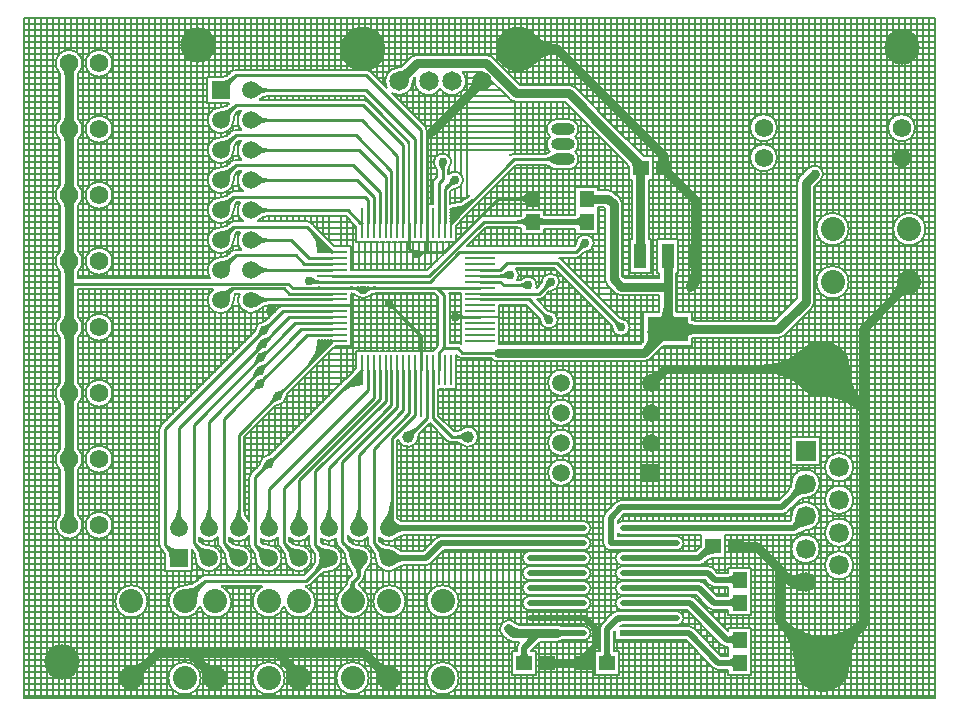
<source format=gtl>
%FSLAX25Y25*%
%MOIN*%
G70*
G01*
G75*
G04 Layer_Physical_Order=1*
G04 Layer_Color=255*
%ADD10C,0.01000*%
%ADD11C,0.03000*%
%ADD12C,0.02000*%
%ADD13C,0.00800*%
%ADD14R,0.00984X0.09843*%
%ADD15R,0.09843X0.00984*%
%ADD16R,0.05315X0.05118*%
%ADD17R,0.05118X0.05315*%
%ADD18R,0.20000X0.02000*%
%ADD19O,0.20000X0.02000*%
%ADD20R,0.13780X0.08465*%
%ADD21R,0.04331X0.08465*%
%ADD22R,0.04331X0.08465*%
%ADD23C,0.11811*%
%ADD24C,0.05906*%
%ADD25R,0.05906X0.05906*%
%ADD26C,0.06200*%
%ADD27C,0.08000*%
%ADD28O,0.07874X0.03937*%
%ADD29O,0.07874X0.03937*%
%ADD30C,0.03937*%
%ADD31C,0.03000*%
%ADD32C,0.06500*%
%ADD33C,0.15000*%
%ADD34C,0.05500*%
%ADD35C,0.05906*%
%ADD36R,0.05906X0.05906*%
%ADD37R,0.05906X0.05906*%
%ADD38C,0.06654*%
%ADD39R,0.06654X0.06654*%
%ADD40C,0.18740*%
D10*
X252000Y234500D02*
G03*
X250246Y233773I0J-2481D01*
G01*
X250312Y233840D02*
G03*
X251000Y235500I-1660J1660D01*
G01*
X252000Y236500D02*
G03*
X253660Y237188I0J2348D01*
G01*
X253727Y237254D02*
G03*
X253000Y235500I1754J-1754D01*
G01*
X255000Y257000D02*
G03*
X252930Y256143I0J-2927D01*
G01*
X253443Y256656D02*
G03*
X254000Y258000I-1344J1344D01*
G01*
X255000Y259000D02*
G03*
X256344Y259557I0J1901D01*
G01*
X256857Y260070D02*
G03*
X256000Y258000I2070J-2070D01*
G01*
X249000Y261000D02*
G03*
X246439Y259939I0J-3621D01*
G01*
X247646Y261146D02*
G03*
X248000Y262000I-854J854D01*
G01*
X249000Y263000D02*
G03*
X249854Y263353I0J1207D01*
G01*
X251061Y264561D02*
G03*
X250000Y262000I2561J-2561D01*
G01*
X249000Y265500D02*
G03*
X247293Y264793I0J-2414D01*
G01*
X247293Y264793D02*
G03*
X248000Y266500I-1707J1707D01*
G01*
X249000Y267500D02*
G03*
X250707Y268207I0J2414D01*
G01*
X250707Y268207D02*
G03*
X250000Y266500I1707J-1707D01*
G01*
X249500Y270000D02*
G03*
X247793Y269293I0J-2414D01*
G01*
X247793Y269293D02*
G03*
X248500Y271000I-1707J1707D01*
G01*
X249500Y272000D02*
G03*
X251207Y272707I0J2414D01*
G01*
X251207Y272707D02*
G03*
X250500Y271000I1707J-1707D01*
G01*
X250000Y274500D02*
G03*
X248293Y273793I0J-2414D01*
G01*
X248293Y273793D02*
G03*
X249000Y275500I-1707J1707D01*
G01*
X250000Y276500D02*
G03*
X251707Y277207I0J2414D01*
G01*
X251707Y277207D02*
G03*
X251000Y275500I1707J-1707D01*
G01*
X250500Y279000D02*
G03*
X248793Y278293I0J-2414D01*
G01*
X248793Y278293D02*
G03*
X249500Y280000I-1707J1707D01*
G01*
X250500Y281000D02*
G03*
X252207Y281707I0J2414D01*
G01*
X252207Y281707D02*
G03*
X251500Y280000I1707J-1707D01*
G01*
X278651Y191705D02*
G03*
X280000Y194171I-1581J2466D01*
G01*
X278112Y192547D02*
G03*
X280000Y196000I-2213J3453D01*
G01*
Y194171D02*
G03*
X281349Y191705I2929J0D01*
G01*
X280000Y196000D02*
G03*
X281888Y192547I4101J0D01*
G01*
X224000Y192100D02*
G03*
X228268Y193868I0J6036D01*
G01*
X224000Y193100D02*
G03*
X229975Y195575I0J8450D01*
G01*
X228268Y193868D02*
G03*
X226500Y189600I4268J-4268D01*
G01*
X229975Y195575D02*
G03*
X227500Y189600I5975J-5975D01*
G01*
X220547Y204000D02*
G03*
X219520Y206480I-3507J0D01*
G01*
X219547Y204000D02*
G03*
X217813Y208187I-5922J0D01*
G01*
X219520Y206480D02*
G03*
X222000Y205453I2480J2480D01*
G01*
X217813Y208187D02*
G03*
X222000Y206453I4187J4187D01*
G01*
X220973Y215027D02*
G03*
X222000Y217507I-2480J2480D01*
G01*
X220266Y215734D02*
G03*
X222000Y219921I-4187J4187D01*
G01*
Y217507D02*
G03*
X223027Y215027I3507J0D01*
G01*
X222000Y219921D02*
G03*
X223734Y215734I5922J0D01*
G01*
X230547Y204000D02*
G03*
X229520Y206480I-3507J0D01*
G01*
X229547Y204000D02*
G03*
X227813Y208187I-5922J0D01*
G01*
X229520Y206480D02*
G03*
X232000Y205453I2480J2480D01*
G01*
X227813Y208187D02*
G03*
X232000Y206453I4187J4187D01*
G01*
X230973Y215027D02*
G03*
X232000Y217507I-2480J2480D01*
G01*
X230266Y215734D02*
G03*
X232000Y219921I-4187J4187D01*
G01*
Y217507D02*
G03*
X233027Y215027I3507J0D01*
G01*
X232000Y219921D02*
G03*
X233734Y215734I5922J0D01*
G01*
X240547Y204000D02*
G03*
X239520Y206480I-3507J0D01*
G01*
X239547Y204000D02*
G03*
X237813Y208187I-5922J0D01*
G01*
X239520Y206480D02*
G03*
X242000Y205453I2480J2480D01*
G01*
X237813Y208187D02*
G03*
X242000Y206453I4187J4187D01*
G01*
X240973Y215027D02*
G03*
X242000Y217507I-2480J2480D01*
G01*
X240266Y215734D02*
G03*
X242000Y219921I-4187J4187D01*
G01*
Y217507D02*
G03*
X243027Y215027I3507J0D01*
G01*
X242000Y219921D02*
G03*
X243734Y215734I5922J0D01*
G01*
X250547Y204000D02*
G03*
X249520Y206480I-3507J0D01*
G01*
X249547Y204000D02*
G03*
X247813Y208187I-5922J0D01*
G01*
X249520Y206480D02*
G03*
X252000Y205453I2480J2480D01*
G01*
X247813Y208187D02*
G03*
X252000Y206453I4187J4187D01*
G01*
X250973Y215027D02*
G03*
X252000Y217507I-2480J2480D01*
G01*
X250266Y215734D02*
G03*
X252000Y219921I-4187J4187D01*
G01*
Y217507D02*
G03*
X253027Y215027I3507J0D01*
G01*
X252000Y219921D02*
G03*
X253734Y215734I5922J0D01*
G01*
X260547Y204000D02*
G03*
X259520Y206480I-3507J0D01*
G01*
X259547Y204000D02*
G03*
X257813Y208187I-5922J0D01*
G01*
X259520Y206480D02*
G03*
X262000Y205453I2480J2480D01*
G01*
X257813Y208187D02*
G03*
X262000Y206453I4187J4187D01*
G01*
X260973Y215027D02*
G03*
X262000Y217507I-2480J2480D01*
G01*
X260266Y215734D02*
G03*
X262000Y219921I-4187J4187D01*
G01*
Y217507D02*
G03*
X263027Y215027I3507J0D01*
G01*
X262000Y219921D02*
G03*
X263734Y215734I5922J0D01*
G01*
X272000Y202547D02*
G03*
X269520Y201520I0J-3507D01*
G01*
X272000Y201547D02*
G03*
X267813Y199813I0J-5922D01*
G01*
X269520Y201520D02*
G03*
X270547Y204000I-2480J2480D01*
G01*
X267813Y199813D02*
G03*
X269547Y204000I-4187J4187D01*
G01*
X270547D02*
G03*
X269520Y206480I-3507J0D01*
G01*
X269547Y204000D02*
G03*
X267813Y208187I-5922J0D01*
G01*
X269520Y206480D02*
G03*
X272000Y205453I2480J2480D01*
G01*
X267813Y208187D02*
G03*
X272000Y206453I4187J4187D01*
G01*
X270973Y215027D02*
G03*
X272000Y217507I-2480J2480D01*
G01*
X270266Y215734D02*
G03*
X272000Y219921I-4187J4187D01*
G01*
Y217507D02*
G03*
X273027Y215027I3507J0D01*
G01*
X272000Y219921D02*
G03*
X273734Y215734I5922J0D01*
G01*
X280547Y204000D02*
G03*
X279520Y206480I-3507J0D01*
G01*
X279547Y204000D02*
G03*
X277813Y208187I-5922J0D01*
G01*
X279520Y206480D02*
G03*
X282000Y205453I2480J2480D01*
G01*
X277813Y208187D02*
G03*
X282000Y206453I4187J4187D01*
G01*
X283027Y202973D02*
G03*
X282000Y200493I2480J-2480D01*
G01*
X283734Y202266D02*
G03*
X282000Y198079I4187J-4187D01*
G01*
Y200493D02*
G03*
X280973Y202973I-3507J0D01*
G01*
X282000Y198079D02*
G03*
X280266Y202266I-5922J0D01*
G01*
X280973Y215027D02*
G03*
X282000Y217507I-2480J2480D01*
G01*
X280266Y215734D02*
G03*
X282000Y219921I-4187J4187D01*
G01*
Y217507D02*
G03*
X283027Y215027I3507J0D01*
G01*
X282000Y219921D02*
G03*
X283734Y215734I5922J0D01*
G01*
X290547Y204000D02*
G03*
X289520Y206480I-3507J0D01*
G01*
X289547Y204000D02*
G03*
X287813Y208187I-5922J0D01*
G01*
X289520Y206480D02*
G03*
X292000Y205453I2480J2480D01*
G01*
X287813Y208187D02*
G03*
X292000Y206453I4187J4187D01*
G01*
X291680Y214320D02*
G03*
X293000Y217507I-3187J3187D01*
G01*
X290973Y215027D02*
G03*
X293000Y219921I-4894J4894D01*
G01*
X290266Y215734D02*
G03*
X293000Y222336I-6601J6601D01*
G01*
Y217507D02*
G03*
X293734Y215734I2507J0D01*
G01*
X236000Y361453D02*
G03*
X238480Y362480I0J3507D01*
G01*
X236000Y362453D02*
G03*
X240187Y364187I0J5922D01*
G01*
X238480Y362480D02*
G03*
X237453Y360000I2480J-2480D01*
G01*
X240187Y364187D02*
G03*
X238453Y360000I4187J-4187D01*
G01*
X247027Y361027D02*
G03*
X249507Y360000I2480J2480D01*
G01*
X247734Y361734D02*
G03*
X251922Y360000I4187J4187D01*
G01*
X249507D02*
G03*
X247027Y358973I0J-3507D01*
G01*
X251922Y360000D02*
G03*
X247734Y358266I0J-5922D01*
G01*
X236000Y351453D02*
G03*
X238480Y352480I0J3507D01*
G01*
X236000Y352453D02*
G03*
X240187Y354187I0J5922D01*
G01*
X238480Y352480D02*
G03*
X237453Y350000I2480J-2480D01*
G01*
X240187Y354187D02*
G03*
X238453Y350000I4187J-4187D01*
G01*
X247027Y351027D02*
G03*
X249507Y350000I2480J2480D01*
G01*
X247734Y351734D02*
G03*
X251922Y350000I4187J4187D01*
G01*
X249507D02*
G03*
X247027Y348973I0J-3507D01*
G01*
X251922Y350000D02*
G03*
X247734Y348266I0J-5922D01*
G01*
X236000Y341453D02*
G03*
X238480Y342480I0J3507D01*
G01*
X236000Y342453D02*
G03*
X240187Y344187I0J5922D01*
G01*
X238480Y342480D02*
G03*
X237453Y340000I2480J-2480D01*
G01*
X240187Y344187D02*
G03*
X238453Y340000I4187J-4187D01*
G01*
X247027Y341027D02*
G03*
X249507Y340000I2480J2480D01*
G01*
X247734Y341734D02*
G03*
X251922Y340000I4187J4187D01*
G01*
X249507D02*
G03*
X247027Y338973I0J-3507D01*
G01*
X251922Y340000D02*
G03*
X247734Y338266I0J-5922D01*
G01*
X236000Y331453D02*
G03*
X238480Y332480I0J3507D01*
G01*
X236000Y332453D02*
G03*
X240187Y334187I0J5922D01*
G01*
X238480Y332480D02*
G03*
X237453Y330000I2480J-2480D01*
G01*
X240187Y334187D02*
G03*
X238453Y330000I4187J-4187D01*
G01*
X247027Y331027D02*
G03*
X249507Y330000I2480J2480D01*
G01*
X247734Y331734D02*
G03*
X251922Y330000I4187J4187D01*
G01*
X249507D02*
G03*
X247027Y328973I0J-3507D01*
G01*
X251922Y330000D02*
G03*
X247734Y328266I0J-5922D01*
G01*
X236000Y321453D02*
G03*
X238480Y322480I0J3507D01*
G01*
X236000Y322453D02*
G03*
X240187Y324187I0J5922D01*
G01*
X238480Y322480D02*
G03*
X237453Y320000I2480J-2480D01*
G01*
X240187Y324187D02*
G03*
X238453Y320000I4187J-4187D01*
G01*
X247027Y321027D02*
G03*
X249507Y320000I2480J2480D01*
G01*
X247734Y321734D02*
G03*
X251922Y320000I4187J4187D01*
G01*
X249507D02*
G03*
X247027Y318973I0J-3507D01*
G01*
X251922Y320000D02*
G03*
X247734Y318266I0J-5922D01*
G01*
X236000Y311453D02*
G03*
X238480Y312480I0J3507D01*
G01*
X236000Y312453D02*
G03*
X240187Y314187I0J5922D01*
G01*
X238480Y312480D02*
G03*
X237453Y310000I2480J-2480D01*
G01*
X240187Y314187D02*
G03*
X238453Y310000I4187J-4187D01*
G01*
X247027Y311027D02*
G03*
X249507Y310000I2480J2480D01*
G01*
X247734Y311734D02*
G03*
X251922Y310000I4187J4187D01*
G01*
X249507D02*
G03*
X247027Y308973I0J-3507D01*
G01*
X251922Y310000D02*
G03*
X247734Y308266I0J-5922D01*
G01*
X236000Y301453D02*
G03*
X238480Y302480I0J3507D01*
G01*
X236000Y302453D02*
G03*
X240187Y304187I0J5922D01*
G01*
X238480Y302480D02*
G03*
X237453Y300000I2480J-2480D01*
G01*
X240187Y304187D02*
G03*
X238453Y300000I4187J-4187D01*
G01*
X247027Y301027D02*
G03*
X249213Y300122I2186J2186D01*
G01*
X247734Y301734D02*
G03*
X251627Y300122I3893J3893D01*
G01*
X249802D02*
G03*
X247027Y298973I0J-3924D01*
G01*
X252216Y300122D02*
G03*
X247734Y298266I0J-6338D01*
G01*
Y291734D02*
G03*
X251247Y290280I3512J3512D01*
G01*
X250182D02*
G03*
X247027Y288973I0J-4462D01*
G01*
X252596Y290280D02*
G03*
X247734Y288266I0J-6876D01*
G01*
X310707Y335293D02*
G03*
X310000Y333586I1707J-1707D01*
G01*
D02*
G03*
X309293Y335293I-2414J0D01*
G01*
X314000Y329000D02*
G03*
X311439Y327939I0J-3621D01*
G01*
X312647Y329146D02*
G03*
X313000Y330000I-854J854D01*
G01*
X317462Y243462D02*
G03*
X314955Y244500I-2507J-2507D01*
G01*
D02*
G03*
X317462Y245538I0J3545D01*
G01*
X298500Y245969D02*
G03*
X301007Y247007I0J3545D01*
G01*
X301007Y247007D02*
G03*
X299969Y244500I2507J-2507D01*
G01*
X272866Y306028D02*
G03*
X272568Y306747I-1017J0D01*
G01*
X271866Y306028D02*
G03*
X270861Y308454I-3431J0D01*
G01*
X270866Y306028D02*
G03*
X269154Y310161I-5845J0D01*
G01*
X269866Y306028D02*
G03*
X267447Y311868I-8260J0D01*
G01*
X268866Y306028D02*
G03*
X265740Y313575I-10674J0D01*
G01*
X272568Y275781D02*
G03*
X272866Y276500I-719J719D01*
G01*
X270861Y274074D02*
G03*
X271866Y276500I-2426J2426D01*
G01*
X269154Y272367D02*
G03*
X270866Y276500I-4133J4133D01*
G01*
X267447Y270659D02*
G03*
X269866Y276500I-5840J5840D01*
G01*
X265740Y268952D02*
G03*
X268866Y276500I-7548J7548D01*
G01*
X283130Y266236D02*
G03*
X282411Y265938I0J-1017D01*
G01*
X283130Y265236D02*
G03*
X280704Y264231I0J-3431D01*
G01*
X283130Y264236D02*
G03*
X278997Y262524I0J-5845D01*
G01*
X283130Y263236D02*
G03*
X277290Y260817I0J-8260D01*
G01*
X283130Y262236D02*
G03*
X275582Y259110I0J-10674D01*
G01*
X278651Y191705D02*
G03*
X280000Y194171I-1581J2466D01*
G01*
X278112Y192547D02*
G03*
X280000Y196000I-2213J3453D01*
G01*
Y194171D02*
G03*
X281349Y191705I2929J0D01*
G01*
X280000Y196000D02*
G03*
X281888Y192547I4101J0D01*
G01*
X224000Y192100D02*
G03*
X228268Y193868I0J6036D01*
G01*
X224000Y193100D02*
G03*
X229975Y195575I0J8450D01*
G01*
X228268Y193868D02*
G03*
X226500Y189600I4268J-4268D01*
G01*
X229975Y195575D02*
G03*
X227500Y189600I5975J-5975D01*
G01*
X220547Y204000D02*
G03*
X219520Y206480I-3507J0D01*
G01*
X219547Y204000D02*
G03*
X217813Y208187I-5922J0D01*
G01*
X219520Y206480D02*
G03*
X222000Y205453I2480J2480D01*
G01*
X217813Y208187D02*
G03*
X222000Y206453I4187J4187D01*
G01*
X220973Y215027D02*
G03*
X222000Y217507I-2480J2480D01*
G01*
X220266Y215734D02*
G03*
X222000Y219921I-4187J4187D01*
G01*
Y217507D02*
G03*
X223027Y215027I3507J0D01*
G01*
X222000Y219921D02*
G03*
X223734Y215734I5922J0D01*
G01*
X230547Y204000D02*
G03*
X229520Y206480I-3507J0D01*
G01*
X229547Y204000D02*
G03*
X227813Y208187I-5922J0D01*
G01*
X229520Y206480D02*
G03*
X232000Y205453I2480J2480D01*
G01*
X227813Y208187D02*
G03*
X232000Y206453I4187J4187D01*
G01*
X230973Y215027D02*
G03*
X232000Y217507I-2480J2480D01*
G01*
X230266Y215734D02*
G03*
X232000Y219921I-4187J4187D01*
G01*
Y217507D02*
G03*
X233027Y215027I3507J0D01*
G01*
X232000Y219921D02*
G03*
X233734Y215734I5922J0D01*
G01*
X240547Y204000D02*
G03*
X239520Y206480I-3507J0D01*
G01*
X239547Y204000D02*
G03*
X237813Y208187I-5922J0D01*
G01*
X239520Y206480D02*
G03*
X242000Y205453I2480J2480D01*
G01*
X237813Y208187D02*
G03*
X242000Y206453I4187J4187D01*
G01*
X240973Y215027D02*
G03*
X242000Y217507I-2480J2480D01*
G01*
X240266Y215734D02*
G03*
X242000Y219921I-4187J4187D01*
G01*
Y217507D02*
G03*
X243027Y215027I3507J0D01*
G01*
X242000Y219921D02*
G03*
X243734Y215734I5922J0D01*
G01*
X250547Y204000D02*
G03*
X249520Y206480I-3507J0D01*
G01*
X249547Y204000D02*
G03*
X247813Y208187I-5922J0D01*
G01*
X249520Y206480D02*
G03*
X252000Y205453I2480J2480D01*
G01*
X247813Y208187D02*
G03*
X252000Y206453I4187J4187D01*
G01*
X250973Y215027D02*
G03*
X252000Y217507I-2480J2480D01*
G01*
X250266Y215734D02*
G03*
X252000Y219921I-4187J4187D01*
G01*
Y217507D02*
G03*
X253027Y215027I3507J0D01*
G01*
X252000Y219921D02*
G03*
X253734Y215734I5922J0D01*
G01*
X260547Y204000D02*
G03*
X259520Y206480I-3507J0D01*
G01*
X259547Y204000D02*
G03*
X257813Y208187I-5922J0D01*
G01*
X259520Y206480D02*
G03*
X262000Y205453I2480J2480D01*
G01*
X257813Y208187D02*
G03*
X262000Y206453I4187J4187D01*
G01*
X260973Y215027D02*
G03*
X262000Y217507I-2480J2480D01*
G01*
X260266Y215734D02*
G03*
X262000Y219921I-4187J4187D01*
G01*
Y217507D02*
G03*
X263027Y215027I3507J0D01*
G01*
X262000Y219921D02*
G03*
X263734Y215734I5922J0D01*
G01*
X272000Y202547D02*
G03*
X269520Y201520I0J-3507D01*
G01*
X272000Y201547D02*
G03*
X267813Y199813I0J-5922D01*
G01*
X269520Y201520D02*
G03*
X270547Y204000I-2480J2480D01*
G01*
X267813Y199813D02*
G03*
X269547Y204000I-4187J4187D01*
G01*
X270547D02*
G03*
X269520Y206480I-3507J0D01*
G01*
X269547Y204000D02*
G03*
X267813Y208187I-5922J0D01*
G01*
X269520Y206480D02*
G03*
X272000Y205453I2480J2480D01*
G01*
X267813Y208187D02*
G03*
X272000Y206453I4187J4187D01*
G01*
X270973Y215027D02*
G03*
X272000Y217507I-2480J2480D01*
G01*
X270266Y215734D02*
G03*
X272000Y219921I-4187J4187D01*
G01*
Y217507D02*
G03*
X273027Y215027I3507J0D01*
G01*
X272000Y219921D02*
G03*
X273734Y215734I5922J0D01*
G01*
X280547Y204000D02*
G03*
X279520Y206480I-3507J0D01*
G01*
X279547Y204000D02*
G03*
X277813Y208187I-5922J0D01*
G01*
X279520Y206480D02*
G03*
X282000Y205453I2480J2480D01*
G01*
X277813Y208187D02*
G03*
X282000Y206453I4187J4187D01*
G01*
X283027Y202973D02*
G03*
X282000Y200493I2480J-2480D01*
G01*
X283734Y202266D02*
G03*
X282000Y198079I4187J-4187D01*
G01*
Y200493D02*
G03*
X280973Y202973I-3507J0D01*
G01*
X282000Y198079D02*
G03*
X280266Y202266I-5922J0D01*
G01*
X280973Y215027D02*
G03*
X282000Y217507I-2480J2480D01*
G01*
X280266Y215734D02*
G03*
X282000Y219921I-4187J4187D01*
G01*
Y217507D02*
G03*
X283027Y215027I3507J0D01*
G01*
X282000Y219921D02*
G03*
X283734Y215734I5922J0D01*
G01*
X290547Y204000D02*
G03*
X289520Y206480I-3507J0D01*
G01*
X289547Y204000D02*
G03*
X287813Y208187I-5922J0D01*
G01*
X289520Y206480D02*
G03*
X292000Y205453I2480J2480D01*
G01*
X287813Y208187D02*
G03*
X292000Y206453I4187J4187D01*
G01*
X291680Y214320D02*
G03*
X293000Y217507I-3187J3187D01*
G01*
X290973Y215027D02*
G03*
X293000Y219921I-4894J4894D01*
G01*
X290266Y215734D02*
G03*
X293000Y222336I-6601J6601D01*
G01*
Y217507D02*
G03*
X293734Y215734I2507J0D01*
G01*
X236000Y361453D02*
G03*
X238480Y362480I0J3507D01*
G01*
X236000Y362453D02*
G03*
X240187Y364187I0J5922D01*
G01*
X238480Y362480D02*
G03*
X237453Y360000I2480J-2480D01*
G01*
X240187Y364187D02*
G03*
X238453Y360000I4187J-4187D01*
G01*
X247027Y361027D02*
G03*
X249507Y360000I2480J2480D01*
G01*
X247734Y361734D02*
G03*
X251922Y360000I4187J4187D01*
G01*
X249507D02*
G03*
X247027Y358973I0J-3507D01*
G01*
X251922Y360000D02*
G03*
X247734Y358266I0J-5922D01*
G01*
X236000Y351453D02*
G03*
X238480Y352480I0J3507D01*
G01*
X236000Y352453D02*
G03*
X240187Y354187I0J5922D01*
G01*
X238480Y352480D02*
G03*
X237453Y350000I2480J-2480D01*
G01*
X240187Y354187D02*
G03*
X238453Y350000I4187J-4187D01*
G01*
X247027Y351027D02*
G03*
X249507Y350000I2480J2480D01*
G01*
X247734Y351734D02*
G03*
X251922Y350000I4187J4187D01*
G01*
X249507D02*
G03*
X247027Y348973I0J-3507D01*
G01*
X251922Y350000D02*
G03*
X247734Y348266I0J-5922D01*
G01*
X236000Y341453D02*
G03*
X238480Y342480I0J3507D01*
G01*
X236000Y342453D02*
G03*
X240187Y344187I0J5922D01*
G01*
X238480Y342480D02*
G03*
X237453Y340000I2480J-2480D01*
G01*
X240187Y344187D02*
G03*
X238453Y340000I4187J-4187D01*
G01*
X247027Y341027D02*
G03*
X249507Y340000I2480J2480D01*
G01*
X247734Y341734D02*
G03*
X251922Y340000I4187J4187D01*
G01*
X249507D02*
G03*
X247027Y338973I0J-3507D01*
G01*
X251922Y340000D02*
G03*
X247734Y338266I0J-5922D01*
G01*
X236000Y331453D02*
G03*
X238480Y332480I0J3507D01*
G01*
X236000Y332453D02*
G03*
X240187Y334187I0J5922D01*
G01*
X238480Y332480D02*
G03*
X237453Y330000I2480J-2480D01*
G01*
X240187Y334187D02*
G03*
X238453Y330000I4187J-4187D01*
G01*
X247027Y331027D02*
G03*
X249507Y330000I2480J2480D01*
G01*
X247734Y331734D02*
G03*
X251922Y330000I4187J4187D01*
G01*
X249507D02*
G03*
X247027Y328973I0J-3507D01*
G01*
X251922Y330000D02*
G03*
X247734Y328266I0J-5922D01*
G01*
X236000Y321453D02*
G03*
X238480Y322480I0J3507D01*
G01*
X236000Y322453D02*
G03*
X240187Y324187I0J5922D01*
G01*
X238480Y322480D02*
G03*
X237453Y320000I2480J-2480D01*
G01*
X240187Y324187D02*
G03*
X238453Y320000I4187J-4187D01*
G01*
X247027Y321027D02*
G03*
X249507Y320000I2480J2480D01*
G01*
X247734Y321734D02*
G03*
X251922Y320000I4187J4187D01*
G01*
X249507D02*
G03*
X247027Y318973I0J-3507D01*
G01*
X251922Y320000D02*
G03*
X247734Y318266I0J-5922D01*
G01*
X236000Y311453D02*
G03*
X238480Y312480I0J3507D01*
G01*
X236000Y312453D02*
G03*
X240187Y314187I0J5922D01*
G01*
X238480Y312480D02*
G03*
X237453Y310000I2480J-2480D01*
G01*
X240187Y314187D02*
G03*
X238453Y310000I4187J-4187D01*
G01*
X247027Y311027D02*
G03*
X249507Y310000I2480J2480D01*
G01*
X247734Y311734D02*
G03*
X251922Y310000I4187J4187D01*
G01*
X249507D02*
G03*
X247027Y308973I0J-3507D01*
G01*
X251922Y310000D02*
G03*
X247734Y308266I0J-5922D01*
G01*
X236000Y301453D02*
G03*
X238480Y302480I0J3507D01*
G01*
X236000Y302453D02*
G03*
X240187Y304187I0J5922D01*
G01*
X238480Y302480D02*
G03*
X237453Y300000I2480J-2480D01*
G01*
X240187Y304187D02*
G03*
X238453Y300000I4187J-4187D01*
G01*
X247027Y301027D02*
G03*
X249213Y300122I2186J2186D01*
G01*
X247734Y301734D02*
G03*
X251627Y300122I3893J3893D01*
G01*
X249802D02*
G03*
X247027Y298973I0J-3924D01*
G01*
X252216Y300122D02*
G03*
X247734Y298266I0J-6338D01*
G01*
Y291734D02*
G03*
X251247Y290280I3512J3512D01*
G01*
X250182D02*
G03*
X247027Y288973I0J-4462D01*
G01*
X252596Y290280D02*
G03*
X247734Y288266I0J-6876D01*
G01*
X310707Y335293D02*
G03*
X310000Y333586I1707J-1707D01*
G01*
D02*
G03*
X309293Y335293I-2414J0D01*
G01*
X314000Y329000D02*
G03*
X311439Y327939I0J-3621D01*
G01*
X312647Y329146D02*
G03*
X313000Y330000I-854J854D01*
G01*
X317462Y243462D02*
G03*
X314955Y244500I-2507J-2507D01*
G01*
D02*
G03*
X317462Y245538I0J3545D01*
G01*
X298500Y245969D02*
G03*
X301007Y247007I0J3545D01*
G01*
X301007Y247007D02*
G03*
X299969Y244500I2507J-2507D01*
G01*
X272866Y306028D02*
G03*
X272568Y306747I-1017J0D01*
G01*
X271866Y306028D02*
G03*
X270861Y308454I-3431J0D01*
G01*
X270866Y306028D02*
G03*
X269154Y310161I-5845J0D01*
G01*
X269866Y306028D02*
G03*
X267447Y311868I-8260J0D01*
G01*
X268866Y306028D02*
G03*
X265740Y313575I-10674J0D01*
G01*
X272568Y275781D02*
G03*
X272866Y276500I-719J719D01*
G01*
X270861Y274074D02*
G03*
X271866Y276500I-2426J2426D01*
G01*
X269154Y272367D02*
G03*
X270866Y276500I-4133J4133D01*
G01*
X267447Y270659D02*
G03*
X269866Y276500I-5840J5840D01*
G01*
X265740Y268952D02*
G03*
X268866Y276500I-7548J7548D01*
G01*
X283130Y266236D02*
G03*
X282411Y265938I0J-1017D01*
G01*
X283130Y265236D02*
G03*
X280704Y264231I0J-3431D01*
G01*
X283130Y264236D02*
G03*
X278997Y262524I0J-5845D01*
G01*
X283130Y263236D02*
G03*
X277290Y260817I0J-8260D01*
G01*
X283130Y262236D02*
G03*
X275582Y259110I0J-10674D01*
G01*
X335029Y316161D02*
G03*
X338544Y317617I0J4971D01*
G01*
Y314705D02*
G03*
X335029Y316161I-3515J-3515D01*
G01*
Y323839D02*
G03*
X338544Y325295I0J4971D01*
G01*
Y322383D02*
G03*
X335029Y323839I-3515J-3515D01*
G01*
X312657Y320291D02*
G03*
X320205Y323418I0J10674D01*
G01*
X312657Y319291D02*
G03*
X318498Y321710I0J8260D01*
G01*
X312657Y318291D02*
G03*
X316791Y320003I0J5845D01*
G01*
X312657Y317291D02*
G03*
X315084Y318296I0J3431D01*
G01*
X312657Y316291D02*
G03*
X313377Y316589I0J1017D01*
G01*
X268866Y306028D02*
G03*
X265740Y313575I-10674J0D01*
G01*
X269866Y306028D02*
G03*
X267447Y311868I-8260J0D01*
G01*
X270866Y306028D02*
G03*
X269154Y310161I-5845J0D01*
G01*
X271866Y306028D02*
G03*
X270861Y308454I-3431J0D01*
G01*
X272866Y306028D02*
G03*
X272568Y306747I-1017J0D01*
G01*
X268355Y294000D02*
G03*
X268864Y294211I0J720D01*
G01*
X265740Y268952D02*
G03*
X268866Y276500I-7548J7548D01*
G01*
X267447Y270659D02*
G03*
X269866Y276500I-5840J5840D01*
G01*
X269154Y272367D02*
G03*
X270866Y276500I-4133J4133D01*
G01*
X270861Y274074D02*
G03*
X271866Y276500I-2426J2426D01*
G01*
X272568Y275781D02*
G03*
X272866Y276500I-719J719D01*
G01*
X283130Y262236D02*
G03*
X275582Y259110I0J-10674D01*
G01*
X283130Y263236D02*
G03*
X277290Y260817I0J-8260D01*
G01*
X283130Y264236D02*
G03*
X278997Y262524I0J-5845D01*
G01*
X283130Y265236D02*
G03*
X280704Y264231I0J-3431D01*
G01*
X283130Y266236D02*
G03*
X282411Y265938I0J-1017D01*
G01*
X280000Y196000D02*
G03*
X281888Y192547I4101J0D01*
G01*
X280000Y194171D02*
G03*
X281349Y191705I2929J0D01*
G01*
X278112Y192547D02*
G03*
X280000Y196000I-2213J3453D01*
G01*
X278651Y191705D02*
G03*
X280000Y194171I-1581J2466D01*
G01*
X229975Y195575D02*
G03*
X227500Y189600I5975J-5975D01*
G01*
X228268Y193868D02*
G03*
X226500Y189600I4268J-4268D01*
G01*
X224000Y193100D02*
G03*
X229975Y195575I0J8450D01*
G01*
X224000Y192100D02*
G03*
X228268Y193868I0J6036D01*
G01*
X217813Y208187D02*
G03*
X222000Y206453I4187J4187D01*
G01*
X219520Y206480D02*
G03*
X222000Y205453I2480J2480D01*
G01*
X219547Y204000D02*
G03*
X217813Y208187I-5922J0D01*
G01*
X220547Y204000D02*
G03*
X219520Y206480I-3507J0D01*
G01*
X222000Y219921D02*
G03*
X223734Y215734I5922J0D01*
G01*
X222000Y217507D02*
G03*
X223027Y215027I3507J0D01*
G01*
X220266Y215734D02*
G03*
X222000Y219921I-4187J4187D01*
G01*
X220973Y215027D02*
G03*
X222000Y217507I-2480J2480D01*
G01*
X227813Y208187D02*
G03*
X232000Y206453I4187J4187D01*
G01*
X229520Y206480D02*
G03*
X232000Y205453I2480J2480D01*
G01*
X229547Y204000D02*
G03*
X227813Y208187I-5922J0D01*
G01*
X230547Y204000D02*
G03*
X229520Y206480I-3507J0D01*
G01*
X232000Y219921D02*
G03*
X233734Y215734I5922J0D01*
G01*
X232000Y217507D02*
G03*
X233027Y215027I3507J0D01*
G01*
X230266Y215734D02*
G03*
X232000Y219921I-4187J4187D01*
G01*
X230973Y215027D02*
G03*
X232000Y217507I-2480J2480D01*
G01*
X237813Y208187D02*
G03*
X242000Y206453I4187J4187D01*
G01*
X239520Y206480D02*
G03*
X242000Y205453I2480J2480D01*
G01*
X239547Y204000D02*
G03*
X237813Y208187I-5922J0D01*
G01*
X240547Y204000D02*
G03*
X239520Y206480I-3507J0D01*
G01*
X242000Y219921D02*
G03*
X243734Y215734I5922J0D01*
G01*
X242000Y217507D02*
G03*
X243027Y215027I3507J0D01*
G01*
X240266Y215734D02*
G03*
X242000Y219921I-4187J4187D01*
G01*
X240973Y215027D02*
G03*
X242000Y217507I-2480J2480D01*
G01*
X247813Y208187D02*
G03*
X252000Y206453I4187J4187D01*
G01*
X249520Y206480D02*
G03*
X252000Y205453I2480J2480D01*
G01*
X249547Y204000D02*
G03*
X247813Y208187I-5922J0D01*
G01*
X250547Y204000D02*
G03*
X249520Y206480I-3507J0D01*
G01*
X252000Y219921D02*
G03*
X253734Y215734I5922J0D01*
G01*
X252000Y217507D02*
G03*
X253027Y215027I3507J0D01*
G01*
X250266Y215734D02*
G03*
X252000Y219921I-4187J4187D01*
G01*
X250973Y215027D02*
G03*
X252000Y217507I-2480J2480D01*
G01*
X257813Y208187D02*
G03*
X262000Y206453I4187J4187D01*
G01*
X259520Y206480D02*
G03*
X262000Y205453I2480J2480D01*
G01*
X259547Y204000D02*
G03*
X257813Y208187I-5922J0D01*
G01*
X260547Y204000D02*
G03*
X259520Y206480I-3507J0D01*
G01*
X262000Y219921D02*
G03*
X263734Y215734I5922J0D01*
G01*
X262000Y217507D02*
G03*
X263027Y215027I3507J0D01*
G01*
X260266Y215734D02*
G03*
X262000Y219921I-4187J4187D01*
G01*
X260973Y215027D02*
G03*
X262000Y217507I-2480J2480D01*
G01*
X267813Y199813D02*
G03*
X269547Y204000I-4187J4187D01*
G01*
X269520Y201520D02*
G03*
X270547Y204000I-2480J2480D01*
G01*
X272000Y201547D02*
G03*
X267813Y199813I0J-5922D01*
G01*
X272000Y202547D02*
G03*
X269520Y201520I0J-3507D01*
G01*
X267813Y208187D02*
G03*
X272000Y206453I4187J4187D01*
G01*
X269520Y206480D02*
G03*
X272000Y205453I2480J2480D01*
G01*
X269547Y204000D02*
G03*
X267813Y208187I-5922J0D01*
G01*
X270547Y204000D02*
G03*
X269520Y206480I-3507J0D01*
G01*
X272000Y219921D02*
G03*
X273734Y215734I5922J0D01*
G01*
X272000Y217507D02*
G03*
X273027Y215027I3507J0D01*
G01*
X270266Y215734D02*
G03*
X272000Y219921I-4187J4187D01*
G01*
X270973Y215027D02*
G03*
X272000Y217507I-2480J2480D01*
G01*
X282000Y198079D02*
G03*
X280266Y202266I-5922J0D01*
G01*
X282000Y200493D02*
G03*
X280973Y202973I-3507J0D01*
G01*
X283734Y202266D02*
G03*
X282000Y198079I4187J-4187D01*
G01*
X283027Y202973D02*
G03*
X282000Y200493I2480J-2480D01*
G01*
X277813Y208187D02*
G03*
X282000Y206453I4187J4187D01*
G01*
X279520Y206480D02*
G03*
X282000Y205453I2480J2480D01*
G01*
X279547Y204000D02*
G03*
X277813Y208187I-5922J0D01*
G01*
X280547Y204000D02*
G03*
X279520Y206480I-3507J0D01*
G01*
X282000Y219921D02*
G03*
X283734Y215734I5922J0D01*
G01*
X282000Y217507D02*
G03*
X283027Y215027I3507J0D01*
G01*
X280266Y215734D02*
G03*
X282000Y219921I-4187J4187D01*
G01*
X280973Y215027D02*
G03*
X282000Y217507I-2480J2480D01*
G01*
X287813Y208187D02*
G03*
X292000Y206453I4187J4187D01*
G01*
X289520Y206480D02*
G03*
X292000Y205453I2480J2480D01*
G01*
X289547Y204000D02*
G03*
X287813Y208187I-5922J0D01*
G01*
X290547Y204000D02*
G03*
X289520Y206480I-3507J0D01*
G01*
X293000Y217507D02*
G03*
X293734Y215734I2507J0D01*
G01*
X290266D02*
G03*
X293000Y222336I-6601J6601D01*
G01*
X290973Y215027D02*
G03*
X293000Y219921I-4894J4894D01*
G01*
X291680Y214320D02*
G03*
X293000Y217507I-3187J3187D01*
G01*
X240187Y364187D02*
G03*
X238453Y360000I4187J-4187D01*
G01*
X238480Y362480D02*
G03*
X237453Y360000I2480J-2480D01*
G01*
X236000Y362453D02*
G03*
X240187Y364187I0J5922D01*
G01*
X236000Y361453D02*
G03*
X238480Y362480I0J3507D01*
G01*
X251922Y360000D02*
G03*
X247734Y358266I0J-5922D01*
G01*
X249507Y360000D02*
G03*
X247027Y358973I0J-3507D01*
G01*
X247734Y361734D02*
G03*
X251922Y360000I4187J4187D01*
G01*
X247027Y361027D02*
G03*
X249507Y360000I2480J2480D01*
G01*
X240187Y354187D02*
G03*
X238453Y350000I4187J-4187D01*
G01*
X238480Y352480D02*
G03*
X237453Y350000I2480J-2480D01*
G01*
X236000Y352453D02*
G03*
X240187Y354187I0J5922D01*
G01*
X236000Y351453D02*
G03*
X238480Y352480I0J3507D01*
G01*
X251922Y350000D02*
G03*
X247734Y348266I0J-5922D01*
G01*
X249507Y350000D02*
G03*
X247027Y348973I0J-3507D01*
G01*
X247734Y351734D02*
G03*
X251922Y350000I4187J4187D01*
G01*
X247027Y351027D02*
G03*
X249507Y350000I2480J2480D01*
G01*
X240187Y344187D02*
G03*
X238453Y340000I4187J-4187D01*
G01*
X238480Y342480D02*
G03*
X237453Y340000I2480J-2480D01*
G01*
X236000Y342453D02*
G03*
X240187Y344187I0J5922D01*
G01*
X236000Y341453D02*
G03*
X238480Y342480I0J3507D01*
G01*
X251922Y340000D02*
G03*
X247734Y338266I0J-5922D01*
G01*
X249507Y340000D02*
G03*
X247027Y338973I0J-3507D01*
G01*
X247734Y341734D02*
G03*
X251922Y340000I4187J4187D01*
G01*
X247027Y341027D02*
G03*
X249507Y340000I2480J2480D01*
G01*
X240187Y334187D02*
G03*
X238453Y330000I4187J-4187D01*
G01*
X238480Y332480D02*
G03*
X237453Y330000I2480J-2480D01*
G01*
X236000Y332453D02*
G03*
X240187Y334187I0J5922D01*
G01*
X236000Y331453D02*
G03*
X238480Y332480I0J3507D01*
G01*
X251922Y330000D02*
G03*
X247734Y328266I0J-5922D01*
G01*
X249507Y330000D02*
G03*
X247027Y328973I0J-3507D01*
G01*
X247734Y331734D02*
G03*
X251922Y330000I4187J4187D01*
G01*
X247027Y331027D02*
G03*
X249507Y330000I2480J2480D01*
G01*
X240187Y324187D02*
G03*
X238453Y320000I4187J-4187D01*
G01*
X238480Y322480D02*
G03*
X237453Y320000I2480J-2480D01*
G01*
X236000Y322453D02*
G03*
X240187Y324187I0J5922D01*
G01*
X236000Y321453D02*
G03*
X238480Y322480I0J3507D01*
G01*
X251922Y320000D02*
G03*
X247734Y318266I0J-5922D01*
G01*
X249507Y320000D02*
G03*
X247027Y318973I0J-3507D01*
G01*
X247734Y321734D02*
G03*
X251922Y320000I4187J4187D01*
G01*
X247027Y321027D02*
G03*
X249507Y320000I2480J2480D01*
G01*
X240187Y314187D02*
G03*
X238453Y310000I4187J-4187D01*
G01*
X238480Y312480D02*
G03*
X237453Y310000I2480J-2480D01*
G01*
X236000Y312453D02*
G03*
X240187Y314187I0J5922D01*
G01*
X236000Y311453D02*
G03*
X238480Y312480I0J3507D01*
G01*
X251922Y310000D02*
G03*
X247734Y308266I0J-5922D01*
G01*
X249507Y310000D02*
G03*
X247027Y308973I0J-3507D01*
G01*
X247734Y311734D02*
G03*
X251922Y310000I4187J4187D01*
G01*
X247027Y311027D02*
G03*
X249507Y310000I2480J2480D01*
G01*
X240187Y304187D02*
G03*
X238453Y300000I4187J-4187D01*
G01*
X238480Y302480D02*
G03*
X237453Y300000I2480J-2480D01*
G01*
X236000Y302453D02*
G03*
X240187Y304187I0J5922D01*
G01*
X236000Y301453D02*
G03*
X238480Y302480I0J3507D01*
G01*
X252216Y300122D02*
G03*
X247734Y298266I0J-6338D01*
G01*
X249802Y300122D02*
G03*
X247027Y298973I0J-3924D01*
G01*
X247734Y301734D02*
G03*
X251627Y300122I3893J3893D01*
G01*
X247027Y301027D02*
G03*
X249213Y300122I2186J2186D01*
G01*
X240000Y294000D02*
G03*
X238451Y290081I3745J-3745D01*
G01*
X238369Y292369D02*
G03*
X237452Y290048I2218J-2218D01*
G01*
X236081Y292451D02*
G03*
X240000Y294000I174J5293D01*
G01*
X236048Y291452D02*
G03*
X238369Y292369I103J3135D01*
G01*
X252107Y290280D02*
G03*
X247591Y288409I0J-6386D01*
G01*
X249693Y290280D02*
G03*
X246884Y289116I0J-3972D01*
G01*
X247591Y291591D02*
G03*
X250757Y290280I3166J3166D01*
G01*
X310000Y333586D02*
G03*
X309293Y335293I-2414J0D01*
G01*
X310707D02*
G03*
X310000Y333586I1707J-1707D01*
G01*
X312647Y329146D02*
G03*
X313000Y330000I-854J854D01*
G01*
X314000Y329000D02*
G03*
X311439Y327939I0J-3621D01*
G01*
X314955Y244500D02*
G03*
X317462Y245538I0J3545D01*
G01*
Y243462D02*
G03*
X314955Y244500I-2507J-2507D01*
G01*
X301007Y247007D02*
G03*
X299969Y244500I2507J-2507D01*
G01*
X298500Y245969D02*
G03*
X301007Y247007I0J3545D01*
G01*
X344486Y337000D02*
G03*
X346993Y338038I0J3545D01*
G01*
Y335962D02*
G03*
X344486Y337000I-2507J-2507D01*
G01*
X287644Y294216D02*
G03*
X284207Y292793I0J-4860D01*
G01*
X285230Y294216D02*
G03*
X283500Y293500I0J-2446D01*
G01*
X282793Y292793D02*
G03*
X279356Y294216I-3437J-3437D01*
G01*
X283500Y293500D02*
G03*
X281770Y294216I-1730J-1730D01*
G01*
X367793Y282707D02*
G03*
X369500Y282000I1707J1707D01*
G01*
X368500Y281000D02*
G03*
X367793Y282707I-2414J0D01*
G01*
X355793Y307293D02*
G03*
X356500Y309000I-1707J1707D01*
G01*
X357500Y308000D02*
G03*
X355793Y307293I0J-2414D01*
G01*
X316414Y284500D02*
G03*
X314707Y283793I0J-2414D01*
G01*
Y285207D02*
G03*
X316414Y284500I1707J1707D01*
G01*
X299378Y306622D02*
G03*
X301026Y306380I986J986D01*
G01*
X304500Y306000D02*
G03*
X302300Y304900I0J-2750D01*
G01*
X293707Y287293D02*
G03*
X292000Y288000I-1707J-1707D01*
G01*
X293000Y289000D02*
G03*
X293707Y287293I2414J0D01*
G01*
X336086Y295000D02*
G03*
X337793Y295707I0J2414D01*
G01*
Y294293D02*
G03*
X336086Y295000I-1707J-1707D01*
G01*
X267154Y296185D02*
G03*
X266207Y295793I0J-1339D01*
G01*
Y297207D02*
G03*
X268675Y296185I2468J2468D01*
G01*
X344293Y294293D02*
G03*
X345000Y296000I-1707J1707D01*
G01*
X346000Y295000D02*
G03*
X344293Y294293I0J-2414D01*
G01*
X343793Y285207D02*
G03*
X345500Y284500I1707J1707D01*
G01*
X344500Y283500D02*
G03*
X343793Y285207I-2414J0D01*
G01*
X253727Y237254D02*
G03*
X253000Y235500I1754J-1754D01*
G01*
X252000Y236500D02*
G03*
X253660Y237188I0J2348D01*
G01*
X250312Y233840D02*
G03*
X251000Y235500I-1660J1660D01*
G01*
X252000Y234500D02*
G03*
X250246Y233773I0J-2481D01*
G01*
X256857Y260070D02*
G03*
X256000Y258000I2070J-2070D01*
G01*
X255000Y259000D02*
G03*
X256344Y259557I0J1901D01*
G01*
X253443Y256656D02*
G03*
X254000Y258000I-1344J1344D01*
G01*
X255000Y257000D02*
G03*
X252930Y256143I0J-2927D01*
G01*
X251061Y264561D02*
G03*
X250000Y262000I2561J-2561D01*
G01*
X249000Y263000D02*
G03*
X249854Y263353I0J1207D01*
G01*
X247646Y261146D02*
G03*
X248000Y262000I-854J854D01*
G01*
X249000Y261000D02*
G03*
X246439Y259939I0J-3621D01*
G01*
X250707Y268207D02*
G03*
X250000Y266500I1707J-1707D01*
G01*
X249000Y267500D02*
G03*
X250707Y268207I0J2414D01*
G01*
X247293Y264793D02*
G03*
X248000Y266500I-1707J1707D01*
G01*
X249000Y265500D02*
G03*
X247293Y264793I0J-2414D01*
G01*
X251207Y272707D02*
G03*
X250500Y271000I1707J-1707D01*
G01*
X249500Y272000D02*
G03*
X251207Y272707I0J2414D01*
G01*
X247793Y269293D02*
G03*
X248500Y271000I-1707J1707D01*
G01*
X249500Y270000D02*
G03*
X247793Y269293I0J-2414D01*
G01*
X251707Y277207D02*
G03*
X251000Y275500I1707J-1707D01*
G01*
X250000Y276500D02*
G03*
X251707Y277207I0J2414D01*
G01*
X248293Y273793D02*
G03*
X249000Y275500I-1707J1707D01*
G01*
X250000Y274500D02*
G03*
X248293Y273793I0J-2414D01*
G01*
X252207Y281707D02*
G03*
X251500Y280000I1707J-1707D01*
G01*
X250500Y281000D02*
G03*
X252207Y281707I0J2414D01*
G01*
X248793Y278293D02*
G03*
X249500Y280000I-1707J1707D01*
G01*
X250500Y279000D02*
G03*
X248793Y278293I0J-2414D01*
G01*
X329249Y298153D02*
G03*
X331793Y299207I0J3597D01*
G01*
Y297793D02*
G03*
X330922Y298153I-871J-871D01*
G01*
X322500D02*
X332154D01*
X332500Y298500D01*
X322500Y296185D02*
X329315D01*
X333787Y337000D02*
X350000D01*
X312657Y315870D02*
X333787Y337000D01*
X310689Y327189D02*
X314000Y330500D01*
X310689Y315870D02*
Y327189D01*
X308720Y329221D02*
X310000Y330500D01*
X308720Y315870D02*
Y329221D01*
X310000Y330500D02*
Y336000D01*
X304784Y315870D02*
Y344724D01*
X302815Y315870D02*
Y346685D01*
X300847Y315870D02*
Y343653D01*
X304784Y344724D02*
X306000Y345940D01*
X284500Y360000D02*
X300847Y343653D01*
X284500Y365000D02*
X302815Y346685D01*
X314000Y330000D02*
Y330500D01*
X253500Y279000D02*
X258874Y284374D01*
X253500Y278964D02*
Y279000D01*
X252035Y277500D02*
X253500Y278964D01*
X252000Y277500D02*
X252035D01*
X222000Y247500D02*
X252000Y277500D01*
X236000Y360000D02*
X241000Y365000D01*
X284500D01*
X280000Y189600D02*
Y196000D01*
X282000Y198000D01*
Y204000D01*
X224000Y189600D02*
X230900Y196500D01*
X264500D01*
X272000Y204000D01*
X287000Y240500D02*
X298878Y252378D01*
X300847Y251847D02*
Y266657D01*
X293000Y244000D02*
X300847Y251847D01*
X293000Y215000D02*
Y244000D01*
X292000Y214000D02*
X293000Y215000D01*
X298878Y252378D02*
Y266657D01*
X287000Y209000D02*
Y240500D01*
Y209000D02*
X292000Y204000D01*
X296909Y253410D02*
Y266657D01*
X282000Y238500D02*
X296909Y253410D01*
X282000Y214000D02*
Y238500D01*
X294941Y254441D02*
Y266657D01*
X276500Y236000D02*
X294941Y254441D01*
X276500Y209500D02*
Y236000D01*
Y209500D02*
X282000Y204000D01*
X272000Y214000D02*
Y234000D01*
X292972Y254973D01*
Y266657D01*
X267500Y208500D02*
X272000Y204000D01*
X267500Y208500D02*
Y233000D01*
X291004Y256504D01*
Y266657D01*
X262000Y214000D02*
Y230000D01*
X289036Y257035D01*
Y266657D01*
X257000Y227500D02*
X287067Y257567D01*
X257000Y209000D02*
X262000Y204000D01*
X257000Y209000D02*
Y227500D01*
X287067Y257567D02*
Y266657D01*
X252000Y214000D02*
Y227000D01*
X285099Y260099D01*
Y266657D01*
X247500Y208500D02*
X252000Y204000D01*
X247500Y208500D02*
Y231028D01*
X283130Y266657D01*
X242000Y214000D02*
Y245213D01*
X273288Y276500D01*
X237000Y209000D02*
X242000Y204000D01*
X237000Y209000D02*
Y250500D01*
X264968Y278468D01*
X273288D01*
X232000Y214000D02*
Y249500D01*
X262937Y280437D01*
X273288D01*
X227000Y209000D02*
X232000Y204000D01*
X227000Y209000D02*
Y248500D01*
X260906Y282405D01*
X273288D01*
X222000Y214000D02*
Y247500D01*
X258874Y284374D02*
X273288D01*
X256842Y286343D02*
X273288D01*
X217500Y247000D02*
X256842Y286343D01*
X217500Y208500D02*
Y247000D01*
Y208500D02*
X222000Y204000D01*
X313000Y244500D02*
X318500D01*
X306752Y250748D02*
X313000Y244500D01*
X298500D02*
X304784Y250783D01*
X246000Y360000D02*
X284500D01*
X296909Y315870D02*
Y341590D01*
X283500Y355000D02*
X296909Y341590D01*
X241000Y355000D02*
X283500D01*
X236000Y350000D02*
X241000Y355000D01*
X294941Y315870D02*
Y338059D01*
X283000Y350000D02*
X294941Y338059D01*
X246000Y350000D02*
X283000D01*
X292972Y315870D02*
Y333028D01*
X281000Y345000D02*
X292972Y333028D01*
X241000Y345000D02*
X281000D01*
X236000Y340000D02*
X241000Y345000D01*
X291004Y315870D02*
Y330996D01*
X282000Y340000D02*
X291004Y330996D01*
X246000Y340000D02*
X282000D01*
X289036Y315870D02*
Y325964D01*
X280000Y335000D02*
X289036Y325964D01*
X241000Y335000D02*
X280000D01*
X236000Y330000D02*
X241000Y335000D01*
X287067Y315870D02*
Y324433D01*
X281500Y330000D02*
X287067Y324433D01*
X246000Y330000D02*
X281500D01*
X285099Y315870D02*
Y323401D01*
X284000Y324500D02*
X285099Y323401D01*
X240500Y324500D02*
X284000D01*
X236000Y320000D02*
X240500Y324500D01*
X246000Y320000D02*
X278500D01*
X282630Y315870D01*
X283130D01*
X264815Y314500D02*
X273288Y306028D01*
X240500Y314500D02*
X264815D01*
X236000Y310000D02*
X240500Y314500D01*
X246000Y310000D02*
X259500D01*
X265441Y304059D01*
X273288D01*
X236000Y300000D02*
X241000Y305000D01*
X261000D01*
X263910Y302091D01*
X273288D01*
X246122Y300122D02*
X273288D01*
X246000Y300000D02*
X246122Y300122D01*
X254189Y288311D02*
X273288D01*
X246000Y290000D02*
X246280Y290280D01*
X273288D01*
X252378Y286500D02*
X254189Y288311D01*
X265815Y296185D02*
X273288D01*
X265500Y296500D02*
X265815Y296185D01*
X298878Y307122D02*
Y315870D01*
Y307122D02*
X300000Y306000D01*
X304784Y306283D02*
Y315870D01*
X273288Y298153D02*
X305654D01*
X273288Y296185D02*
X305806D01*
X315649Y306028D02*
X322500D01*
X305806Y296185D02*
X315649Y306028D01*
X305654Y298153D02*
X323661Y316161D01*
X340000D01*
X342248Y292248D02*
X346000Y296000D01*
X338720Y290280D02*
X345500Y283500D01*
X322500Y292248D02*
X342248D01*
X322500Y290280D02*
X338720D01*
X329315Y296185D02*
X330500Y295000D01*
X338500D01*
X302815Y266657D02*
Y278185D01*
X296500Y284500D02*
X302815Y278185D01*
X292000Y289000D02*
X296500Y284500D01*
X304784Y250783D02*
Y266657D01*
X306752Y250748D02*
Y266657D01*
X273288Y294216D02*
X308000D01*
X322500D01*
X308000D02*
X310500Y291717D01*
X308720Y266657D02*
Y272441D01*
X310279Y274000D01*
X315000D02*
X316500Y272500D01*
X328500D01*
X322374Y284500D02*
X322500Y284374D01*
X314000Y284500D02*
X322374D01*
X310500Y274000D02*
Y291717D01*
X310279Y274000D02*
X310500D01*
X315000D01*
X328339Y323839D02*
X340000D01*
X310500Y306000D02*
X328339Y323839D01*
X300000Y306000D02*
X304500D01*
X310500D01*
X304500D02*
X304784Y306283D01*
X322500Y306028D02*
X354527D01*
X357500Y309000D01*
X322500Y300122D02*
X329122D01*
X331500Y302500D01*
X348000D01*
X369500Y281000D01*
X260000Y294000D02*
X273071D01*
X273288Y294216D01*
X258500Y295500D02*
X260000Y294000D01*
X185500Y295500D02*
X258500D01*
X236000Y290000D02*
X240000Y294000D01*
X256996D01*
X258748Y292248D01*
X273288D01*
D11*
X289800Y164000D02*
G03*
X288032Y168268I-6036J0D01*
G01*
X288032Y168268D02*
G03*
X292300Y166500I4268J4268D01*
G01*
X184369Y216131D02*
G03*
X185500Y218863I-2731J2731D01*
G01*
D02*
G03*
X186631Y216131I3863J0D01*
G01*
Y235869D02*
G03*
X185500Y233137I2731J-2731D01*
G01*
D02*
G03*
X184369Y235869I-3863J0D01*
G01*
Y238131D02*
G03*
X185500Y240863I-2731J2731D01*
G01*
D02*
G03*
X186631Y238131I3863J0D01*
G01*
X184369Y260131D02*
G03*
X185500Y262863I-2731J2731D01*
G01*
D02*
G03*
X186631Y260131I3863J0D01*
G01*
Y257869D02*
G03*
X185500Y255137I2731J-2731D01*
G01*
D02*
G03*
X184369Y257869I-3863J0D01*
G01*
X186631Y279869D02*
G03*
X185500Y277137I2731J-2731D01*
G01*
D02*
G03*
X184369Y279869I-3863J0D01*
G01*
Y282131D02*
G03*
X185500Y284863I-2731J2731D01*
G01*
D02*
G03*
X186631Y282131I3863J0D01*
G01*
Y301869D02*
G03*
X185500Y299137I2731J-2731D01*
G01*
D02*
G03*
X184369Y301869I-3863J0D01*
G01*
Y304131D02*
G03*
X185500Y306863I-2731J2731D01*
G01*
D02*
G03*
X186631Y304131I3863J0D01*
G01*
Y323869D02*
G03*
X185500Y321137I2731J-2731D01*
G01*
D02*
G03*
X184369Y323869I-3863J0D01*
G01*
Y326131D02*
G03*
X185500Y328863I-2731J2731D01*
G01*
D02*
G03*
X186631Y326131I3863J0D01*
G01*
Y345869D02*
G03*
X185500Y343137I2731J-2731D01*
G01*
D02*
G03*
X184369Y345869I-3863J0D01*
G01*
Y348131D02*
G03*
X185500Y350863I-2731J2731D01*
G01*
D02*
G03*
X186631Y348131I3863J0D01*
G01*
Y367869D02*
G03*
X185500Y365137I2731J-2731D01*
G01*
D02*
G03*
X184369Y367869I-3863J0D01*
G01*
X259800Y164000D02*
G03*
X257184Y170316I-8933J0D01*
G01*
X260081Y167419D02*
G03*
X262300Y166500I2219J2219D01*
G01*
X231800Y164000D02*
G03*
X230032Y168268I-6036J0D01*
G01*
X230032Y168268D02*
G03*
X234300Y166500I4268J4268D01*
G01*
X206300D02*
G03*
X210568Y168268I0J6036D01*
G01*
X210568Y168268D02*
G03*
X208800Y164000I4268J-4268D01*
G01*
X436607Y173677D02*
G03*
X444891Y177100I21J11686D01*
G01*
X436613Y176677D02*
G03*
X449999Y182208I34J18884D01*
G01*
X444891Y177100D02*
G03*
X441468Y168816I8263J-8263D01*
G01*
X449999Y182208D02*
G03*
X444468Y168821I13353J-13353D01*
G01*
X431728Y168807D02*
G03*
X428285Y177121I-11757J0D01*
G01*
X428728Y168807D02*
G03*
X423163Y182242I-19000J0D01*
G01*
X428285Y177121D02*
G03*
X436598Y173677I8314J8314D01*
G01*
X423163Y182242D02*
G03*
X436598Y176677I13435J13435D01*
G01*
X441468Y267184D02*
G03*
X444891Y258900I11686J-21D01*
G01*
X444468Y267179D02*
G03*
X449999Y253792I18884J-34D01*
G01*
X444891Y258900D02*
G03*
X436607Y262323I-8263J-8263D01*
G01*
X449999Y253792D02*
G03*
X436613Y259323I-13353J-13353D01*
G01*
X426861Y195639D02*
G03*
X431687Y195232I2654J2654D01*
G01*
X424348Y198151D02*
G03*
X429951Y197679I3081J3081D01*
G01*
X429716Y194897D02*
G03*
X426598Y196189I-3118J-3118D01*
G01*
D02*
G03*
X429716Y197481I0J4410D01*
G01*
X323060Y361250D02*
G03*
X320072Y360013I0J-4225D01*
G01*
X320072Y360013D02*
G03*
X321310Y363000I-2987J2987D01*
G01*
X184369Y216131D02*
G03*
X185500Y218863I-2731J2731D01*
G01*
D02*
G03*
X186631Y216131I3863J0D01*
G01*
Y235869D02*
G03*
X185500Y233137I2731J-2731D01*
G01*
D02*
G03*
X184369Y235869I-3863J0D01*
G01*
Y238131D02*
G03*
X185500Y240863I-2731J2731D01*
G01*
D02*
G03*
X186631Y238131I3863J0D01*
G01*
X184369Y260131D02*
G03*
X185500Y262863I-2731J2731D01*
G01*
D02*
G03*
X186631Y260131I3863J0D01*
G01*
Y257869D02*
G03*
X185500Y255137I2731J-2731D01*
G01*
D02*
G03*
X184369Y257869I-3863J0D01*
G01*
X186631Y279869D02*
G03*
X185500Y277137I2731J-2731D01*
G01*
D02*
G03*
X184369Y279869I-3863J0D01*
G01*
Y282131D02*
G03*
X185500Y284863I-2731J2731D01*
G01*
D02*
G03*
X186631Y282131I3863J0D01*
G01*
Y301869D02*
G03*
X185500Y299137I2731J-2731D01*
G01*
D02*
G03*
X184369Y301869I-3863J0D01*
G01*
Y304131D02*
G03*
X185500Y306863I-2731J2731D01*
G01*
D02*
G03*
X186631Y304131I3863J0D01*
G01*
Y323869D02*
G03*
X185500Y321137I2731J-2731D01*
G01*
D02*
G03*
X184369Y323869I-3863J0D01*
G01*
Y326131D02*
G03*
X185500Y328863I-2731J2731D01*
G01*
D02*
G03*
X186631Y326131I3863J0D01*
G01*
Y345869D02*
G03*
X185500Y343137I2731J-2731D01*
G01*
D02*
G03*
X184369Y345869I-3863J0D01*
G01*
Y348131D02*
G03*
X185500Y350863I-2731J2731D01*
G01*
D02*
G03*
X186631Y348131I3863J0D01*
G01*
Y367869D02*
G03*
X185500Y365137I2731J-2731D01*
G01*
D02*
G03*
X184369Y367869I-3863J0D01*
G01*
X323060Y361250D02*
G03*
X320072Y360013I0J-4225D01*
G01*
X320072Y360013D02*
G03*
X321310Y363000I-2987J2987D01*
G01*
X375004Y334000D02*
G03*
X373592Y337407I-4819J0D01*
G01*
X376812Y333251D02*
G03*
X375945Y331158I2093J-2093D01*
G01*
X384996Y334000D02*
G03*
X386054Y331446I3612J0D01*
G01*
X378534Y273829D02*
G03*
X379772Y279369I-3746J3746D01*
G01*
X385000Y286892D02*
G03*
X386932Y282227I6596J0D01*
G01*
X383068D02*
G03*
X385000Y286892I-4664J4664D01*
G01*
X394254Y280295D02*
G03*
X389590Y278363I0J-6596D01*
G01*
Y282227D02*
G03*
X394254Y280295I4664J4664D01*
G01*
X288032Y168268D02*
G03*
X292300Y166500I4268J4268D01*
G01*
X289800Y164000D02*
G03*
X288032Y168268I-6036J0D01*
G01*
X185500Y218863D02*
G03*
X186631Y216131I3863J0D01*
G01*
X184369D02*
G03*
X185500Y218863I-2731J2731D01*
G01*
Y233137D02*
G03*
X184369Y235869I-3863J0D01*
G01*
X186631D02*
G03*
X185500Y233137I2731J-2731D01*
G01*
Y240863D02*
G03*
X186631Y238131I3863J0D01*
G01*
X184369D02*
G03*
X185500Y240863I-2731J2731D01*
G01*
Y255137D02*
G03*
X184369Y257869I-3863J0D01*
G01*
X186631D02*
G03*
X185500Y255137I2731J-2731D01*
G01*
Y262863D02*
G03*
X186631Y260131I3863J0D01*
G01*
X184369D02*
G03*
X185500Y262863I-2731J2731D01*
G01*
Y284863D02*
G03*
X186631Y282131I3863J0D01*
G01*
X184369D02*
G03*
X185500Y284863I-2731J2731D01*
G01*
Y277137D02*
G03*
X184369Y279869I-3863J0D01*
G01*
X186631D02*
G03*
X185500Y277137I2731J-2731D01*
G01*
Y299137D02*
G03*
X184369Y301869I-3863J0D01*
G01*
X186631D02*
G03*
X185500Y299137I2731J-2731D01*
G01*
Y306863D02*
G03*
X186631Y304131I3863J0D01*
G01*
X184369D02*
G03*
X185500Y306863I-2731J2731D01*
G01*
Y321137D02*
G03*
X184369Y323869I-3863J0D01*
G01*
X186631D02*
G03*
X185500Y321137I2731J-2731D01*
G01*
Y328863D02*
G03*
X186631Y326131I3863J0D01*
G01*
X184369D02*
G03*
X185500Y328863I-2731J2731D01*
G01*
Y343137D02*
G03*
X184369Y345869I-3863J0D01*
G01*
X186631D02*
G03*
X185500Y343137I2731J-2731D01*
G01*
Y350863D02*
G03*
X186631Y348131I3863J0D01*
G01*
X184369D02*
G03*
X185500Y350863I-2731J2731D01*
G01*
Y365137D02*
G03*
X184369Y367869I-3863J0D01*
G01*
X186631D02*
G03*
X185500Y365137I2731J-2731D01*
G01*
X260081Y167419D02*
G03*
X262300Y166500I2219J2219D01*
G01*
X259800Y164000D02*
G03*
X257184Y170316I-8933J0D01*
G01*
X230032Y168268D02*
G03*
X234300Y166500I4268J4268D01*
G01*
X231800Y164000D02*
G03*
X230032Y168268I-6036J0D01*
G01*
X210568D02*
G03*
X208800Y164000I4268J-4268D01*
G01*
X206300Y166500D02*
G03*
X210568Y168268I0J6036D01*
G01*
X449999Y182208D02*
G03*
X444468Y168821I13353J-13353D01*
G01*
X444891Y177100D02*
G03*
X441468Y168816I8263J-8263D01*
G01*
X436613Y176677D02*
G03*
X449999Y182208I34J18884D01*
G01*
X436607Y173677D02*
G03*
X444891Y177100I21J11686D01*
G01*
X423163Y182242D02*
G03*
X436598Y176677I13435J13435D01*
G01*
X428285Y177121D02*
G03*
X436598Y173677I8314J8314D01*
G01*
X428728Y168807D02*
G03*
X423163Y182242I-19000J0D01*
G01*
X431728Y168807D02*
G03*
X428285Y177121I-11757J0D01*
G01*
X449999Y253792D02*
G03*
X436613Y259323I-13353J-13353D01*
G01*
X444891Y258900D02*
G03*
X436607Y262323I-8263J-8263D01*
G01*
X444468Y267179D02*
G03*
X449999Y253792I18884J-34D01*
G01*
X441468Y267184D02*
G03*
X444891Y258900I11686J-21D01*
G01*
X417598Y267193D02*
G03*
X431033Y272758I0J19000D01*
G01*
X424841Y267193D02*
G03*
X433155Y270637I0J11757D01*
G01*
X431033Y261628D02*
G03*
X417598Y267193I-13435J-13435D01*
G01*
X433155Y263749D02*
G03*
X424841Y267193I-8314J-8314D01*
G01*
X426598Y196189D02*
G03*
X429716Y197481I0J4410D01*
G01*
Y194897D02*
G03*
X426598Y196189I-3118J-3118D01*
G01*
X424348Y198151D02*
G03*
X429951Y197679I3081J3081D01*
G01*
X426861Y195639D02*
G03*
X431687Y195232I2654J2654D01*
G01*
X320072Y360013D02*
G03*
X321310Y363000I-2987J2987D01*
G01*
X323060Y361250D02*
G03*
X320072Y360013I0J-4225D01*
G01*
X348299Y373700D02*
G03*
X339743Y369781I0J-11299D01*
G01*
Y377619D02*
G03*
X348299Y373700I8556J7380D01*
G01*
X298487Y365987D02*
G03*
X297250Y363000I2987J-2987D01*
G01*
X295500Y364750D02*
G03*
X298487Y365987I0J4225D01*
G01*
X461332Y291732D02*
G03*
X463100Y296000I-4268J4268D01*
G01*
X465600Y293500D02*
G03*
X461332Y291732I0J-6036D01*
G01*
X381980Y264980D02*
G03*
X380953Y262500I2480J-2480D01*
G01*
X379500Y263953D02*
G03*
X381980Y264980I0J3507D01*
G01*
X392500Y294500D02*
G03*
X394055Y298254I-3754J3754D01*
G01*
X332000Y180500D02*
G03*
X335621Y179000I3621J3621D01*
G01*
X333500D02*
X348000D01*
X332000Y180500D02*
X333500Y179000D01*
X385000Y280295D02*
X385000Y280295D01*
X450000Y253791D02*
Y280400D01*
Y182209D02*
Y253791D01*
X436598Y267193D02*
X450000Y253791D01*
Y280400D02*
X465600Y296000D01*
X436598Y168807D02*
X450000Y182209D01*
X422000Y200500D02*
X426311Y196189D01*
X422000Y183405D02*
Y200500D01*
Y183405D02*
X436598Y168807D01*
X414500Y208000D02*
X422000Y200500D01*
X344839Y169000D02*
X357161D01*
X426311Y196189D02*
X431008D01*
X407839Y208000D02*
X414500D01*
X281500Y172500D02*
X283800D01*
X255000D02*
X281500D01*
X225800D02*
X234300Y164000D01*
X214800Y172500D02*
X225800D01*
X255000D01*
X262300Y164000D02*
Y165200D01*
X255000Y172500D02*
X262300Y165200D01*
X283800Y172500D02*
X292300Y164000D01*
X206300D02*
X214800Y172500D01*
X306000Y345940D02*
X323060Y363000D01*
X185500Y215000D02*
Y237000D01*
Y259000D01*
Y281000D01*
Y303000D02*
Y325000D01*
Y347000D01*
Y369000D01*
X394055Y304705D02*
X394055Y304705D01*
X385000Y280295D02*
Y294500D01*
X384193Y267193D02*
X436598D01*
X379500Y262500D02*
X384193Y267193D01*
X295500Y363000D02*
X301500Y369000D01*
X324484D01*
X334484Y359000D01*
X352000D01*
X365161Y345839D01*
X375945Y304705D02*
Y335055D01*
X365161Y345839D02*
X375945Y335055D01*
X328500Y272500D02*
X377205D01*
X385000Y280295D01*
X385669Y331831D02*
X394055Y323445D01*
Y304705D02*
Y323445D01*
Y304705D02*
X394055Y304705D01*
X335200Y373700D02*
X348300D01*
X383839Y338161D01*
Y334000D02*
Y338161D01*
X385000Y280295D02*
X421795D01*
X431000Y289500D01*
Y329000D02*
X434000Y332000D01*
X431000Y289500D02*
Y329000D01*
X392500Y294500D02*
X394055Y296055D01*
Y304705D01*
X385000Y294500D02*
Y304705D01*
X365161Y323839D02*
X367000Y322000D01*
X358000Y323839D02*
X365161D01*
X369500Y294500D02*
X385000D01*
X367000Y297000D02*
X369500Y294500D01*
X367000Y297000D02*
Y322000D01*
X185500Y281000D02*
Y295500D01*
Y303000D01*
D12*
X431008Y226579D02*
G03*
X427036Y224934I0J-5617D01*
G01*
X427036Y224934D02*
G03*
X428681Y228906I-3972J3972D01*
G01*
X431008Y215673D02*
G03*
X427036Y214028I0J-5617D01*
G01*
X427036Y214028D02*
G03*
X428681Y218000I-3972J3972D01*
G01*
X293381Y205381D02*
G03*
X296714Y204000I3334J3334D01*
G01*
D02*
G03*
X293381Y202619I0J-4714D01*
G01*
Y215381D02*
G03*
X296714Y214000I3334J3334D01*
G01*
D02*
G03*
X293381Y212619I0J-4714D01*
G01*
X338662Y175662D02*
G03*
X339000Y179000I-1877J1877D01*
G01*
X370000Y184000D02*
G03*
X367164Y182825I0J-4011D01*
G01*
X370000Y184000D02*
G03*
X367508Y183169I-415J-2907D01*
G01*
X336059Y170102D02*
G03*
X337161Y172764I-2661J2661D01*
G01*
D02*
G03*
X338264Y170102I3764J0D01*
G01*
X407898Y175736D02*
G03*
X405236Y176839I-2661J-2661D01*
G01*
D02*
G03*
X407898Y177941I0J3764D01*
G01*
Y168059D02*
G03*
X405236Y169161I-2661J-2661D01*
G01*
D02*
G03*
X407898Y170264I0J3764D01*
G01*
X363736Y170102D02*
G03*
X364839Y172764I-2661J2661D01*
G01*
D02*
G03*
X365941Y170102I3764J0D01*
G01*
X357915Y171915D02*
G03*
X356820Y168967I2668J-2668D01*
G01*
X361000Y175000D02*
G03*
X358815Y169116I5325J-5325D01*
G01*
X407898Y195736D02*
G03*
X405236Y196839I-2661J-2661D01*
G01*
D02*
G03*
X407898Y197941I0J3764D01*
G01*
Y188059D02*
G03*
X405236Y189161I-2661J-2661D01*
G01*
D02*
G03*
X407898Y190264I0J3764D01*
G01*
X400063Y206441D02*
G03*
X396441Y204941I0J-5123D01*
G01*
X397799Y206299D02*
G03*
X398504Y208000I-1701J1701D01*
G01*
X343764Y316161D02*
G03*
X341102Y315059I0J-3764D01*
G01*
Y317264D02*
G03*
X343764Y316161I2661J2661D01*
G01*
X354236D02*
G03*
X356898Y317264I0J3764D01*
G01*
Y315059D02*
G03*
X354236Y316161I-2661J-2661D01*
G01*
X338662Y175662D02*
G03*
X339000Y179000I-1877J1877D01*
G01*
X370000Y184000D02*
G03*
X367508Y183169I-415J-2907D01*
G01*
X370000Y184000D02*
G03*
X367164Y182825I0J-4011D01*
G01*
X337161Y172764D02*
G03*
X338264Y170102I3764J0D01*
G01*
X336059D02*
G03*
X337161Y172764I-2661J2661D01*
G01*
X405236Y176839D02*
G03*
X407898Y177941I0J3764D01*
G01*
Y175736D02*
G03*
X405236Y176839I-2661J-2661D01*
G01*
Y169161D02*
G03*
X407898Y170264I0J3764D01*
G01*
Y168059D02*
G03*
X405236Y169161I-2661J-2661D01*
G01*
X364839Y172764D02*
G03*
X365941Y170102I3764J0D01*
G01*
X363736D02*
G03*
X364839Y172764I-2661J2661D01*
G01*
X361000Y175000D02*
G03*
X358815Y169116I5325J-5325D01*
G01*
X357915Y171915D02*
G03*
X356820Y168967I2668J-2668D01*
G01*
X405236Y196839D02*
G03*
X407898Y197941I0J3764D01*
G01*
Y195736D02*
G03*
X405236Y196839I-2661J-2661D01*
G01*
Y189161D02*
G03*
X407898Y190264I0J3764D01*
G01*
Y188059D02*
G03*
X405236Y189161I-2661J-2661D01*
G01*
X397799Y206299D02*
G03*
X398504Y208000I-1701J1701D01*
G01*
X400063Y206441D02*
G03*
X396441Y204941I0J-5123D01*
G01*
X427036Y224934D02*
G03*
X428681Y228906I-3972J3972D01*
G01*
X431008Y226579D02*
G03*
X427036Y224934I0J-5617D01*
G01*
X427036Y214028D02*
G03*
X428681Y218000I-3972J3972D01*
G01*
X431008Y215673D02*
G03*
X427036Y214028I0J-5617D01*
G01*
X296714Y204000D02*
G03*
X293381Y202619I0J-4714D01*
G01*
Y205381D02*
G03*
X296714Y204000I3334J3334D01*
G01*
Y214000D02*
G03*
X293381Y212619I0J-4714D01*
G01*
Y215381D02*
G03*
X296714Y214000I3334J3334D01*
G01*
X292000Y204000D02*
X304500D01*
X309500Y209000D01*
X348000D01*
X292000Y214000D02*
X348000D01*
X427008D02*
X431008Y218000D01*
X399500Y208000D02*
X400161D01*
X400661Y196839D02*
X409000D01*
X400339Y189161D02*
X409000D01*
X392500Y189000D02*
X404661Y176839D01*
X379000Y189000D02*
X392500D01*
X404661Y176839D02*
X409000D01*
X401839Y169161D02*
X409000D01*
X392000Y179000D02*
X401839Y169161D01*
X379000Y179000D02*
X392000D01*
X408339Y168500D02*
X409000Y169161D01*
X364839Y180500D02*
X368339Y184000D01*
X364839Y169000D02*
Y180500D01*
X368339Y184000D02*
X379000D01*
X337161Y169000D02*
Y174161D01*
X342000Y179000D01*
X348000D01*
X357500Y184000D02*
X361000Y180500D01*
X357161Y169000D02*
Y171161D01*
X361000Y175000D01*
Y180500D01*
X348000Y184000D02*
X357500D01*
X340000Y316161D02*
X358000D01*
X379000Y214000D02*
X427008D01*
X379000Y194000D02*
X395500D01*
X400339Y189161D01*
X379000Y199000D02*
X398500D01*
X400661Y196839D01*
X379000Y204000D02*
X395500D01*
X399500Y208000D01*
X366000Y209000D02*
X379000D01*
X366000D02*
Y217500D01*
X369500Y221000D01*
X423102D02*
X431008Y228906D01*
X369500Y221000D02*
X423102D01*
D13*
X211700Y189600D02*
G03*
X211700Y189600I-5400J0D01*
G01*
X229400Y164000D02*
G03*
X229400Y164000I-5400J0D01*
G01*
X224000Y195000D02*
G03*
X229150Y187976I0J-5400D01*
G01*
X217647Y204009D02*
G03*
X216469Y206844I-4022J-9D01*
G01*
X217647Y204009D02*
G03*
X216469Y206844I-4022J-9D01*
G01*
X217647Y204009D02*
G03*
X216469Y206844I-4022J-9D01*
G01*
X215600Y208500D02*
G03*
X216159Y207154I1900J0D01*
G01*
X215600Y208500D02*
G03*
X216157Y207156I1900J0D01*
G01*
X224000Y195000D02*
G03*
X228625Y196912I0J6550D01*
G01*
X224000Y195000D02*
G03*
X228625Y196912I0J6550D01*
G01*
X224000Y195000D02*
G03*
X228625Y196912I0J6550D01*
G01*
X227647Y204007D02*
G03*
X226469Y206844I-4022J-7D01*
G01*
X227647Y204007D02*
G03*
X236353Y204000I4353J-7D01*
G01*
X227647Y204007D02*
G03*
X226469Y206844I-4022J-7D01*
G01*
X227647Y204007D02*
G03*
X226469Y206844I-4022J-7D01*
G01*
X230900Y198400D02*
G03*
X229554Y197841I0J-1900D01*
G01*
X229150Y187976D02*
G03*
X239700Y189600I5150J1624D01*
G01*
D02*
G03*
X236340Y194600I-5400J0D01*
G01*
X230900Y198400D02*
G03*
X229556Y197844I0J-1900D01*
G01*
X236353Y204000D02*
G03*
X231994Y208353I-4353J0D01*
G01*
X237647Y204007D02*
G03*
X246353Y204000I4353J-7D01*
G01*
X235100Y209000D02*
G03*
X235659Y207654I1900J0D01*
G01*
X229156Y209531D02*
G03*
X231994Y208353I2844J2844D01*
G01*
X235100Y209000D02*
G03*
X235656Y207657I1900J0D01*
G01*
X237647Y204007D02*
G03*
X236469Y206844I-4022J-7D01*
G01*
X237647Y204007D02*
G03*
X236469Y206844I-4022J-7D01*
G01*
X237647Y204007D02*
G03*
X236469Y206844I-4022J-7D01*
G01*
X229156Y209531D02*
G03*
X231994Y208353I2844J2844D01*
G01*
X229156Y209531D02*
G03*
X231994Y208353I2844J2844D01*
G01*
X228900Y210944D02*
G03*
X235100Y210944I3100J3056D01*
G01*
X245600Y208500D02*
G03*
X246159Y207154I1900J0D01*
G01*
X246353Y204000D02*
G03*
X241993Y208353I-4353J0D01*
G01*
X239156Y209531D02*
G03*
X241993Y208353I2844J2844D01*
G01*
X245600Y208500D02*
G03*
X246157Y207156I1900J0D01*
G01*
X247647Y204007D02*
G03*
X246469Y206844I-4022J-7D01*
G01*
X247647Y204007D02*
G03*
X246469Y206844I-4022J-7D01*
G01*
X247647Y204007D02*
G03*
X246469Y206844I-4022J-7D01*
G01*
X239156Y209531D02*
G03*
X241993Y208353I2844J2844D01*
G01*
X239156Y209531D02*
G03*
X241993Y208353I2844J2844D01*
G01*
X238900Y210944D02*
G03*
X245600Y211553I3100J3056D01*
G01*
Y216447D02*
G03*
X245071Y217084I-3600J-2447D01*
G01*
X182321Y218185D02*
G03*
X182600Y218863I-684J678D01*
G01*
X182321Y218185D02*
G03*
X182600Y218863I-684J678D01*
G01*
X182321Y218185D02*
G03*
X182600Y218863I-684J678D01*
G01*
X182321Y240185D02*
G03*
X182321Y233815I3179J-3185D01*
G01*
X188400Y218863D02*
G03*
X188679Y218185I963J0D01*
G01*
X182321D02*
G03*
X190000Y215000I3179J-3185D01*
G01*
X188400Y218863D02*
G03*
X188679Y218185I963J0D01*
G01*
X188400Y218863D02*
G03*
X188679Y218185I963J0D01*
G01*
X182600Y233137D02*
G03*
X182321Y233815I-963J0D01*
G01*
X182600Y233137D02*
G03*
X182321Y233815I-963J0D01*
G01*
X182600Y233137D02*
G03*
X182321Y233815I-963J0D01*
G01*
X188400Y240863D02*
G03*
X188679Y240185I963J0D01*
G01*
Y233815D02*
G03*
X188400Y233137I684J-678D01*
G01*
Y240863D02*
G03*
X188679Y240185I963J0D01*
G01*
Y233815D02*
G03*
X188400Y233137I684J-678D01*
G01*
X188679Y233815D02*
G03*
X188400Y233137I684J-678D01*
G01*
X182321Y240185D02*
G03*
X182600Y240863I-684J678D01*
G01*
X182321Y240185D02*
G03*
X182600Y240863I-684J678D01*
G01*
X182321Y240185D02*
G03*
X182600Y240863I-684J678D01*
G01*
Y255137D02*
G03*
X182321Y255815I-963J0D01*
G01*
X182321Y262185D02*
G03*
X182321Y255815I3179J-3185D01*
G01*
X182600Y255137D02*
G03*
X182321Y255815I-963J0D01*
G01*
X182600Y255137D02*
G03*
X182321Y255815I-963J0D01*
G01*
X188400Y240863D02*
G03*
X188679Y240185I963J0D01*
G01*
Y255815D02*
G03*
X188400Y255137I684J-678D01*
G01*
Y262863D02*
G03*
X188679Y262185I963J0D01*
G01*
Y255815D02*
G03*
X188400Y255137I684J-678D01*
G01*
Y262863D02*
G03*
X188679Y262185I963J0D01*
G01*
X182321D02*
G03*
X182600Y262863I-684J678D01*
G01*
X182321Y262185D02*
G03*
X182600Y262863I-684J678D01*
G01*
X182321Y262185D02*
G03*
X182600Y262863I-684J678D01*
G01*
X188400D02*
G03*
X188679Y262185I963J0D01*
G01*
X190000Y215000D02*
G03*
X188679Y218185I-4500J0D01*
G01*
X200000Y215000D02*
G03*
X200000Y215000I-4500J0D01*
G01*
X188679Y233815D02*
G03*
X190000Y237000I-3179J3185D01*
G01*
X200000D02*
G03*
X200000Y237000I-4500J0D01*
G01*
X243900Y219921D02*
G03*
X245071Y217084I4022J0D01*
G01*
X243900Y219921D02*
G03*
X245071Y217084I4022J0D01*
G01*
X243900Y219921D02*
G03*
X245071Y217084I4022J0D01*
G01*
X246159Y232374D02*
G03*
X245600Y231028I1341J-1346D01*
G01*
X246157Y232371D02*
G03*
X245600Y231028I1343J-1343D01*
G01*
X248969Y235183D02*
G03*
X249100Y235500I-317J317D01*
G01*
X248969Y235183D02*
G03*
X249100Y235500I-317J317D01*
G01*
X190000Y237000D02*
G03*
X188679Y240185I-4500J0D01*
G01*
X188679Y255815D02*
G03*
X188400Y255137I684J-678D01*
G01*
X190000Y259000D02*
G03*
X188679Y262185I-4500J0D01*
G01*
Y255815D02*
G03*
X190000Y259000I-3179J3185D01*
G01*
X200000D02*
G03*
X200000Y259000I-4500J0D01*
G01*
X216159Y248346D02*
G03*
X215600Y247000I1341J-1346D01*
G01*
X216157Y248343D02*
G03*
X215600Y247000I1343J-1343D01*
G01*
X257400Y164000D02*
G03*
X257400Y164000I-5400J0D01*
G01*
X249960Y194600D02*
G03*
X257150Y187976I2040J-5000D01*
G01*
D02*
G03*
X267700Y189600I5150J1624D01*
G01*
D02*
G03*
X264340Y194600I-5400J0D01*
G01*
X285400Y164000D02*
G03*
X285400Y164000I-5400J0D01*
G01*
X277091Y194150D02*
G03*
X285400Y189600I2909J-4550D01*
G01*
X264500Y194600D02*
G03*
X265844Y195157I0J1900D01*
G01*
X264500Y194600D02*
G03*
X265846Y195159I0J1900D01*
G01*
X247647Y204007D02*
G03*
X256353Y204000I4353J-7D01*
G01*
X257647Y204007D02*
G03*
X266353Y204000I4353J-7D01*
G01*
X257647Y204007D02*
G03*
X256469Y206844I-4022J-7D01*
G01*
X257647Y204007D02*
G03*
X256469Y206844I-4022J-7D01*
G01*
X257647Y204007D02*
G03*
X256469Y206844I-4022J-7D01*
G01*
X271993Y199647D02*
G03*
X269156Y198469I7J-4022D01*
G01*
X271993Y199647D02*
G03*
X269156Y198469I7J-4022D01*
G01*
X271993Y199647D02*
G03*
X269156Y198469I7J-4022D01*
G01*
X267647Y204007D02*
G03*
X266469Y206844I-4022J-7D01*
G01*
Y201156D02*
G03*
X267647Y203994I-2844J2844D01*
G01*
X266469Y201156D02*
G03*
X267647Y203994I-2844J2844D01*
G01*
Y204007D02*
G03*
X266469Y206844I-4022J-7D01*
G01*
Y201156D02*
G03*
X267647Y203994I-2844J2844D01*
G01*
X271993Y199647D02*
G03*
X276353Y204000I7J4353D01*
G01*
X267647Y204007D02*
G03*
X266469Y206844I-4022J-7D01*
G01*
X277647Y204007D02*
G03*
X276469Y206844I-4022J-7D01*
G01*
X282008Y195320D02*
G03*
X282909Y194150I2094J679D01*
G01*
X282008Y195320D02*
G03*
X282909Y194150I2094J679D01*
G01*
X277091D02*
G03*
X278100Y196000I-1192J1850D01*
G01*
X282008Y195320D02*
G03*
X282909Y194150I2094J679D01*
G01*
X277091D02*
G03*
X278100Y196000I-1192J1850D01*
G01*
X285400Y189600D02*
G03*
X282909Y194150I-5400J0D01*
G01*
X315400Y164000D02*
G03*
X315400Y164000I-5400J0D01*
G01*
X297700Y189600D02*
G03*
X297700Y189600I-5400J0D01*
G01*
X315400D02*
G03*
X315400Y189600I-5400J0D01*
G01*
X277091Y194150D02*
G03*
X278100Y196000I-1192J1850D01*
G01*
X278657Y197343D02*
G03*
X278100Y196000I1343J-1344D01*
G01*
X278657Y197343D02*
G03*
X278100Y196000I1343J-1344D01*
G01*
X278657Y197343D02*
G03*
X278100Y196000I1343J-1344D01*
G01*
X278657Y197343D02*
G03*
X278100Y196000I1343J-1344D01*
G01*
X278657Y197343D02*
G03*
X278100Y196000I1343J-1344D01*
G01*
X278657Y197343D02*
G03*
X278100Y196000I1343J-1344D01*
G01*
X278657Y197344D02*
G03*
X278100Y196000I1343J-1343D01*
G01*
X278659Y197346D02*
G03*
X278100Y196000I1341J-1346D01*
G01*
X283344Y196657D02*
G03*
X283900Y198000I-1343J1343D01*
G01*
X280046Y198733D02*
G03*
X278929Y200916I-3968J-655D01*
G01*
X277647Y204007D02*
G03*
X276469Y206844I-4022J-7D01*
G01*
X277647Y204007D02*
G03*
X278929Y200916I4353J-7D01*
G01*
X277647Y204007D02*
G03*
X276469Y206844I-4022J-7D01*
G01*
X283341Y196654D02*
G03*
X283900Y198000I-1341J1346D01*
G01*
X285071Y200916D02*
G03*
X283900Y198079I2850J-2837D01*
G01*
X285071Y200916D02*
G03*
X283900Y198079I2850J-2837D01*
G01*
X280046Y198733D02*
G03*
X278929Y200916I-3968J-655D01*
G01*
X285071D02*
G03*
X283900Y198079I2850J-2837D01*
G01*
X280046Y198733D02*
G03*
X278929Y200916I-3968J-655D01*
G01*
X296714Y201600D02*
G03*
X295082Y200926I0J-2314D01*
G01*
X296714Y201600D02*
G03*
X295082Y200926I0J-2314D01*
G01*
X285071Y200916D02*
G03*
X286353Y204000I-3071J3084D01*
G01*
X287647Y204007D02*
G03*
X286469Y206844I-4022J-7D01*
G01*
X287647Y204007D02*
G03*
X286469Y206844I-4022J-7D01*
G01*
X287647Y204007D02*
G03*
X286469Y206844I-4022J-7D01*
G01*
X287647Y204007D02*
G03*
X295082Y200926I4353J-7D01*
G01*
X304500Y201600D02*
G03*
X306197Y202303I0J2400D01*
G01*
X304500Y201600D02*
G03*
X306197Y202303I0J2400D01*
G01*
X295082Y207074D02*
G03*
X296714Y206400I1633J1640D01*
G01*
X295082Y207074D02*
G03*
X296714Y206400I1633J1640D01*
G01*
X256353Y204000D02*
G03*
X251993Y208353I-4353J0D01*
G01*
X249400Y209306D02*
G03*
X251993Y208353I2600J3068D01*
G01*
X249400Y209306D02*
G03*
X251993Y208353I2600J3068D01*
G01*
X249400Y209306D02*
G03*
X251993Y208353I2600J3068D01*
G01*
X255100Y209000D02*
G03*
X255657Y207657I1900J0D01*
G01*
X255100Y209000D02*
G03*
X255659Y207654I1900J0D01*
G01*
X259156Y209531D02*
G03*
X261994Y208353I2844J2844D01*
G01*
X259156Y209531D02*
G03*
X261994Y208353I2844J2844D01*
G01*
X259156Y209531D02*
G03*
X261994Y208353I2844J2844D01*
G01*
X249400Y210509D02*
G03*
X255100Y210944I2600J3491D01*
G01*
X266353Y204000D02*
G03*
X261994Y208353I-4353J0D01*
G01*
X265600Y208500D02*
G03*
X266159Y207154I1900J0D01*
G01*
X265600Y208500D02*
G03*
X266157Y207156I1900J0D01*
G01*
X276353Y204000D02*
G03*
X271993Y208353I-4353J0D01*
G01*
X269400Y209306D02*
G03*
X271993Y208353I2600J3068D01*
G01*
X269400Y209306D02*
G03*
X271993Y208353I2600J3068D01*
G01*
X269400Y209306D02*
G03*
X271993Y208353I2600J3068D01*
G01*
X258900Y210944D02*
G03*
X265600Y211553I3100J3056D01*
G01*
X269400Y210509D02*
G03*
X274600Y210509I2600J3491D01*
G01*
Y209500D02*
G03*
X275159Y208154I1900J0D01*
G01*
X274600Y209500D02*
G03*
X275156Y208156I1900J0D01*
G01*
X252000Y238400D02*
G03*
X249100Y235500I0J-2900D01*
G01*
X252000Y238400D02*
G03*
X252317Y238531I0J448D01*
G01*
X252000Y238400D02*
G03*
X252317Y238531I0J448D01*
G01*
X255000Y255100D02*
G03*
X254274Y254799I0J-1027D01*
G01*
X255000Y255100D02*
G03*
X254274Y254799I0J-1027D01*
G01*
X255000Y255100D02*
G03*
X257900Y258000I0J2900D01*
G01*
X258201Y258726D02*
G03*
X257900Y258000I726J-726D01*
G01*
X258201Y258726D02*
G03*
X257900Y258000I726J-726D01*
G01*
X286353Y204000D02*
G03*
X281994Y208353I-4353J0D01*
G01*
X279156Y209531D02*
G03*
X281994Y208353I2844J2844D01*
G01*
X279156Y209531D02*
G03*
X281994Y208353I2844J2844D01*
G01*
X279156Y209531D02*
G03*
X281994Y208353I2844J2844D01*
G01*
X285100Y209000D02*
G03*
X285659Y207654I1900J0D01*
G01*
X285100Y209000D02*
G03*
X285656Y207657I1900J0D01*
G01*
X278400Y211553D02*
G03*
X285100Y210944I3600J2447D01*
G01*
X289156Y209531D02*
G03*
X291993Y208353I2844J2844D01*
G01*
X289156Y209531D02*
G03*
X291993Y208353I2844J2844D01*
G01*
X289156Y209531D02*
G03*
X291993Y208353I2844J2844D01*
G01*
X288900Y210944D02*
G03*
X295082Y210926I3100J3056D01*
G01*
Y207074D02*
G03*
X291993Y208353I-3082J-3074D01*
G01*
X296714Y211600D02*
G03*
X295082Y210926I0J-2314D01*
G01*
X296714Y211600D02*
G03*
X295082Y210926I0J-2314D01*
G01*
Y217074D02*
G03*
X296714Y216400I1633J1640D01*
G01*
X295082Y217074D02*
G03*
X296714Y216400I1633J1640D01*
G01*
X294900Y217507D02*
G03*
X295076Y217080I607J0D01*
G01*
X294900Y217507D02*
G03*
X295076Y217080I607J0D01*
G01*
X294900Y217507D02*
G03*
X295076Y217080I607J0D01*
G01*
X295261Y243574D02*
G03*
X301869Y244500I3239J926D01*
G01*
X302350Y245663D02*
G03*
X301869Y244500I1163J-1163D01*
G01*
X302350Y245663D02*
G03*
X301869Y244500I1163J-1163D01*
G01*
X302350Y245663D02*
G03*
X301869Y244500I1163J-1163D01*
G01*
X302687Y251374D02*
G03*
X302747Y251847I-1840J473D01*
G01*
X302687Y251374D02*
G03*
X302747Y251847I-1840J473D01*
G01*
X182600Y277137D02*
G03*
X182321Y277815I-963J0D01*
G01*
X182600Y277137D02*
G03*
X182321Y277815I-963J0D01*
G01*
X182600Y277137D02*
G03*
X182321Y277815I-963J0D01*
G01*
X182321Y284185D02*
G03*
X182321Y277815I3179J-3185D01*
G01*
X182321Y284185D02*
G03*
X182600Y284863I-684J678D01*
G01*
X182321Y284185D02*
G03*
X182600Y284863I-684J678D01*
G01*
X182321Y284185D02*
G03*
X182600Y284863I-684J678D01*
G01*
Y299137D02*
G03*
X182321Y299815I-963J0D01*
G01*
X182600Y299137D02*
G03*
X182321Y299815I-963J0D01*
G01*
X188679Y277815D02*
G03*
X188400Y277137I684J-678D01*
G01*
X188679Y277815D02*
G03*
X188400Y277137I684J-678D01*
G01*
X188679Y277815D02*
G03*
X188400Y277137I684J-678D01*
G01*
X188679Y277815D02*
G03*
X190000Y281000I-3179J3185D01*
G01*
D02*
G03*
X188679Y284185I-4500J0D01*
G01*
X188400Y284863D02*
G03*
X188679Y284185I963J0D01*
G01*
X188400Y284863D02*
G03*
X188679Y284185I963J0D01*
G01*
X188400Y284863D02*
G03*
X188679Y284185I963J0D01*
G01*
X182600Y299137D02*
G03*
X182321Y299815I-963J0D01*
G01*
X182321Y306185D02*
G03*
X182321Y299815I3179J-3185D01*
G01*
X182321Y306185D02*
G03*
X182600Y306863I-684J678D01*
G01*
X182321Y306185D02*
G03*
X182600Y306863I-684J678D01*
G01*
X182321Y306185D02*
G03*
X182600Y306863I-684J678D01*
G01*
Y321137D02*
G03*
X182321Y321815I-963J0D01*
G01*
X182600Y321137D02*
G03*
X182321Y321815I-963J0D01*
G01*
X182321Y328185D02*
G03*
X182321Y321815I3179J-3185D01*
G01*
X188679Y299815D02*
G03*
X188400Y299137I684J-678D01*
G01*
X188679Y299815D02*
G03*
X188400Y299137I684J-678D01*
G01*
Y306863D02*
G03*
X188679Y306185I963J0D01*
G01*
Y299815D02*
G03*
X188400Y299137I684J-678D01*
G01*
Y306863D02*
G03*
X188679Y306185I963J0D01*
G01*
X188400Y306863D02*
G03*
X188679Y306185I963J0D01*
G01*
X188679Y299815D02*
G03*
X190000Y303000I-3179J3185D01*
G01*
X182600Y321137D02*
G03*
X182321Y321815I-963J0D01*
G01*
X188679D02*
G03*
X188400Y321137I684J-678D01*
G01*
X188679Y321815D02*
G03*
X188400Y321137I684J-678D01*
G01*
X188679Y321815D02*
G03*
X188400Y321137I684J-678D01*
G01*
X188679Y321815D02*
G03*
X190000Y325000I-3179J3185D01*
G01*
D02*
G03*
X188679Y328185I-4500J0D01*
G01*
X200000Y281000D02*
G03*
X200000Y281000I-4500J0D01*
G01*
X190000Y303000D02*
G03*
X188679Y306185I-4500J0D01*
G01*
X233553Y293600D02*
G03*
X240353Y290000I2447J-3600D01*
G01*
X240894Y292100D02*
G03*
X240350Y290152I2851J-1845D01*
G01*
X236006Y304353D02*
G03*
X232509Y297400I-7J-4353D01*
G01*
X200000Y303000D02*
G03*
X200000Y303000I-4500J0D01*
G01*
X236006Y314353D02*
G03*
X240353Y310000I-7J-4353D01*
G01*
X236006Y304353D02*
G03*
X238844Y305531I-7J4022D01*
G01*
X236006Y304353D02*
G03*
X238844Y305531I-7J4022D01*
G01*
X236006Y304353D02*
G03*
X238844Y305531I-7J4022D01*
G01*
X236006Y314353D02*
G03*
X238844Y315531I-7J4022D01*
G01*
X236006Y314353D02*
G03*
X238844Y315531I-7J4022D01*
G01*
X236006Y314353D02*
G03*
X238844Y315531I-7J4022D01*
G01*
X240500Y316400D02*
G03*
X239154Y315841I0J-1900D01*
G01*
X240500Y316400D02*
G03*
X239157Y315844I0J-1900D01*
G01*
X241000Y306900D02*
G03*
X239654Y306341I0J-1900D01*
G01*
X241000Y306900D02*
G03*
X239656Y306344I0J-1900D01*
G01*
X241306Y312600D02*
G03*
X240353Y310006I3068J-2600D01*
G01*
X241306Y312600D02*
G03*
X240353Y310006I3068J-2600D01*
G01*
X241306Y312600D02*
G03*
X240353Y310006I3068J-2600D01*
G01*
X236006Y324353D02*
G03*
X238844Y325531I-7J4022D01*
G01*
X236006Y324353D02*
G03*
X240353Y320000I-7J-4353D01*
G01*
X236006Y324353D02*
G03*
X238844Y325531I-7J4022D01*
G01*
X236006Y324353D02*
G03*
X238844Y325531I-7J4022D01*
G01*
X241306Y322600D02*
G03*
X240353Y320006I3068J-2600D01*
G01*
X241306Y322600D02*
G03*
X240353Y320006I3068J-2600D01*
G01*
X240500Y326400D02*
G03*
X239157Y325844I0J-1900D01*
G01*
X241306Y322600D02*
G03*
X240353Y320006I3068J-2600D01*
G01*
X240500Y326400D02*
G03*
X239154Y325841I0J-1900D01*
G01*
X182321Y328185D02*
G03*
X182600Y328863I-684J678D01*
G01*
X188400D02*
G03*
X188679Y328185I963J0D01*
G01*
X182321D02*
G03*
X182600Y328863I-684J678D01*
G01*
X182321Y328185D02*
G03*
X182600Y328863I-684J678D01*
G01*
X182321Y350185D02*
G03*
X182321Y343815I3179J-3185D01*
G01*
X182600Y343137D02*
G03*
X182321Y343815I-963J0D01*
G01*
X182600Y343137D02*
G03*
X182321Y343815I-963J0D01*
G01*
X182600Y343137D02*
G03*
X182321Y343815I-963J0D01*
G01*
X188400Y328863D02*
G03*
X188679Y328185I963J0D01*
G01*
X188400Y328863D02*
G03*
X188679Y328185I963J0D01*
G01*
X200000Y325000D02*
G03*
X200000Y325000I-4500J0D01*
G01*
X188679Y343815D02*
G03*
X188400Y343137I684J-678D01*
G01*
X188679Y343815D02*
G03*
X188400Y343137I684J-678D01*
G01*
X188679Y343815D02*
G03*
X188400Y343137I684J-678D01*
G01*
X188679Y343815D02*
G03*
X190000Y347000I-3179J3185D01*
G01*
D02*
G03*
X188679Y350185I-4500J0D01*
G01*
X200000Y347000D02*
G03*
X200000Y347000I-4500J0D01*
G01*
X182321Y350185D02*
G03*
X182600Y350863I-684J678D01*
G01*
X182321Y350185D02*
G03*
X182600Y350863I-684J678D01*
G01*
X182321Y350185D02*
G03*
X182600Y350863I-684J678D01*
G01*
Y365137D02*
G03*
X182321Y365815I-963J0D01*
G01*
X182600Y365137D02*
G03*
X182321Y365815I-963J0D01*
G01*
X182600Y365137D02*
G03*
X182321Y365815I-963J0D01*
G01*
X188400Y350863D02*
G03*
X188679Y350185I963J0D01*
G01*
X188400Y350863D02*
G03*
X188679Y350185I963J0D01*
G01*
X188400Y350863D02*
G03*
X188679Y350185I963J0D01*
G01*
Y365815D02*
G03*
X188400Y365137I684J-678D01*
G01*
X188679Y365815D02*
G03*
X188400Y365137I684J-678D01*
G01*
X188679Y365815D02*
G03*
X188400Y365137I684J-678D01*
G01*
X188679Y365815D02*
G03*
X190000Y369000I-3179J3185D01*
G01*
D02*
G03*
X182321Y365815I-4500J0D01*
G01*
X200000Y369000D02*
G03*
X200000Y369000I-4500J0D01*
G01*
X236006Y334353D02*
G03*
X240353Y330000I-7J-4353D01*
G01*
X236006Y334353D02*
G03*
X238844Y335531I-7J4022D01*
G01*
X236006Y334353D02*
G03*
X238844Y335531I-7J4022D01*
G01*
X241531Y332844D02*
G03*
X240353Y330007I2844J-2844D01*
G01*
X241531Y332844D02*
G03*
X240353Y330007I2844J-2844D01*
G01*
X236006Y334353D02*
G03*
X238844Y335531I-7J4022D01*
G01*
X241531Y332844D02*
G03*
X240353Y330007I2844J-2844D01*
G01*
X236006Y344353D02*
G03*
X240353Y340000I-7J-4353D01*
G01*
X236006Y344353D02*
G03*
X238844Y345531I-7J4022D01*
G01*
X241000Y336900D02*
G03*
X239654Y336341I0J-1900D01*
G01*
X241000Y336900D02*
G03*
X239656Y336344I0J-1900D01*
G01*
X241531Y342844D02*
G03*
X240353Y340006I2844J-2844D01*
G01*
X241531Y342844D02*
G03*
X240353Y340006I2844J-2844D01*
G01*
X241531Y342844D02*
G03*
X240353Y340006I2844J-2844D01*
G01*
X236006Y344353D02*
G03*
X238844Y345531I-7J4022D01*
G01*
X236006Y344353D02*
G03*
X238844Y345531I-7J4022D01*
G01*
X236006Y354353D02*
G03*
X240353Y350000I-7J-4353D01*
G01*
X241000Y346900D02*
G03*
X239654Y346341I0J-1900D01*
G01*
X241000Y346900D02*
G03*
X239656Y346343I0J-1900D01*
G01*
X241531Y352844D02*
G03*
X240353Y350007I2844J-2844D01*
G01*
X241531Y352844D02*
G03*
X240353Y350007I2844J-2844D01*
G01*
X241531Y352844D02*
G03*
X240353Y350007I2844J-2844D01*
G01*
X236006Y354353D02*
G03*
X238844Y355531I-7J4022D01*
G01*
X236006Y354353D02*
G03*
X238844Y355531I-7J4022D01*
G01*
X236006Y354353D02*
G03*
X238844Y355531I-7J4022D01*
G01*
X236009Y364353D02*
G03*
X238844Y365531I-9J4022D01*
G01*
X236009Y364353D02*
G03*
X238844Y365531I-9J4022D01*
G01*
X236009Y364353D02*
G03*
X238844Y365531I-9J4022D01*
G01*
X241000Y366900D02*
G03*
X239654Y366341I0J-1900D01*
G01*
X241000Y366900D02*
G03*
X239656Y366343I0J-1900D01*
G01*
X247449Y279636D02*
G03*
X247600Y280000I-364J364D01*
G01*
X247449Y279636D02*
G03*
X247600Y280000I-364J364D01*
G01*
X250500Y282900D02*
G03*
X247600Y280000I0J-2900D01*
G01*
X250500Y282900D02*
G03*
X250864Y283051I0J514D01*
G01*
X250500Y282900D02*
G03*
X250864Y283051I0J514D01*
G01*
X242421Y292100D02*
G03*
X248051Y286392I3579J-2100D01*
G01*
D02*
G03*
X249078Y286922I-317J1873D01*
G01*
X248051Y286392D02*
G03*
X249078Y286922I-317J1873D01*
G01*
X252596Y288380D02*
G03*
X249078Y286922I0J-4976D01*
G01*
X256842Y288243D02*
G03*
X255496Y287683I0J-1900D01*
G01*
X252596Y288380D02*
G03*
X249078Y286922I0J-4976D01*
G01*
X256842Y288243D02*
G03*
X255499Y287686I0J-1900D01*
G01*
X242509Y312600D02*
G03*
X242944Y306900I3491J-2600D01*
G01*
X248447Y316400D02*
G03*
X249084Y316929I-2447J3600D01*
G01*
X266159Y315844D02*
G03*
X264815Y316400I-1343J-1343D01*
G01*
X266161Y315841D02*
G03*
X264815Y316400I-1346J-1341D01*
G01*
X281449Y291449D02*
G03*
X285551Y291449I2051J2051D01*
G01*
X281449D02*
G03*
X279609Y292306I-2093J-2093D01*
G01*
X287644Y292317D02*
G03*
X285551Y291449I0J-2960D01*
G01*
X251922Y318100D02*
G03*
X249084Y316929I0J-4022D01*
G01*
X251922Y318100D02*
G03*
X249084Y316929I0J-4022D01*
G01*
X251922Y318100D02*
G03*
X249084Y316929I0J-4022D01*
G01*
X242509Y322600D02*
G03*
X243553Y316400I3491J-2600D01*
G01*
X242944Y333100D02*
G03*
X243553Y326400I3056J-3100D01*
G01*
X242944Y353100D02*
G03*
X242944Y346900I3056J-3100D01*
G01*
Y343100D02*
G03*
X242944Y336900I3056J-3100D01*
G01*
X251922Y358100D02*
G03*
X249084Y356929I0J-4022D01*
G01*
X251922Y358100D02*
G03*
X249084Y356929I0J-4022D01*
G01*
X251922Y358100D02*
G03*
X249084Y356929I0J-4022D01*
G01*
X298810Y341590D02*
G03*
X298253Y342934I-1900J0D01*
G01*
X298810Y341590D02*
G03*
X298250Y342937I-1900J0D01*
G01*
X304715Y346685D02*
G03*
X304156Y348031I-1900J0D01*
G01*
X304715Y346685D02*
G03*
X304158Y348028I-1900J0D01*
G01*
X284843Y356344D02*
G03*
X283500Y356900I-1343J-1343D01*
G01*
X284846Y356341D02*
G03*
X283500Y356900I-1346J-1341D01*
G01*
X285846Y366341D02*
G03*
X284500Y366900I-1346J-1341D01*
G01*
X285843Y366343D02*
G03*
X284500Y366900I-1343J-1343D01*
G01*
X293264Y358923D02*
G03*
X300150Y363000I2236J4077D01*
G01*
X300879Y364278D02*
G03*
X309275Y360507I4471J-1278D01*
G01*
X300538Y363937D02*
G03*
X300150Y363000I937J-937D01*
G01*
X295500Y367650D02*
G03*
X291423Y360764I0J-4650D01*
G01*
X295500Y367650D02*
G03*
X296437Y368038I0J1325D01*
G01*
X301500Y371900D02*
G03*
X299449Y371051I0J-2900D01*
G01*
X301500Y371900D02*
G03*
X299449Y371051I0J-2900D01*
G01*
X335464Y175858D02*
G03*
X334761Y174161I1697J-1697D01*
G01*
X335464Y175858D02*
G03*
X334761Y174161I1697J-1697D01*
G01*
X331449Y176949D02*
G03*
X333500Y176100I2051J2051D01*
G01*
X334051Y182551D02*
G03*
X329949Y178449I-2051J-2051D01*
G01*
X334051Y182551D02*
G03*
X329949Y178449I-2051J-2051D01*
G01*
X334051Y182551D02*
G03*
X329949Y178449I-2051J-2051D01*
G01*
X331449Y176949D02*
G03*
X333500Y176100I2051J2051D01*
G01*
X334054Y182547D02*
G03*
X335621Y181900I1567J1574D01*
G01*
X339000Y191400D02*
G03*
X339000Y186600I0J-2400D01*
G01*
Y196400D02*
G03*
X339000Y191600I0J-2400D01*
G01*
Y201400D02*
G03*
X339000Y196600I0J-2400D01*
G01*
X348000Y176100D02*
G03*
X349628Y176600I0J2900D01*
G01*
Y181400D02*
G03*
X348000Y181900I-1628J-2400D01*
G01*
X357000Y176600D02*
G03*
X359400Y179000I0J2400D01*
G01*
X357000Y191600D02*
G03*
X359400Y194000I0J2400D01*
G01*
X357000Y196600D02*
G03*
X359400Y199000I0J2400D01*
G01*
Y179000D02*
G03*
X357000Y181400I-2400J0D01*
G01*
X363141Y182197D02*
G03*
X362439Y180500I1697J-1697D01*
G01*
X363141Y182197D02*
G03*
X362439Y180500I1697J-1697D01*
G01*
X368339Y186400D02*
G03*
X366641Y185697I0J-2400D01*
G01*
X370000Y181600D02*
G03*
X369223Y181400I0J-1611D01*
G01*
X370000Y181600D02*
G03*
X369223Y181400I0J-1611D01*
G01*
X368339Y186400D02*
G03*
X366641Y185697I0J-2400D01*
G01*
X357000Y186600D02*
G03*
X359400Y189000I0J2400D01*
G01*
D02*
G03*
X357000Y191400I-2400J0D01*
G01*
X370145Y186400D02*
G03*
X369024Y186400I-561J-5307D01*
G01*
X370145D02*
G03*
X369024Y186400I-561J-5307D01*
G01*
X370000Y191400D02*
G03*
X370000Y186600I0J-2400D01*
G01*
X359400Y194000D02*
G03*
X357000Y196400I-2400J0D01*
G01*
X359400Y199000D02*
G03*
X357000Y201400I-2400J0D01*
G01*
X370000Y196400D02*
G03*
X370000Y191600I0J-2400D01*
G01*
Y201400D02*
G03*
X370000Y196600I0J-2400D01*
G01*
X309500Y211400D02*
G03*
X307803Y210697I0J-2400D01*
G01*
X309500Y211400D02*
G03*
X307803Y210697I0J-2400D01*
G01*
X339000Y206400D02*
G03*
X339000Y201600I0J-2400D01*
G01*
X311656Y243157D02*
G03*
X313000Y242600I1343J1343D01*
G01*
X316115Y242121D02*
G03*
X314955Y242600I-1160J-1167D01*
G01*
X311654Y243159D02*
G03*
X313000Y242600I1346J1341D01*
G01*
X316115Y242121D02*
G03*
X314955Y242600I-1160J-1167D01*
G01*
X316115Y242121D02*
G03*
X314955Y242600I-1160J-1167D01*
G01*
X316118Y242118D02*
G03*
X321868Y244500I2382J2382D01*
G01*
X314955Y246400D02*
G03*
X316115Y246879I0J1645D01*
G01*
X314955Y246400D02*
G03*
X316115Y246879I0J1645D01*
G01*
X314955Y246400D02*
G03*
X316115Y246879I0J1645D01*
G01*
X321868Y244500D02*
G03*
X316118Y246882I-3368J0D01*
G01*
X353853Y232500D02*
G03*
X353853Y232500I-4353J0D01*
G01*
Y242500D02*
G03*
X353853Y242500I-4353J0D01*
G01*
Y252500D02*
G03*
X353853Y252500I-4353J0D01*
G01*
X359400Y204000D02*
G03*
X357000Y206400I-2400J0D01*
G01*
Y201600D02*
G03*
X359400Y204000I0J2400D01*
G01*
X357000Y206600D02*
G03*
X359400Y209000I0J2400D01*
G01*
X363600D02*
G03*
X366000Y206600I2400J0D01*
G01*
X363600Y209000D02*
G03*
X366000Y206600I2400J0D01*
G01*
X359400Y209000D02*
G03*
X357000Y211400I-2400J0D01*
G01*
Y211600D02*
G03*
X359400Y214000I0J2400D01*
G01*
D02*
G03*
X357000Y216400I-2400J0D01*
G01*
X370000Y206400D02*
G03*
X370000Y201600I0J-2400D01*
G01*
X368400Y212211D02*
G03*
X370000Y211600I1600J1789D01*
G01*
X364303Y219197D02*
G03*
X363600Y217500I1697J-1697D01*
G01*
X364303Y219197D02*
G03*
X363600Y217500I1697J-1697D01*
G01*
X370000Y216400D02*
G03*
X368400Y215789I0J-2400D01*
G01*
X369500Y223400D02*
G03*
X367803Y222697I0J-2400D01*
G01*
X369500Y223400D02*
G03*
X367803Y222697I0J-2400D01*
G01*
X393697Y180697D02*
G03*
X392000Y181400I-1697J-1697D01*
G01*
X388000Y181600D02*
G03*
X390400Y184000I0J2400D01*
G01*
D02*
G03*
X388000Y186400I-2400J0D01*
G01*
X393697Y180697D02*
G03*
X392000Y181400I-1697J-1697D01*
G01*
X400141Y167464D02*
G03*
X401839Y166761I1697J1697D01*
G01*
X400141Y167464D02*
G03*
X401839Y166761I1697J1697D01*
G01*
X394197Y190697D02*
G03*
X392500Y191400I-1697J-1697D01*
G01*
X394197Y190697D02*
G03*
X392500Y191400I-1697J-1697D01*
G01*
X397197Y195697D02*
G03*
X395500Y196400I-1697J-1697D01*
G01*
X397197Y195697D02*
G03*
X395500Y196400I-1697J-1697D01*
G01*
Y201600D02*
G03*
X397197Y202303I0J2400D01*
G01*
X395500Y201600D02*
G03*
X397197Y202303I0J2400D01*
G01*
X398641Y187464D02*
G03*
X400339Y186761I1697J1697D01*
G01*
X398641Y187464D02*
G03*
X400339Y186761I1697J1697D01*
G01*
X398964Y195141D02*
G03*
X400661Y194439I1697J1697D01*
G01*
X398964Y195141D02*
G03*
X400661Y194439I1697J1697D01*
G01*
X400063Y204041D02*
G03*
X398141Y203247I0J-2723D01*
G01*
X400063Y204041D02*
G03*
X398141Y203247I0J-2723D01*
G01*
X400197Y200697D02*
G03*
X398500Y201400I-1697J-1697D01*
G01*
X400197Y200697D02*
G03*
X398500Y201400I-1697J-1697D01*
G01*
X402964Y175142D02*
G03*
X404661Y174439I1697J1697D01*
G01*
X402964Y175142D02*
G03*
X404661Y174439I1697J1697D01*
G01*
X446916Y201642D02*
G03*
X446916Y201642I-4727J0D01*
G01*
X388000Y206600D02*
G03*
X390400Y209000I0J2400D01*
G01*
D02*
G03*
X388000Y211400I-2400J0D01*
G01*
X435735Y207095D02*
G03*
X435735Y207095I-4727J0D01*
G01*
X425855Y216400D02*
G03*
X426281Y218000I-2791J1600D01*
G01*
X427008Y211600D02*
G03*
X428705Y212303I0J2400D01*
G01*
X427008Y211600D02*
G03*
X428705Y212303I0J2400D01*
G01*
X425855Y216400D02*
G03*
X426281Y218000I-2791J1600D01*
G01*
X423102Y218600D02*
G03*
X424799Y219303I0J2400D01*
G01*
X423102Y218600D02*
G03*
X424799Y219303I0J2400D01*
G01*
X425344Y226635D02*
G03*
X426281Y228906I-2280J2270D01*
G01*
X435735Y218000D02*
G03*
X426281Y218000I-4727J0D01*
G01*
X425344Y226635D02*
G03*
X426281Y228906I-2280J2270D01*
G01*
X435735D02*
G03*
X426281Y228906I-4727J0D01*
G01*
X431008Y213273D02*
G03*
X428738Y212336I0J-3217D01*
G01*
X431008Y213273D02*
G03*
X428738Y212336I0J-3217D01*
G01*
X431008Y213273D02*
G03*
X435735Y218000I0J4727D01*
G01*
X446916Y212547D02*
G03*
X446916Y212547I-4727J0D01*
G01*
Y223453D02*
G03*
X446916Y223453I-4727J0D01*
G01*
X431008Y224179D02*
G03*
X428738Y223241I0J-3217D01*
G01*
X431008Y224179D02*
G03*
X428738Y223241I0J-3217D01*
G01*
X431008Y224179D02*
G03*
X435735Y228906I0J4727D01*
G01*
X446916Y234358D02*
G03*
X446916Y234358I-4727J0D01*
G01*
X307377Y273784D02*
G03*
X306898Y272979I1343J-1343D01*
G01*
X307380Y273787D02*
G03*
X306898Y272979I1341J-1346D01*
G01*
X326309Y270600D02*
G03*
X328500Y269600I2191J1900D01*
G01*
X315157Y271157D02*
G03*
X316500Y270600I1343J1343D01*
G01*
X316179Y275490D02*
G03*
X315000Y275900I-1179J-1490D01*
G01*
X315154Y271159D02*
G03*
X316500Y270600I1346J1341D01*
G01*
X316179Y275490D02*
G03*
X315000Y275900I-1179J-1490D01*
G01*
X312400Y291717D02*
G03*
X312303Y292317I-1900J0D01*
G01*
X312400Y291717D02*
G03*
X312303Y292317I-1900J0D01*
G01*
X342600Y283500D02*
G03*
X342449Y283864I-514J0D01*
G01*
X345136Y286551D02*
G03*
X345500Y286400I364J364D01*
G01*
X342248Y290348D02*
G03*
X343591Y290904I0J1900D01*
G01*
X342248Y290348D02*
G03*
X343594Y290907I0J1900D01*
G01*
X353853Y262500D02*
G03*
X353853Y262500I-4353J0D01*
G01*
X342600Y283500D02*
G03*
X348400Y283500I2900J0D01*
G01*
D02*
G03*
X345500Y286400I-2900J0D01*
G01*
X334919Y296900D02*
G03*
X335400Y298500I-2419J1600D01*
G01*
X341400Y295000D02*
G03*
X336449Y297051I-2900J0D01*
G01*
X336086Y296900D02*
G03*
X336447Y297048I0J514D01*
G01*
X346000Y293100D02*
G03*
X345636Y292949I0J-514D01*
G01*
X341272Y294148D02*
G03*
X341400Y295000I-2772J852D01*
G01*
X342949Y295636D02*
G03*
X343100Y296000I-364J364D01*
G01*
X335400Y298500D02*
G03*
X334500Y300600I-2900J0D01*
G01*
X346000Y293100D02*
G03*
X348900Y296000I0J2900D01*
G01*
D02*
G03*
X343100Y296000I-2900J0D01*
G01*
X349346Y303841D02*
G03*
X348980Y304128I-1346J-1341D01*
G01*
X349343Y303843D02*
G03*
X348980Y304128I-1343J-1343D01*
G01*
X354527D02*
G03*
X355871Y304684I0J1900D01*
G01*
X354527Y304128D02*
G03*
X355874Y304687I0J1900D01*
G01*
X354449Y308636D02*
G03*
X354600Y309000I-364J364D01*
G01*
X357500Y306100D02*
G03*
X357136Y305949I0J-514D01*
G01*
X312657Y322191D02*
G03*
X318862Y324761I0J8774D01*
G01*
X314000Y327100D02*
G03*
X312783Y326596I0J-1721D01*
G01*
X314000Y327100D02*
G03*
X312783Y326596I0J-1721D01*
G01*
X314000Y327100D02*
G03*
X312783Y326596I0J-1721D01*
G01*
X314000Y327100D02*
G03*
X316900Y330000I0J2900D01*
G01*
X323661Y318061D02*
G03*
X322315Y317502I0J-1900D01*
G01*
X323661Y318061D02*
G03*
X322318Y317505I0J-1900D01*
G01*
X307377Y330564D02*
G03*
X306821Y329221I1343J-1343D01*
G01*
X307380Y330567D02*
G03*
X306821Y329221I1341J-1346D01*
G01*
X308100Y333586D02*
G03*
X307951Y333947I-514J0D01*
G01*
X308100Y333586D02*
G03*
X307951Y333947I-514J0D01*
G01*
X308100Y333586D02*
G03*
X307951Y333947I-514J0D01*
G01*
X312049D02*
G03*
X311900Y333586I366J-362D01*
G01*
X312900Y336000D02*
G03*
X307949Y333949I-2900J0D01*
G01*
X312049Y333947D02*
G03*
X311900Y333586I366J-362D01*
G01*
X312049Y333947D02*
G03*
X311900Y333586I366J-362D01*
G01*
X312051Y333949D02*
G03*
X312900Y336000I-2051J2051D01*
G01*
X316900Y330000D02*
G03*
X311900Y332000I-2900J0D01*
G01*
X309275Y360507D02*
G03*
X317850Y363000I3925J2493D01*
G01*
D02*
G03*
X316666Y366100I-4650J0D01*
G01*
X326535Y371051D02*
G03*
X324484Y371900I-2051J-2051D01*
G01*
X326535Y371051D02*
G03*
X324484Y371900I-2051J-2051D01*
G01*
X336041Y314090D02*
G03*
X335029Y314261I-1012J-2899D01*
G01*
Y318061D02*
G03*
X336041Y318233I0J3071D01*
G01*
X345646Y334621D02*
G03*
X344486Y335100I-1160J-1167D01*
G01*
X345650Y334618D02*
G03*
X348031Y333631I2382J2382D01*
G01*
X351969D02*
G03*
X355337Y337000I0J3368D01*
G01*
X333787Y338900D02*
G03*
X332444Y338344I0J-1900D01*
G01*
X333787Y338900D02*
G03*
X332441Y338341I0J-1900D01*
G01*
X344486Y338900D02*
G03*
X345646Y339379I0J1645D01*
G01*
X345774Y344500D02*
G03*
X345774Y339500I2258J-2500D01*
G01*
X332434Y356949D02*
G03*
X334484Y356100I2051J2051D01*
G01*
X332434Y356949D02*
G03*
X334484Y356100I2051J2051D01*
G01*
X348031Y350368D02*
G03*
X345774Y344500I0J-3368D01*
G01*
X355337Y347000D02*
G03*
X351969Y350368I-3368J0D01*
G01*
X355337Y342000D02*
G03*
X354226Y344500I-3368J0D01*
G01*
X355337Y337000D02*
G03*
X354226Y339500I-3368J0D01*
G01*
D02*
G03*
X355337Y342000I-2258J2500D01*
G01*
X354226Y344500D02*
G03*
X355337Y347000I-2258J2500D01*
G01*
X354051Y361051D02*
G03*
X352000Y361900I-2051J-2051D01*
G01*
X354051Y361051D02*
G03*
X352000Y361900I-2051J-2051D01*
G01*
X366600Y281000D02*
G03*
X366449Y281364I-514J0D01*
G01*
X366600Y281000D02*
G03*
X372400Y281000I2900J0D01*
G01*
D02*
G03*
X369500Y283900I-2900J0D01*
G01*
X369136Y284051D02*
G03*
X369500Y283900I364J364D01*
G01*
X377205Y269600D02*
G03*
X379255Y270449I0J2900D01*
G01*
X377205Y269600D02*
G03*
X379255Y270449I0J2900D01*
G01*
X376483Y275880D02*
G03*
X376710Y276142I-1695J1695D01*
G01*
X367449Y292449D02*
G03*
X369500Y291600I2051J2051D01*
G01*
X367449Y292449D02*
G03*
X369500Y291600I2051J2051D01*
G01*
X364100Y297000D02*
G03*
X364949Y294949I2900J0D01*
G01*
X364100Y297000D02*
G03*
X364949Y294949I2900J0D01*
G01*
X360400Y309000D02*
G03*
X354600Y309000I-2900J0D01*
G01*
X357500Y306100D02*
G03*
X360400Y309000I0J2900D01*
G01*
X394254Y277395D02*
G03*
X393290Y277267I0J-3696D01*
G01*
X421795Y277395D02*
G03*
X423846Y278245I0J2900D01*
G01*
X421795Y277395D02*
G03*
X423846Y278245I0J2900D01*
G01*
X393290Y283323D02*
G03*
X394254Y283195I964J3568D01*
G01*
X381972Y285928D02*
G03*
X382100Y286892I-3568J964D01*
G01*
X387900Y286892D02*
G03*
X388028Y285928I3696J0D01*
G01*
X433051Y287449D02*
G03*
X433900Y289500I-2051J2051D01*
G01*
X433051Y287449D02*
G03*
X433900Y289500I-2051J2051D01*
G01*
X445400Y296000D02*
G03*
X445400Y296000I-5400J0D01*
G01*
X369900Y322000D02*
G03*
X369051Y324051I-2900J0D01*
G01*
X369900Y322000D02*
G03*
X369051Y324051I-2900J0D01*
G01*
X367212Y325889D02*
G03*
X365161Y326739I-2051J-2051D01*
G01*
X367212Y325889D02*
G03*
X365161Y326739I-2051J-2051D01*
G01*
X372104Y334000D02*
G03*
X371542Y335357I-1919J0D01*
G01*
X445400Y313700D02*
G03*
X445400Y313700I-5400J0D01*
G01*
X471000D02*
G03*
X471000Y313700I-5400J0D01*
G01*
X428949Y331051D02*
G03*
X428100Y329000I2051J-2051D01*
G01*
X428949Y331051D02*
G03*
X428100Y329000I2051J-2051D01*
G01*
X421500Y337500D02*
G03*
X421500Y337500I-4500J0D01*
G01*
X436051Y329949D02*
G03*
X436900Y332000I-2051J2051D01*
G01*
X436051Y329949D02*
G03*
X436900Y332000I-2051J2051D01*
G01*
D02*
G03*
X431949Y334051I-2900J0D01*
G01*
X436900Y332000D02*
G03*
X431949Y334051I-2900J0D01*
G01*
X421500Y347500D02*
G03*
X421500Y347500I-4500J0D01*
G01*
X467500D02*
G03*
X467500Y347500I-4500J0D01*
G01*
X170500Y186000D02*
X202275D01*
X170500Y190000D02*
X200915D01*
X170500Y188000D02*
X201143D01*
X170500Y192000D02*
X201463D01*
X208000Y157500D02*
Y184475D01*
X210000Y157500D02*
Y185667D01*
X218000Y157500D02*
Y199647D01*
X202000Y157500D02*
Y186334D01*
X206000Y157500D02*
Y184208D01*
X204000Y157500D02*
Y184714D01*
X188000Y157500D02*
Y211258D01*
X190000Y157500D02*
Y215000D01*
X182000Y157500D02*
Y212172D01*
X186000Y157500D02*
Y210528D01*
X184000Y157500D02*
Y210757D01*
X198000Y157500D02*
Y211258D01*
X216000Y157500D02*
Y207334D01*
X200000Y157500D02*
Y215000D01*
X192000Y157500D02*
Y212172D01*
X196000Y157500D02*
Y210528D01*
X194000Y157500D02*
Y210757D01*
X170500Y162000D02*
X218984D01*
X170500Y160000D02*
X220372D01*
X170500Y164000D02*
X218600D01*
X170500Y166000D02*
X218984D01*
X170500Y168000D02*
X220372D01*
X220000Y157500D02*
Y160372D01*
X224000Y157500D02*
Y158600D01*
X222000Y157500D02*
Y158984D01*
X226000Y157500D02*
Y158984D01*
X227628Y160000D02*
X248372D01*
X228000Y157500D02*
Y160372D01*
X220000Y167628D02*
Y185972D01*
X211685Y190000D02*
X218615D01*
X210325Y186000D02*
X219975D01*
X211457Y188000D02*
X218843D01*
X222000Y169016D02*
Y184584D01*
X227628Y168000D02*
X248372D01*
X228000Y167628D02*
Y185972D01*
X224000Y169400D02*
Y184200D01*
X226000Y169016D02*
Y184584D01*
X228025Y186000D02*
X230275D01*
X170500Y194000D02*
X203169D01*
X170500Y200000D02*
X217647D01*
X170500Y206000D02*
X217115D01*
X170500Y202000D02*
X217647D01*
X170500Y204000D02*
X217647D01*
Y199647D02*
Y204009D01*
X170500Y208000D02*
X215667D01*
X216159Y207154D02*
X216465Y206848D01*
X170500Y212000D02*
X182146D01*
X170500Y210000D02*
X215600D01*
X188854Y212000D02*
X192146D01*
X170500Y214000D02*
X181113D01*
X189887D02*
X191112D01*
X170500Y216000D02*
X181113D01*
X198854Y212000D02*
X215600D01*
X189887Y216000D02*
X191112D01*
X199888Y214000D02*
X215600D01*
X199888Y216000D02*
X215600D01*
X211137Y192000D02*
X219163D01*
X220000Y193228D02*
Y199647D01*
X209431Y194000D02*
X220869D01*
X170500Y196000D02*
X227478D01*
X170500Y198000D02*
X229734D01*
X222000Y194616D02*
Y199647D01*
X224000Y195000D02*
Y199647D01*
X228636Y196923D02*
X229554Y197841D01*
X226000Y195313D02*
Y199647D01*
X217647D02*
X226353D01*
Y206960D01*
Y204000D02*
X227647D01*
X226353Y200000D02*
X230283D01*
X226353Y202000D02*
X228134D01*
X228000Y196363D02*
Y202284D01*
X226353Y206000D02*
X227115D01*
X230000Y157500D02*
Y186334D01*
X232000Y157500D02*
Y184714D01*
X234000Y157500D02*
Y184208D01*
X236000Y157500D02*
Y184475D01*
X238000Y157500D02*
Y185667D01*
X242000Y157500D02*
Y194600D01*
X238000Y193533D02*
Y194600D01*
X240000Y157500D02*
Y194600D01*
X230000Y198173D02*
Y200134D01*
X232000Y198400D02*
Y199647D01*
X233717Y200000D02*
X240283D01*
X234000Y198400D02*
Y200134D01*
X238000Y198400D02*
Y202284D01*
X236000Y198400D02*
Y202284D01*
X235866Y202000D02*
X238134D01*
X242000Y198400D02*
Y199647D01*
X240000Y198400D02*
Y200134D01*
X229400Y164000D02*
X246600D01*
X229016Y162000D02*
X246984D01*
X229016Y166000D02*
X246984D01*
X238325Y186000D02*
X247975D01*
X239137Y192000D02*
X247163D01*
X248000Y167628D02*
Y185972D01*
X250000Y157500D02*
Y158984D01*
X248000Y157500D02*
Y160372D01*
X239685Y190000D02*
X246615D01*
X250000Y169016D02*
Y184584D01*
X239458Y188000D02*
X246843D01*
X244000Y157500D02*
Y194600D01*
X237431Y194000D02*
X248869D01*
X236340Y194600D02*
X249960D01*
X244000Y198400D02*
Y200134D01*
X245866Y202000D02*
X248134D01*
X246000Y157500D02*
Y194600D01*
X248000Y193228D02*
Y194600D01*
X250000Y198400D02*
Y200134D01*
X246000Y198400D02*
Y202284D01*
X248000Y198400D02*
Y202284D01*
X246353Y204000D02*
X247647D01*
X235659Y207654D02*
X236465Y206848D01*
X233717Y208000D02*
X235384D01*
X236353Y204000D02*
X237647D01*
X236000Y205716D02*
Y207313D01*
X235866Y206000D02*
X237115D01*
X228900Y209787D02*
X229152Y209535D01*
X228900Y209787D02*
Y210944D01*
Y210000D02*
X230283D01*
X230000Y208885D02*
Y210134D01*
X232000Y208353D02*
Y209647D01*
X234000Y207866D02*
Y210134D01*
X235100Y209000D02*
Y210944D01*
X233717Y210000D02*
X235100D01*
X238900Y209787D02*
Y210944D01*
X243717Y208000D02*
X245667D01*
X246000Y205716D02*
Y207334D01*
X245866Y206000D02*
X247115D01*
X246159Y207154D02*
X246465Y206848D01*
X240000Y208885D02*
Y210134D01*
X238900Y209787D02*
X239152Y209535D01*
X238900Y210000D02*
X240283D01*
X242000Y208353D02*
Y209647D01*
X244000Y207866D02*
Y210134D01*
X245600Y208500D02*
Y211553D01*
X243717Y210000D02*
X245600D01*
X249400Y209306D02*
Y210509D01*
X170500Y218000D02*
X182146D01*
X170500Y220000D02*
X182600D01*
X170500Y234000D02*
X182146D01*
X170500Y222000D02*
X182600D01*
X170500Y224000D02*
X182600D01*
X182000Y217828D02*
Y234172D01*
X170500Y226000D02*
X182600D01*
Y218863D02*
Y233137D01*
X170500Y157500D02*
Y384000D01*
X172000Y157500D02*
Y384000D01*
X170500Y236000D02*
X181113D01*
X170500Y238000D02*
X181113D01*
X170500Y240000D02*
X182146D01*
X174000Y157500D02*
Y384000D01*
X178000Y157500D02*
Y384000D01*
X176000Y157500D02*
Y384000D01*
X180000Y157500D02*
Y384000D01*
X182000Y239828D02*
Y256172D01*
X170500Y230000D02*
X182600D01*
X170500Y228000D02*
X182600D01*
X188400Y220000D02*
X215600D01*
X188400Y222000D02*
X215600D01*
X188400Y228000D02*
X215600D01*
X188400Y224000D02*
X215600D01*
X188400Y226000D02*
X215600D01*
X170500Y232000D02*
X182600D01*
X188400Y218863D02*
Y233137D01*
Y230000D02*
X215600D01*
X188400Y232000D02*
X215600D01*
X170500Y244000D02*
X182600D01*
X170500Y242000D02*
X182600D01*
X170500Y254000D02*
X182600D01*
X170500Y246000D02*
X182600D01*
X170500Y248000D02*
X182600D01*
X170500Y250000D02*
X182600D01*
X170500Y252000D02*
X182600D01*
X170500Y260000D02*
X181113D01*
X170500Y256000D02*
X182146D01*
X170500Y258000D02*
X181113D01*
X170500Y262000D02*
X182146D01*
X170500Y264000D02*
X182600D01*
X170500Y266000D02*
X182600D01*
X182000Y261828D02*
Y278172D01*
X170500Y268000D02*
X182600D01*
Y262863D02*
Y277137D01*
Y240863D02*
Y255137D01*
X188400Y244000D02*
X215600D01*
X188400Y246000D02*
X215600D01*
X188400Y248000D02*
X215884D01*
X188400Y240863D02*
Y255137D01*
Y242000D02*
X215600D01*
X188400Y250000D02*
X217813D01*
X188400Y252000D02*
X219813D01*
X188400Y254000D02*
X221813D01*
X188400Y262863D02*
Y277137D01*
Y264000D02*
X231813D01*
X188400Y266000D02*
X233813D01*
X188400Y268000D02*
X235813D01*
X188400Y270000D02*
X237813D01*
X188854Y218000D02*
X192146D01*
X188854Y234000D02*
X192146D01*
X192000Y217828D02*
Y234172D01*
X198854Y218000D02*
X215600D01*
X198000Y218742D02*
Y233258D01*
X194000Y219243D02*
Y232757D01*
X196000Y219472D02*
Y232528D01*
X198854Y234000D02*
X215600D01*
X202000Y192867D02*
Y293600D01*
X204000Y194486D02*
Y293600D01*
X190000Y215000D02*
Y237000D01*
X200000Y215000D02*
Y237000D01*
X210000Y193533D02*
Y293600D01*
X214000Y157500D02*
Y293600D01*
X212000Y157500D02*
Y293600D01*
X206000Y194992D02*
Y293600D01*
X215600Y208500D02*
Y247000D01*
X208000Y194725D02*
Y293600D01*
X243900Y220000D02*
X245600D01*
X243900Y222000D02*
X245600D01*
X243900Y224000D02*
X245600D01*
X244389Y218000D02*
X245600D01*
Y216447D02*
Y231028D01*
X243900Y230000D02*
X245600D01*
X243900Y226000D02*
X245600D01*
X243900Y228000D02*
X245600D01*
X243900Y219921D02*
Y244426D01*
X244000Y219030D02*
Y244526D01*
X243900Y232000D02*
X245868D01*
X243900Y234000D02*
X247785D01*
X243900Y236000D02*
X249143D01*
X246000Y232194D02*
Y246526D01*
X246159Y232374D02*
X248900Y235114D01*
X248000Y234214D02*
Y248526D01*
X189887Y238000D02*
X191112D01*
X188854Y240000D02*
X192146D01*
X188854Y256000D02*
X192146D01*
X189887Y236000D02*
X191112D01*
X198000Y240742D02*
Y255258D01*
X192000Y239828D02*
Y256172D01*
X189887Y258000D02*
X191112D01*
X196000Y241472D02*
Y254528D01*
X194000Y241243D02*
Y254757D01*
X190000Y237000D02*
Y259000D01*
Y281000D01*
X189887Y260000D02*
X191112D01*
X188854Y262000D02*
X192146D01*
X192000Y261828D02*
Y278172D01*
X200000Y237000D02*
Y259000D01*
Y281000D01*
X194000Y263243D02*
Y276757D01*
X196000Y263472D02*
Y276528D01*
X198000Y262742D02*
Y277258D01*
X198854Y240000D02*
X215600D01*
X199888Y238000D02*
X215600D01*
X198854Y256000D02*
X223813D01*
X198854Y262000D02*
X229813D01*
X199888Y236000D02*
X215600D01*
X250000Y237600D02*
Y250525D01*
X199888Y258000D02*
X225813D01*
X199888Y260000D02*
X227813D01*
X216000Y248166D02*
Y293600D01*
X216159Y248346D02*
X247445Y279632D01*
X218000Y250187D02*
Y293600D01*
X220000Y252187D02*
Y293600D01*
X224000Y256187D02*
Y293600D01*
X222000Y254187D02*
Y293600D01*
X226000Y258187D02*
Y293600D01*
X230000Y262187D02*
Y293600D01*
X228000Y260187D02*
Y293600D01*
X232000Y264187D02*
Y288283D01*
X236000Y268187D02*
Y285647D01*
X234000Y266187D02*
Y286134D01*
X252000Y157500D02*
Y158600D01*
X254000Y157500D02*
Y158984D01*
X252000Y169400D02*
Y184200D01*
X254000Y169016D02*
Y184584D01*
X256000Y157500D02*
Y160372D01*
X262000Y157500D02*
Y184208D01*
X260000Y157500D02*
Y184714D01*
X264000Y157500D02*
Y184475D01*
X257400Y164000D02*
X274600D01*
X266000Y157500D02*
Y185667D01*
X256000Y167628D02*
Y185972D01*
X258000Y157500D02*
Y186334D01*
X256025Y186000D02*
X258275D01*
X268000Y157500D02*
Y197313D01*
X270000Y157500D02*
Y199115D01*
X274000Y157500D02*
Y200134D01*
X266000Y193533D02*
Y195313D01*
X272000Y157500D02*
Y199647D01*
X170500Y158000D02*
X474000D01*
X170500Y157500D02*
X474000D01*
X170500Y170000D02*
X333104D01*
X170500Y172000D02*
X333104D01*
X170500Y174000D02*
X334761D01*
X276000Y157500D02*
Y160372D01*
X255628Y160000D02*
X276372D01*
X257016Y162000D02*
X274984D01*
X257016Y166000D02*
X274984D01*
X255628Y168000D02*
X276372D01*
X170500Y180000D02*
X329143D01*
X170500Y176000D02*
X335606D01*
X170500Y178000D02*
X330399D01*
X266325Y186000D02*
X275975D01*
X170500Y182000D02*
X329518D01*
X170500Y184000D02*
X364945D01*
X267458Y188000D02*
X274843D01*
X276000Y167628D02*
Y185972D01*
X267685Y190000D02*
X274615D01*
X267137Y192000D02*
X275163D01*
X276000Y193228D02*
Y202284D01*
X252000Y198400D02*
Y199647D01*
X230900Y198400D02*
X263713D01*
X243717Y200000D02*
X250284D01*
X253716D02*
X260283D01*
X254000Y198400D02*
Y200134D01*
X262000Y198400D02*
Y199647D01*
X260000Y198400D02*
Y200134D01*
X263717Y200000D02*
X265313D01*
X264000Y198687D02*
Y200134D01*
X256000Y198400D02*
Y202284D01*
X255866Y202000D02*
X258134D01*
X256000Y205716D02*
Y207313D01*
X256353Y204000D02*
X257647D01*
X255866Y206000D02*
X257115D01*
X258000Y198400D02*
Y202284D01*
X266000Y200687D02*
Y202284D01*
X265846Y195159D02*
X269152Y198465D01*
X265430Y194000D02*
X276870D01*
X263713Y198400D02*
X266465Y201152D01*
X266687Y196000D02*
X278100D01*
X265866Y202000D02*
X267115D01*
X268687Y198000D02*
X279313D01*
X273716Y200000D02*
X279611D01*
X275866Y202000D02*
X278134D01*
X266159Y207154D02*
X266465Y206848D01*
X265866Y206000D02*
X267115D01*
X276353Y204000D02*
X277647D01*
X275866Y206000D02*
X277115D01*
X278000Y157500D02*
Y158984D01*
X280000Y157500D02*
Y158600D01*
X278000Y169016D02*
Y184584D01*
X282000Y157500D02*
Y158984D01*
X280000Y169400D02*
Y184200D01*
X284000Y157500D02*
Y160372D01*
Y167628D02*
Y185972D01*
X288000Y157500D02*
Y186334D01*
X282000Y169016D02*
Y184584D01*
X284025Y186000D02*
X288275D01*
X285157Y188000D02*
X287142D01*
X285385Y190000D02*
X286915D01*
X286000Y157500D02*
Y202284D01*
X284000Y193228D02*
Y198970D01*
X284837Y192000D02*
X287463D01*
X288000Y192867D02*
Y202284D01*
X285016Y162000D02*
X304984D01*
X283628Y160000D02*
X306372D01*
X285400Y164000D02*
X304600D01*
X285016Y166000D02*
X304984D01*
X283628Y168000D02*
X306372D01*
X290000Y157500D02*
Y184714D01*
X292000Y157500D02*
Y184208D01*
X294000Y157500D02*
Y184475D01*
X296000Y157500D02*
Y185667D01*
X296325Y186000D02*
X305975D01*
X297458Y188000D02*
X304842D01*
X297137Y192000D02*
X305163D01*
X283131Y194000D02*
X289170D01*
X295430D02*
X306870D01*
X296000Y193533D02*
Y201487D01*
X298000Y157500D02*
Y201600D01*
X302000Y157500D02*
Y201600D01*
X300000Y157500D02*
Y201600D01*
X304000Y157500D02*
Y201600D01*
X297685Y190000D02*
X304615D01*
X282008Y195320D02*
X283341Y196654D01*
X278000Y195344D02*
Y202284D01*
X278659Y197346D02*
X280046Y198733D01*
X290000Y194486D02*
Y200134D01*
X292000Y194992D02*
Y199647D01*
X285866Y202000D02*
X288134D01*
X282687Y196000D02*
X337673D01*
X284389Y200000D02*
X290283D01*
X294000Y194725D02*
Y200134D01*
X293717Y200000D02*
X336818D01*
X296714Y201600D02*
X304500D01*
X305827Y202000D02*
X337673D01*
X286353Y204000D02*
X287647D01*
X285866Y206000D02*
X287115D01*
X296714Y206400D02*
X303506D01*
X253716Y208000D02*
X255384D01*
X255659Y207654D02*
X256465Y206848D01*
X250000Y208885D02*
Y210134D01*
X252000Y208353D02*
Y209647D01*
X249400Y210000D02*
X250284D01*
X253716D02*
X255100D01*
X254000Y207866D02*
Y210134D01*
X262000Y208353D02*
Y209647D01*
X260000Y208885D02*
Y210134D01*
X255100Y209000D02*
Y210944D01*
X258900Y209787D02*
X259152Y209535D01*
X258900Y209787D02*
Y210944D01*
X266000Y205716D02*
Y207334D01*
X263717Y208000D02*
X265667D01*
X273716D02*
X275313D01*
X275159Y208154D02*
X276465Y206848D01*
X264000Y207866D02*
Y210134D01*
X270000Y208885D02*
Y210134D01*
X265600Y208500D02*
Y211553D01*
X269400Y209306D02*
Y210509D01*
X274000Y207866D02*
Y210134D01*
X272000Y208353D02*
Y209647D01*
X273716Y210000D02*
X274600D01*
Y209500D02*
Y210509D01*
X243900Y238000D02*
X250530D01*
X243900Y240000D02*
X253785D01*
X243900Y242000D02*
X255785D01*
X243900Y244000D02*
X257786D01*
X245475Y246000D02*
X259786D01*
X258900Y210000D02*
X260283D01*
X247475Y248000D02*
X261786D01*
X249475Y250000D02*
X263786D01*
X252000Y238400D02*
Y252525D01*
X254000Y240214D02*
Y254525D01*
X243900Y244426D02*
X254269Y254795D01*
X256000Y242214D02*
Y255278D01*
X258000Y244215D02*
Y258442D01*
X260000Y246215D02*
Y260525D01*
X262000Y248215D02*
Y262526D01*
X251474Y252000D02*
X265786D01*
X252386Y238600D02*
X274234Y260449D01*
X253474Y254000D02*
X267786D01*
X257100Y256000D02*
X269785D01*
X257900Y258000D02*
X271785D01*
X263717Y210000D02*
X265600D01*
X269400D02*
X270284D01*
X259474Y260000D02*
X273785D01*
X261474Y262000D02*
X275785D01*
X274247Y260462D02*
X275952Y262166D01*
X277650Y263865D01*
X264000Y250215D02*
Y264526D01*
X266000Y252215D02*
Y266526D01*
X258206Y258731D02*
X267079Y267604D01*
X267092Y267617D02*
X268796Y269322D01*
X263474Y264000D02*
X277785D01*
X265475Y266000D02*
X279785D01*
X268000Y254215D02*
Y268526D01*
X270000Y256214D02*
Y270526D01*
X272000Y258214D02*
Y272526D01*
X268796Y269322D02*
X270495Y271020D01*
X267475Y268000D02*
X281238D01*
X269475Y270000D02*
X281238D01*
X276000Y205716D02*
Y207313D01*
X286000Y205716D02*
Y207313D01*
X285659Y207654D02*
X286465Y206848D01*
X282000Y208353D02*
Y209647D01*
X283717Y208000D02*
X285384D01*
X278400Y210287D02*
X279152Y209535D01*
X280000Y208885D02*
Y210134D01*
X278400Y210287D02*
Y211553D01*
X278687Y210000D02*
X280283D01*
X284000Y207866D02*
Y210134D01*
X290000Y208885D02*
Y210134D01*
X285100Y209000D02*
Y210944D01*
X283717Y210000D02*
X285100D01*
X288900Y209787D02*
X289152Y209535D01*
X288900Y209787D02*
Y210944D01*
Y210000D02*
X290283D01*
X294000Y207866D02*
Y210134D01*
X303506Y206400D02*
X307803Y210697D01*
X292000Y208353D02*
Y209647D01*
X293717Y208000D02*
X305106D01*
X293717Y210000D02*
X307106D01*
X296000Y206513D02*
Y211487D01*
X296714Y211600D02*
X339000D01*
X298000Y206400D02*
Y211600D01*
X302000Y206400D02*
Y211600D01*
X300000Y206400D02*
Y211600D01*
X302000Y216400D02*
Y245145D01*
X304000Y206894D02*
Y211600D01*
X296714Y216400D02*
X339000D01*
X294900Y219921D02*
Y222336D01*
Y217507D02*
Y219921D01*
X296000Y216513D02*
Y242242D01*
X298000Y216400D02*
Y241169D01*
X300000Y216400D02*
Y241484D01*
X294900Y222336D02*
Y243213D01*
Y242000D02*
X296242D01*
X294900Y243213D02*
X295261Y243574D01*
X276000Y262214D02*
Y274608D01*
X277659Y263874D02*
X279356Y265570D01*
X278000Y264214D02*
Y274608D01*
X280000Y266214D02*
Y292246D01*
X279366Y265580D02*
X281071Y267285D01*
X281238Y267452D02*
Y272979D01*
X302747Y251847D02*
Y266657D01*
X302739Y266830D02*
Y272979D01*
X294900Y232000D02*
X345176D01*
X294900Y230000D02*
X345937D01*
X294900Y234000D02*
X345414D01*
X294900Y236000D02*
X346912D01*
X294900Y238000D02*
X426281D01*
X294900Y218000D02*
X363653D01*
X294900Y220000D02*
X365106D01*
X294900Y222000D02*
X367106D01*
X294900Y224000D02*
X422708D01*
X294900Y226000D02*
X424708D01*
X294900Y228000D02*
X426151D01*
X301831Y244000D02*
X310813D01*
X294900Y240000D02*
X345937D01*
X300758Y242000D02*
X316242D01*
X302355Y245668D02*
X305750Y249063D01*
X304000Y216400D02*
Y247313D01*
X302687Y246000D02*
X308813D01*
X305750Y249063D02*
X311654Y243159D01*
X302884Y251571D02*
Y266657D01*
X304687Y248000D02*
X306813D01*
X302891Y266830D02*
Y272979D01*
X170500Y272000D02*
X182600D01*
X170500Y270000D02*
X182600D01*
X170500Y280000D02*
X181113D01*
X170500Y278000D02*
X182146D01*
X170500Y284000D02*
X182146D01*
X170500Y282000D02*
X181113D01*
X182000Y283828D02*
Y300172D01*
X170500Y286000D02*
X182600D01*
X170500Y298000D02*
X182600D01*
X170500Y288000D02*
X182600D01*
X170500Y296000D02*
X182600D01*
Y284863D02*
Y295500D01*
Y299137D01*
X170500Y274000D02*
X182600D01*
X188400Y272000D02*
X239813D01*
X170500Y276000D02*
X182600D01*
X170500Y290000D02*
X182600D01*
X188400Y286000D02*
X234283D01*
X188400Y288000D02*
X232134D01*
X170500Y294000D02*
X182600D01*
X188400Y290000D02*
X231647D01*
X170500Y292000D02*
X182600D01*
X188400Y284863D02*
Y293600D01*
Y292000D02*
X232134D01*
X188400Y293600D02*
X233553D01*
X188400Y297400D02*
Y299137D01*
Y297400D02*
X232509D01*
X188400Y298000D02*
X232134D01*
X170500Y304000D02*
X181113D01*
X170500Y302000D02*
X181113D01*
X170500Y306000D02*
X182146D01*
X170500Y308000D02*
X182600D01*
X170500Y310000D02*
X182600D01*
X170500Y300000D02*
X182146D01*
X170500Y320000D02*
X182600D01*
X170500Y312000D02*
X182600D01*
X170500Y314000D02*
X182600D01*
X170500Y324000D02*
X181113D01*
X170500Y322000D02*
X182146D01*
X170500Y328000D02*
X182146D01*
X182000Y305828D02*
Y322172D01*
X182600Y306863D02*
Y321137D01*
X170500Y326000D02*
X181113D01*
X188400Y308000D02*
X232134D01*
X188400Y310000D02*
X231647D01*
X188400Y312000D02*
X232134D01*
X188400Y314000D02*
X234283D01*
X170500Y316000D02*
X182600D01*
X188400D02*
X234283D01*
X170500Y318000D02*
X182600D01*
X188400D02*
X232134D01*
X188400Y320000D02*
X231647D01*
X188400Y306863D02*
Y321137D01*
X189887Y280000D02*
X191112D01*
X188854Y278000D02*
X192146D01*
X190000Y281000D02*
Y293600D01*
X189887Y282000D02*
X191112D01*
X188854Y284000D02*
X192146D01*
X192000Y283828D02*
Y293600D01*
X200000Y281000D02*
Y293600D01*
X194000Y285243D02*
Y293600D01*
X198000Y284742D02*
Y293600D01*
X196000Y285472D02*
Y293600D01*
X189887Y302000D02*
X191112D01*
X188854Y300000D02*
X192146D01*
X189887Y304000D02*
X191112D01*
X190000Y303000D02*
Y325000D01*
Y297400D02*
Y303000D01*
X194000Y297400D02*
Y298757D01*
X192000Y297400D02*
Y300172D01*
Y305828D02*
Y322172D01*
X196000Y297400D02*
Y298528D01*
X198000Y297400D02*
Y299258D01*
X200000Y297400D02*
Y303000D01*
X198854Y300000D02*
X231647D01*
X199888Y302000D02*
X232134D01*
X199888Y304000D02*
X234283D01*
X238000Y270187D02*
Y286134D01*
X240000Y272187D02*
Y288283D01*
X232000Y291717D02*
Y293600D01*
Y297400D02*
Y298284D01*
Y301716D02*
Y308283D01*
X200000Y303000D02*
Y325000D01*
X234000Y303866D02*
Y306134D01*
X236000Y304353D02*
Y305647D01*
X238000Y304885D02*
Y306134D01*
X237717Y306000D02*
X239313D01*
X238848Y305535D02*
X239654Y306341D01*
X188854Y306000D02*
X192146D01*
X198854D02*
X234283D01*
X194000Y307243D02*
Y320757D01*
X196000Y307472D02*
Y320528D01*
X198000Y306742D02*
Y321258D01*
X232000Y311717D02*
Y318284D01*
X236000Y314353D02*
Y315647D01*
X234000Y313866D02*
Y316134D01*
X238000Y314885D02*
Y316134D01*
X189887Y324000D02*
X191112D01*
X198854Y322000D02*
X232134D01*
X188854D02*
X192146D01*
X189887Y326000D02*
X191112D01*
X198854Y328000D02*
X232134D01*
X188854D02*
X192146D01*
X232000Y321716D02*
Y328284D01*
X199888Y324000D02*
X234283D01*
X234000Y323866D02*
Y326134D01*
X199888Y326000D02*
X234283D01*
X236000Y324353D02*
Y325647D01*
X238000Y324885D02*
Y326134D01*
X238848Y315535D02*
X239154Y315841D01*
X237717Y316000D02*
X239334D01*
X240000Y306615D02*
Y308283D01*
X238848Y325535D02*
X239154Y325841D01*
X237717Y326000D02*
X239334D01*
X240000Y316333D02*
Y318284D01*
X170500Y332000D02*
X182600D01*
X170500Y330000D02*
X182600D01*
X170500Y342000D02*
X182600D01*
X170500Y334000D02*
X182600D01*
X170500Y336000D02*
X182600D01*
X170500Y340000D02*
X182600D01*
X170500Y338000D02*
X182600D01*
X170500Y344000D02*
X182146D01*
X170500Y346000D02*
X181113D01*
X170500Y348000D02*
X181113D01*
X182000Y349828D02*
Y366172D01*
Y327828D02*
Y344172D01*
X188400Y328863D02*
Y343137D01*
X182600Y328863D02*
Y343137D01*
X188400Y330000D02*
X231647D01*
X188400Y332000D02*
X232134D01*
X188400Y334000D02*
X234283D01*
X188400Y336000D02*
X234283D01*
X188400Y338000D02*
X232134D01*
X188400Y340000D02*
X231647D01*
X188400Y342000D02*
X232134D01*
X188854Y344000D02*
X192146D01*
X189887Y346000D02*
X191112D01*
X190000Y325000D02*
Y347000D01*
X192000Y327828D02*
Y344172D01*
X190000Y347000D02*
Y369000D01*
X189887Y348000D02*
X191112D01*
X192000Y349828D02*
Y366172D01*
X170500Y350000D02*
X182146D01*
X170500Y352000D02*
X182600D01*
X170500Y362000D02*
X182600D01*
X170500Y354000D02*
X182600D01*
X170500Y356000D02*
X182600D01*
X170500Y364000D02*
X182600D01*
X170500Y358000D02*
X182600D01*
X170500Y360000D02*
X182600D01*
X170500Y368000D02*
X181113D01*
X170500Y366000D02*
X182146D01*
X170500Y370000D02*
X181113D01*
X170500Y372000D02*
X182146D01*
X182000Y371828D02*
Y384000D01*
X182600Y350863D02*
Y365137D01*
X184000Y373243D02*
Y384000D01*
X188000Y372742D02*
Y384000D01*
X186000Y373472D02*
Y384000D01*
X188400Y358000D02*
X231647D01*
X188400Y356000D02*
X231647D01*
X188400Y364000D02*
X231647D01*
X188400Y360000D02*
X231647D01*
X188400Y362000D02*
X231647D01*
X188854Y350000D02*
X192146D01*
X188400Y352000D02*
X232134D01*
X188400Y354000D02*
X234283D01*
X188400Y350863D02*
Y365137D01*
X189887Y368000D02*
X191112D01*
X188854Y366000D02*
X192146D01*
X190000Y369000D02*
Y384000D01*
X189887Y370000D02*
X191112D01*
X188854Y372000D02*
X192146D01*
X200000Y325000D02*
Y347000D01*
X202000Y297400D02*
Y384000D01*
X194000Y329243D02*
Y342757D01*
X196000Y329472D02*
Y342528D01*
X198000Y328742D02*
Y343258D01*
X206000Y297400D02*
Y384000D01*
X210000Y297400D02*
Y384000D01*
X208000Y297400D02*
Y384000D01*
X232000Y331716D02*
Y338283D01*
X234000Y343866D02*
Y346134D01*
X232000Y341717D02*
Y348284D01*
X216000Y297400D02*
Y384000D01*
X218000Y297400D02*
Y384000D01*
X204000Y297400D02*
Y384000D01*
X214000Y297400D02*
Y384000D01*
X212000Y297400D02*
Y384000D01*
X226000Y297400D02*
Y384000D01*
X230000Y297400D02*
Y384000D01*
X228000Y297400D02*
Y384000D01*
X220000Y297400D02*
Y384000D01*
X224000Y297400D02*
Y384000D01*
X222000Y297400D02*
Y384000D01*
X234000Y333866D02*
Y336134D01*
X236000Y334353D02*
Y335647D01*
X240000Y326333D02*
Y328284D01*
X237717Y336000D02*
X239313D01*
X238000Y334885D02*
Y336134D01*
X238848Y335535D02*
X239654Y336341D01*
X198854Y344000D02*
X234283D01*
X236000Y344353D02*
Y345647D01*
X240000Y336615D02*
Y338283D01*
X199888Y348000D02*
X232134D01*
X199888Y346000D02*
X234283D01*
X196000Y351472D02*
Y364528D01*
X198854Y350000D02*
X231647D01*
Y355647D02*
Y364353D01*
X232000Y351716D02*
Y355647D01*
X238000Y344885D02*
Y346134D01*
X234000Y353866D02*
Y355647D01*
X236000Y354353D02*
Y355647D01*
X238000Y354885D02*
Y355647D01*
X231647Y364353D02*
X236009D01*
X192000Y371828D02*
Y384000D01*
X194000Y351243D02*
Y364757D01*
X198000Y350742D02*
Y365258D01*
X194000Y373243D02*
Y384000D01*
X198000Y372742D02*
Y384000D01*
X196000Y373472D02*
Y384000D01*
X200000Y347000D02*
Y369000D01*
X234000Y364353D02*
Y384000D01*
X232000Y364353D02*
Y384000D01*
X200000Y369000D02*
Y384000D01*
X238000Y364885D02*
Y384000D01*
X236000Y364353D02*
Y384000D01*
X237717Y346000D02*
X239313D01*
X238848Y345535D02*
X239654Y346341D01*
X240000Y346616D02*
Y348284D01*
X231647Y355647D02*
X238960D01*
X198854Y366000D02*
X239313D01*
X238848Y365535D02*
X239654Y366341D01*
X240000Y366616D02*
Y384000D01*
X188400Y274000D02*
X241813D01*
X188400Y276000D02*
X243813D01*
X198854Y278000D02*
X245813D01*
X199888Y280000D02*
X247600D01*
X198854Y284000D02*
X251813D01*
X199888Y282000D02*
X248400D01*
X242000Y274187D02*
Y288894D01*
X244000Y276187D02*
Y286364D01*
X237717Y286000D02*
X244894D01*
X246000Y278187D02*
Y285850D01*
X248000Y281470D02*
Y286364D01*
X250000Y282857D02*
Y287649D01*
X250868Y283055D02*
X255496Y287683D01*
X252000Y284187D02*
Y288344D01*
X247106Y286000D02*
X253813D01*
X254000Y286187D02*
Y288380D01*
X270503Y271029D02*
X272200Y272726D01*
X271475Y272000D02*
X281238D01*
X272210Y272736D02*
X273915Y274441D01*
X273475Y274000D02*
X307593D01*
X274082Y274608D02*
X279609D01*
Y276576D01*
Y276000D02*
X308600D01*
X279609Y276576D02*
Y278392D01*
Y276576D02*
Y278392D01*
Y278000D02*
X308600D01*
X279609Y280000D02*
X308600D01*
X279609Y284450D02*
Y286266D01*
Y282482D02*
Y284298D01*
Y282482D02*
Y284298D01*
Y284450D02*
Y286266D01*
Y286000D02*
X308600D01*
X279609Y286266D02*
Y288235D01*
Y280513D02*
Y282329D01*
Y278545D02*
Y280361D01*
Y278545D02*
Y280361D01*
Y280513D02*
Y282329D01*
Y282000D02*
X308600D01*
X279609Y284000D02*
X308600D01*
X242000Y291106D02*
Y292100D01*
X239866Y288000D02*
X242364D01*
X240831Y292000D02*
X242364D01*
X250690Y288000D02*
X255914D01*
X256000Y288046D02*
Y288380D01*
X239866Y308000D02*
X242134D01*
X240894Y292100D02*
X242421D01*
X241000Y306900D02*
X242944D01*
X240885Y312000D02*
X242134D01*
X240500Y316400D02*
X243553D01*
X239866Y318000D02*
X242134D01*
X242000Y306900D02*
Y308283D01*
Y311717D02*
Y312600D01*
X241306D02*
X242509D01*
X250000Y316400D02*
Y317611D01*
X252596Y288380D02*
X273288D01*
X256842Y288243D02*
X273288D01*
X272210Y309792D02*
X273915Y308087D01*
X273460Y288387D02*
X279609D01*
X272002Y310000D02*
X281238D01*
X279609Y288387D02*
Y290356D01*
Y288000D02*
X308600D01*
X273460Y288235D02*
X279609D01*
X274082Y307920D02*
X279609D01*
Y290000D02*
X308600D01*
X279609Y292000D02*
X280688D01*
X266161Y315841D02*
X267079Y314923D01*
X248447Y316400D02*
X264815D01*
X265981Y316000D02*
X279813D01*
X251030Y318000D02*
X277813D01*
X268796Y313206D02*
X270495Y311507D01*
X270503Y311498D02*
X272200Y309802D01*
X278000Y307920D02*
Y317813D01*
X267092Y314910D02*
X268796Y313206D01*
X270002Y312000D02*
X281238D01*
X268002Y314000D02*
X281238D01*
X284000Y272979D02*
Y290643D01*
X285175Y272979D02*
X286991D01*
X281238D02*
X283206D01*
X285022D01*
X283206D02*
X285022D01*
X289112D02*
X290928D01*
X291080D02*
X292896D01*
X289112D02*
X290928D01*
X285175D02*
X286991D01*
X287143D02*
X288959D01*
X287143D02*
X288959D01*
X279609Y290356D02*
Y292172D01*
X282000Y272979D02*
Y291018D01*
X279609Y290356D02*
Y292172D01*
X286000Y272979D02*
Y291818D01*
X290000Y272979D02*
Y292317D01*
X288000Y272979D02*
Y292317D01*
X292000Y272979D02*
Y292317D01*
Y300054D02*
Y309549D01*
X295017Y272979D02*
X296833D01*
X295017D02*
X296833D01*
X291080D02*
X292896D01*
X293049D02*
X294865D01*
X293049D02*
X294865D01*
X298954D02*
X300770D01*
X304860D02*
X306676D01*
X302891D02*
X304860D01*
X296986D02*
X298802D01*
X298954D02*
X300770D01*
X296986D02*
X298802D01*
X294000D02*
Y292317D01*
X286312Y292000D02*
X307529D01*
X296000Y272979D02*
Y292317D01*
X294000Y300054D02*
Y309549D01*
X287644Y292317D02*
X307213D01*
X296000Y300054D02*
Y309549D01*
X302000Y272979D02*
Y292317D01*
X304860Y272979D02*
X306676D01*
X304000D02*
Y292317D01*
X298000Y272979D02*
Y292317D01*
X300770Y272979D02*
X302739D01*
X300000D02*
Y292317D01*
X279609Y300198D02*
Y302014D01*
Y300198D02*
Y302014D01*
Y304135D02*
Y305951D01*
Y302167D02*
Y303983D01*
Y302167D02*
Y303983D01*
Y304135D02*
Y305951D01*
X284000Y300054D02*
Y309549D01*
X282000Y300054D02*
Y309549D01*
X279609Y305951D02*
Y307920D01*
X283206Y309549D02*
X285022D01*
X281238D02*
X283206D01*
X280000Y300054D02*
Y315813D01*
X286000Y300054D02*
Y309549D01*
X281238D02*
Y314575D01*
X283206Y309549D02*
X285022D01*
X285175D02*
X286991D01*
X285175D02*
X286991D01*
X288000Y300054D02*
Y309549D01*
X290000Y300054D02*
Y309549D01*
X287143D02*
X288959D01*
X287143D02*
X288959D01*
X289112D02*
X290928D01*
X289112D02*
X290928D01*
X279609Y300054D02*
X304867D01*
X279609Y302000D02*
X306813D01*
X291080Y309549D02*
X292896D01*
X279609Y306000D02*
X310813D01*
X291080Y309549D02*
X292896D01*
X298000Y300054D02*
Y309549D01*
X300000Y300054D02*
Y309549D01*
X296833D02*
X298802D01*
X293049D02*
X294865D01*
X295017D02*
X296833D01*
X295017D02*
X296833D01*
X298954D02*
Y315697D01*
X300923Y309549D02*
X302739D01*
X300923D02*
X302739D01*
X293049D02*
X294865D01*
X298954D02*
X300923D01*
X298802D02*
Y315697D01*
X302000Y300054D02*
Y309549D01*
X304867Y300054D02*
X314362Y309549D01*
X304000Y300054D02*
Y309549D01*
X302739D02*
X304707D01*
X304860D02*
X306828D01*
X304707D02*
Y315697D01*
X240885Y322000D02*
X242134D01*
X241306Y322600D02*
X242509D01*
X239866Y338000D02*
X242134D01*
X239866Y328000D02*
X242134D01*
X240885Y332000D02*
X242134D01*
X242000Y326400D02*
Y328284D01*
Y316400D02*
Y318284D01*
Y321716D02*
Y322600D01*
X241535Y332848D02*
X241787Y333100D01*
X242944D01*
X242000Y331716D02*
Y333100D01*
X241535Y342848D02*
X241787Y343100D01*
X240885Y342000D02*
X242134D01*
X240885Y352000D02*
X242134D01*
X241000Y346900D02*
X242944D01*
X239866Y348000D02*
X242134D01*
X242000Y346900D02*
Y348284D01*
Y336900D02*
Y338283D01*
Y341717D02*
Y343100D01*
X241535Y352848D02*
X241787Y353100D01*
X242944D01*
X242000Y351716D02*
Y353100D01*
X252000Y316400D02*
Y318100D01*
X251922D02*
X277713D01*
X260000Y316400D02*
Y318100D01*
X272000Y310002D02*
Y318100D01*
X270000Y312002D02*
Y318100D01*
X254000Y316400D02*
Y318100D01*
X258000Y316400D02*
Y318100D01*
X256000Y316400D02*
Y318100D01*
X240500Y326400D02*
X243553D01*
X241000Y336900D02*
X242944D01*
X262000Y316400D02*
Y318100D01*
X268000Y314002D02*
Y318100D01*
X266000Y315985D02*
Y318100D01*
X241787Y343100D02*
X242944D01*
X264000Y316400D02*
Y318100D01*
X249056Y356900D02*
X283500D01*
X250000D02*
Y357611D01*
X252000Y356900D02*
Y358100D01*
X260000Y356900D02*
Y358100D01*
X264000Y356900D02*
Y358100D01*
X262000Y356900D02*
Y358100D01*
X254000Y356900D02*
Y358100D01*
X258000Y356900D02*
Y358100D01*
X256000Y356900D02*
Y358100D01*
X248000Y366900D02*
Y384000D01*
X252000Y366900D02*
Y384000D01*
X250000Y366900D02*
Y384000D01*
X242000Y366900D02*
Y384000D01*
X246000Y366900D02*
Y384000D01*
X244000Y366900D02*
Y384000D01*
X260000Y366900D02*
Y384000D01*
X264000Y366900D02*
Y384000D01*
X262000Y366900D02*
Y384000D01*
X254000Y366900D02*
Y384000D01*
X258000Y366900D02*
Y384000D01*
X256000Y366900D02*
Y384000D01*
X251030Y358000D02*
X283813D01*
X241000Y366900D02*
X284500D01*
X199888Y368000D02*
X296397D01*
X199888Y370000D02*
X298399D01*
X198854Y372000D02*
X474000D01*
X270000Y356900D02*
Y358100D01*
X274000Y356900D02*
Y358100D01*
X272000Y356900D02*
Y358100D01*
X266000Y356900D02*
Y358100D01*
X251922D02*
X283713D01*
X268000Y356900D02*
Y358100D01*
X170500Y378000D02*
X474000D01*
X170500Y374000D02*
X474000D01*
X170500Y376000D02*
X474000D01*
X170500Y384000D02*
X474000D01*
X170500Y380000D02*
X474000D01*
X170500Y382000D02*
X474000D01*
X272000Y366900D02*
Y384000D01*
X276000Y366900D02*
Y384000D01*
X274000Y366900D02*
Y384000D01*
X266000Y366900D02*
Y384000D01*
X270000Y366900D02*
Y384000D01*
X268000Y366900D02*
Y384000D01*
X276000Y307920D02*
Y318100D01*
X277713D02*
X281238Y314575D01*
X294000Y347187D02*
Y347813D01*
X296000Y345187D02*
Y345813D01*
X295187Y346000D02*
X295813D01*
X298810Y315870D02*
Y341590D01*
X298946Y315870D02*
Y342866D01*
X297187Y344000D02*
X297813D01*
X298000Y343187D02*
Y343813D01*
X284846Y356341D02*
X298250Y342937D01*
X283713Y358100D02*
X298946Y342866D01*
X287187Y354000D02*
X287813D01*
X289187Y352000D02*
X289813D01*
X288000Y353187D02*
Y353813D01*
X291187Y350000D02*
X291813D01*
X293187Y348000D02*
X293813D01*
X292000Y349187D02*
Y349813D01*
X290000Y351187D02*
Y351813D01*
X302000Y350187D02*
Y359775D01*
X300000Y352187D02*
Y361828D01*
X304715Y334000D02*
X307900D01*
X304715Y332000D02*
X308100D01*
X304715Y336000D02*
X307100D01*
X304715Y338000D02*
X307900D01*
X304715Y340000D02*
X345321D01*
X304860Y309549D02*
Y322191D01*
X306821D01*
X304715Y324000D02*
X306821D01*
X304715Y326000D02*
X306821D01*
X304715Y328000D02*
X306821D01*
X304715Y330000D02*
X306988D01*
X304000Y348187D02*
Y358550D01*
X293264Y358923D02*
X304156Y348031D01*
X302187Y350000D02*
X346499D01*
X300187Y352000D02*
X354899D01*
X298187Y354000D02*
X352899D01*
X304715Y315870D02*
Y346685D01*
Y342000D02*
X344663D01*
X304715Y344000D02*
X345321D01*
X304715Y346000D02*
X344815D01*
X304186Y348000D02*
X344815D01*
X282000Y356900D02*
Y358100D01*
X276000Y356900D02*
Y358100D01*
X280000Y356900D02*
Y358100D01*
X278000Y356900D02*
Y358100D01*
X286000Y355187D02*
Y355813D01*
X285187Y356000D02*
X285813D01*
X284000Y356833D02*
Y357813D01*
X290187Y362000D02*
X290959D01*
X288187Y364000D02*
X290959D01*
X284000Y366900D02*
Y384000D01*
X278000Y366900D02*
Y384000D01*
X282000Y366900D02*
Y384000D01*
X280000Y366900D02*
Y384000D01*
X288000Y364187D02*
Y384000D01*
X285846Y366341D02*
X291423Y360764D01*
X290000Y362187D02*
Y384000D01*
X286000Y366187D02*
Y384000D01*
X286187Y366000D02*
X291947D01*
X292000Y366061D02*
Y384000D01*
X296000Y356187D02*
Y358377D01*
X296187Y356000D02*
X350899D01*
X294000Y358187D02*
Y358599D01*
X294187Y358000D02*
X331383D01*
X298000Y354187D02*
Y359079D01*
X299053Y360000D02*
X301797D01*
X300041Y362000D02*
X300809D01*
X300542Y363941D02*
X300879Y364278D01*
X294000Y367401D02*
Y384000D01*
X296000Y367748D02*
Y384000D01*
X296441Y368042D02*
X299449Y371051D01*
X298000Y369601D02*
Y384000D01*
X300000Y371482D02*
Y384000D01*
X302000Y371900D02*
Y384000D01*
X301500Y371900D02*
X324484D01*
X304000D02*
Y384000D01*
X306000Y157500D02*
Y160372D01*
X308000Y157500D02*
Y158984D01*
X310000Y157500D02*
Y158600D01*
X312000Y157500D02*
Y158984D01*
X313628Y168000D02*
X333104D01*
X314000Y157500D02*
Y160372D01*
X334000Y157500D02*
Y165041D01*
X333104D02*
Y172959D01*
X315016Y166000D02*
X333104D01*
Y172959D02*
X334761D01*
Y174161D01*
X306000Y167628D02*
Y185972D01*
X314000Y167628D02*
Y185972D01*
X308000Y169016D02*
Y184584D01*
X310000Y169400D02*
Y184200D01*
X312000Y169016D02*
Y184584D01*
X330000Y157500D02*
Y178399D01*
X334000Y172959D02*
Y176100D01*
X332000Y157500D02*
Y176518D01*
X335464Y175858D02*
X335706Y176100D01*
X336000Y157500D02*
Y165041D01*
X338000Y157500D02*
Y165041D01*
X340000Y157500D02*
Y165041D01*
X333104D02*
X341219D01*
X339561Y172959D02*
X341219D01*
Y165041D02*
Y172959D01*
Y166000D02*
X360781D01*
X341219Y168000D02*
X360781D01*
X340000Y172959D02*
Y173606D01*
X341219Y170000D02*
X360781D01*
X341219Y172000D02*
X360781D01*
X339561Y173167D02*
X340356Y173962D01*
X342000Y157500D02*
Y175606D01*
X344000Y157500D02*
Y176100D01*
X340356Y173962D02*
X342494Y176100D01*
X340394Y174000D02*
X362439D01*
X342394Y176000D02*
X362439D01*
X352000Y157500D02*
Y176600D01*
X356000Y157500D02*
Y176600D01*
X354000Y157500D02*
Y176600D01*
X346000Y157500D02*
Y176100D01*
X348000Y157500D02*
Y176100D01*
X350000Y157500D02*
Y176600D01*
X329949Y178449D02*
X331449Y176949D01*
X333500Y176100D02*
X335621D01*
X340000Y181900D02*
Y186600D01*
X344000Y181900D02*
Y186600D01*
X342000Y181900D02*
Y186600D01*
X315385Y190000D02*
X336818D01*
X315158Y188000D02*
X336818D01*
X313130Y194000D02*
X336600D01*
X314837Y192000D02*
X337673D01*
X338000Y181900D02*
Y186818D01*
X346000Y181900D02*
Y186600D01*
X338000Y191182D02*
Y191818D01*
Y196182D02*
Y196818D01*
Y201182D02*
Y201818D01*
X342494Y176100D02*
X348000D01*
X335621Y181900D02*
X348000D01*
X334962Y182000D02*
X362965D01*
X314025Y186000D02*
X367012D01*
X349628Y176600D02*
X357000D01*
X352000Y181400D02*
Y186600D01*
X349628Y181400D02*
X357000D01*
X356000D02*
Y186600D01*
X339000Y191600D02*
X357000D01*
X339000Y186600D02*
X357000D01*
X339000Y191400D02*
X357000D01*
X339000Y201600D02*
X357000D01*
X339000Y196400D02*
X357000D01*
X339000Y201400D02*
X357000D01*
X348000Y181900D02*
Y186600D01*
X354000Y181400D02*
Y186600D01*
X350000Y181400D02*
Y186600D01*
X339000Y196600D02*
X357000D01*
X358000Y157500D02*
Y176818D01*
X362000Y157500D02*
Y165041D01*
X360781D02*
Y172959D01*
X362439D01*
X359182Y178000D02*
X362439D01*
X364000Y157500D02*
Y165041D01*
X368000Y157500D02*
Y165041D01*
X366000Y157500D02*
Y165041D01*
X367239Y172959D02*
Y179506D01*
X368000Y172959D02*
Y176600D01*
X367239Y178000D02*
X367600D01*
X362439Y172959D02*
Y180500D01*
X358000Y181182D02*
Y186818D01*
X359182Y180000D02*
X362439D01*
X367600Y176600D02*
Y179867D01*
X367239Y179506D02*
X367600Y179867D01*
X363141Y182197D02*
X366641Y185697D01*
X368000Y186376D02*
Y187673D01*
X360781Y165041D02*
X368896D01*
X370000Y157500D02*
Y176600D01*
X368896Y165041D02*
Y172959D01*
X367239D02*
X368896D01*
X367600Y176600D02*
X379000D01*
X378000Y157500D02*
Y176600D01*
X388000Y157500D02*
Y176600D01*
X386000Y157500D02*
Y176600D01*
X372000Y157500D02*
Y176600D01*
X376000Y157500D02*
Y176600D01*
X374000Y157500D02*
Y176600D01*
X369223Y181400D02*
X379000D01*
X370000Y181600D02*
X379000D01*
X370000D02*
X379000D01*
X380000Y157500D02*
Y176600D01*
X384000Y157500D02*
Y176600D01*
X382000Y157500D02*
Y176600D01*
X379000Y181600D02*
X388000D01*
X390000Y157500D02*
Y176600D01*
Y181400D02*
Y182673D01*
X359182Y188000D02*
X367818D01*
X358000Y191182D02*
Y191818D01*
X358327Y192000D02*
X368673D01*
X370145Y186400D02*
X379000D01*
X359182Y190000D02*
X367818D01*
X368339Y186400D02*
X369024D01*
X358000Y196182D02*
Y196818D01*
X358327Y196000D02*
X368673D01*
X358000Y201182D02*
Y201818D01*
X359182Y200000D02*
X367818D01*
X359400Y194000D02*
X367600D01*
X368000Y190327D02*
Y192673D01*
X359182Y198000D02*
X367818D01*
X368000Y195327D02*
Y197673D01*
X370145Y186400D02*
X379000D01*
X388000D01*
X370000Y191600D02*
X379000D01*
X370000Y186600D02*
X379000D01*
X370000Y191400D02*
X379000D01*
X388000D01*
X379000Y186600D02*
X388000D01*
X379000D02*
X388000D01*
X379000Y191600D02*
X388000D01*
X379000Y191400D02*
X388000D01*
X379000Y191600D02*
X388000D01*
X370000Y196400D02*
X379000D01*
X388000D01*
X370000Y196600D02*
X379000D01*
X370000Y201600D02*
X379000D01*
Y196600D02*
X388000D01*
X370000Y201400D02*
X379000D01*
X388000D01*
X379000Y196400D02*
X388000D01*
X379000Y196600D02*
X388000D01*
X379000Y201600D02*
X388000D01*
X379000Y201400D02*
X388000D01*
X379000Y201600D02*
X388000D01*
X306000Y193228D02*
Y202127D01*
X308000Y194616D02*
Y204106D01*
X310000Y195000D02*
Y206106D01*
X306197Y202303D02*
X310494Y206600D01*
X318000Y157500D02*
Y206600D01*
X322000Y157500D02*
Y206600D01*
X320000Y157500D02*
Y206600D01*
X312000Y194616D02*
Y206600D01*
X316000Y157500D02*
Y206600D01*
X314000Y193228D02*
Y206600D01*
X306000Y208894D02*
Y211600D01*
Y216400D02*
Y248813D01*
X308000Y210874D02*
Y211600D01*
Y216400D02*
Y246813D01*
X316000Y216400D02*
Y242225D01*
X318000Y216400D02*
Y241169D01*
X320000Y216400D02*
Y241484D01*
X310000Y216400D02*
Y244813D01*
X314000Y216400D02*
Y242600D01*
X312000Y216400D02*
Y242884D01*
X324000Y157500D02*
Y206600D01*
X326000Y157500D02*
Y206600D01*
X307894Y204000D02*
X336600D01*
X309894Y206000D02*
X337673D01*
X310494Y206600D02*
X339000D01*
X332000Y183400D02*
Y206600D01*
X336000Y181900D02*
Y206600D01*
X334000Y182600D02*
Y206600D01*
X338000Y206182D02*
Y206600D01*
X339000Y206400D02*
X357000D01*
X328000Y157500D02*
Y206600D01*
X339000D02*
X348000D01*
X330000Y182600D02*
Y206600D01*
X309500Y211400D02*
X339000D01*
Y206600D02*
X348000D01*
X339000Y211400D02*
X348000D01*
X339000Y211600D02*
X348000D01*
Y206600D02*
X357000D01*
X339000Y211400D02*
X348000D01*
X342000Y216400D02*
Y269600D01*
X348000Y211600D02*
X357000D01*
X339000D02*
X348000D01*
X313000Y242600D02*
X314955D01*
X313787Y246400D02*
X314955D01*
X308652Y251535D02*
X313787Y246400D01*
X314000D02*
Y260336D01*
X316000Y246775D02*
Y270667D01*
X308652Y251535D02*
Y260336D01*
X312000Y248187D02*
Y260336D01*
X310000Y250187D02*
Y260336D01*
X322000Y216400D02*
Y270600D01*
X326000Y216400D02*
Y270600D01*
X324000Y216400D02*
Y270600D01*
X318000Y247831D02*
Y270600D01*
X320000Y247516D02*
Y270600D01*
X339000Y216400D02*
X348000D01*
X339000D02*
X348000D01*
X320758Y242000D02*
X345176D01*
X321831Y244000D02*
X345414D01*
X321516Y246000D02*
X346912D01*
X346000Y216400D02*
Y229912D01*
X348000Y216400D02*
X357000D01*
X346000Y235088D02*
Y239912D01*
X348000Y236586D02*
Y238414D01*
X332000Y216400D02*
Y269600D01*
X336000Y216400D02*
Y269600D01*
X334000Y216400D02*
Y269600D01*
X328000Y216400D02*
Y269643D01*
X310187Y250000D02*
X345937D01*
X330000Y216400D02*
Y269600D01*
X338000Y216400D02*
Y269600D01*
X344000Y216400D02*
Y269600D01*
X340000Y216400D02*
Y269600D01*
X346000Y245088D02*
Y249912D01*
X348000Y246586D02*
Y248414D01*
X358000Y206182D02*
Y206818D01*
X359182Y208000D02*
X363818D01*
X364000Y183055D02*
Y207673D01*
X368000Y200327D02*
Y202673D01*
X366000Y185055D02*
Y206600D01*
X359400Y204000D02*
X367600D01*
X358000Y211182D02*
Y211818D01*
X348000Y211400D02*
X357000D01*
X360000Y157500D02*
Y269600D01*
X363600Y209000D02*
Y217500D01*
X362000Y172959D02*
Y269600D01*
X359400Y214000D02*
X363600D01*
X359182Y210000D02*
X363600D01*
X358327Y212000D02*
X363600D01*
X358327Y202000D02*
X368673D01*
X368000Y205327D02*
Y206600D01*
X358327Y206000D02*
X368673D01*
X366000Y206600D02*
X370000D01*
Y206400D02*
X379000D01*
X388000D01*
X379000D02*
X388000D01*
X370000Y206600D02*
X379000D01*
X388000D01*
X370000D02*
X379000D01*
X368400Y211400D02*
Y212211D01*
X370000Y211400D02*
X379000D01*
X368400D02*
X370000D01*
X368400Y215789D02*
Y216506D01*
X370000Y211400D02*
X379000D01*
X388000D01*
X390000Y206400D02*
Y207673D01*
Y210327D02*
Y211600D01*
X370000D02*
X379000D01*
X388000D01*
X379000D02*
X388000D01*
X350000Y216400D02*
Y228176D01*
X358327Y216000D02*
X363600D01*
X348000Y216400D02*
Y228414D01*
X370000Y216400D02*
Y218106D01*
X368400Y216506D02*
X370494Y218600D01*
X364303Y219197D02*
X367803Y222697D01*
X352000Y216400D02*
Y228937D01*
Y236063D02*
Y238937D01*
X354000Y216400D02*
Y269600D01*
X350000Y236824D02*
Y238176D01*
Y246824D02*
Y248176D01*
X352000Y246063D02*
Y248937D01*
X356000Y216400D02*
Y269600D01*
X364000Y218827D02*
Y269600D01*
X358000Y216182D02*
Y269600D01*
X366000Y220894D02*
Y269600D01*
X370000Y223400D02*
Y269600D01*
X368000Y222873D02*
Y269600D01*
X376000Y216400D02*
Y218600D01*
X378000Y216400D02*
Y218600D01*
X372000Y216400D02*
Y218600D01*
X370000Y216400D02*
X379000D01*
X374000D02*
Y218600D01*
X382000Y216400D02*
Y218600D01*
X386000Y216400D02*
Y218600D01*
X384000Y216400D02*
Y218600D01*
X380000Y216400D02*
Y218600D01*
X379000Y216400D02*
X388000D01*
X379000D02*
X388000D01*
X378000Y223400D02*
Y269711D01*
X380000Y223400D02*
Y271194D01*
X382000Y223400D02*
Y273194D01*
X372000Y223400D02*
Y269600D01*
X376000Y223400D02*
Y269600D01*
X374000Y223400D02*
Y269600D01*
X384000Y223400D02*
Y274663D01*
X390000Y216400D02*
Y218600D01*
X388000Y216400D02*
Y218600D01*
X386000Y223400D02*
Y274663D01*
X390000Y223400D02*
Y274663D01*
X388000Y223400D02*
Y274663D01*
X367239Y174000D02*
X393606D01*
X368896Y172000D02*
X395606D01*
X379000Y181400D02*
X390400D01*
X367239Y176000D02*
X391606D01*
X379000Y176600D02*
X390400D01*
X392000Y157500D02*
Y175606D01*
X396000Y157500D02*
Y171606D01*
X394000Y157500D02*
Y173606D01*
X379000Y176600D02*
X390400D01*
X391006D01*
X379000Y181400D02*
X390400D01*
X390000Y185327D02*
Y186600D01*
X389327Y186000D02*
X392106D01*
X396000Y178394D02*
Y182106D01*
X394000Y180394D02*
Y184106D01*
X390400Y181400D02*
X392000D01*
X390400Y184000D02*
X394106D01*
X392000Y181400D02*
Y186106D01*
X315016Y162000D02*
X474000D01*
X313628Y160000D02*
X474000D01*
X368896Y170000D02*
X397606D01*
X315400Y164000D02*
X474000D01*
X368896Y166000D02*
X405041D01*
X398000Y157500D02*
Y169606D01*
X400000Y157500D02*
Y167606D01*
X368896Y168000D02*
X399606D01*
X400394Y174000D02*
X405041D01*
X391006Y176600D02*
X400141Y167464D01*
X393697Y180697D02*
X402833Y171561D01*
X391506Y186600D02*
X402964Y175142D01*
X389327Y182000D02*
X396106D01*
X394394Y180000D02*
X398106D01*
X394197Y190697D02*
X405041Y179853D01*
X398000Y176394D02*
Y180106D01*
X398394Y176000D02*
X402106D01*
X400000Y174394D02*
Y178106D01*
Y184894D02*
Y186785D01*
X396394Y178000D02*
X400106D01*
X398894Y186000D02*
X405041D01*
X388000Y186600D02*
X391506D01*
X388000Y191400D02*
X392500D01*
X388000Y191600D02*
X394506D01*
X396000Y188894D02*
Y190106D01*
X396894Y188000D02*
X398106D01*
X398000Y186894D02*
Y188106D01*
X394000Y190874D02*
Y191600D01*
X394894Y190000D02*
X396106D01*
X396827Y196000D02*
X398106D01*
X388000Y196400D02*
X395500D01*
X388000Y196600D02*
X397506D01*
X388000Y201600D02*
X395500D01*
X388000Y206400D02*
X394506D01*
X396103Y207997D01*
X390182Y208000D02*
X396104D01*
X398000Y194894D02*
Y196106D01*
Y201400D02*
Y203106D01*
X394506Y191600D02*
X398641Y187464D01*
X398894Y194000D02*
X405041D01*
X397197Y195697D02*
X401333Y191561D01*
X400000Y192894D02*
Y194532D01*
X400339Y186761D02*
X405041D01*
X400894Y192000D02*
X405041D01*
X400661Y194439D02*
X405041D01*
X388000Y201400D02*
X398500D01*
X397506Y196600D02*
X398964Y195141D01*
X396827Y202000D02*
X437476D01*
X397197Y202303D02*
X398141Y203247D01*
X400197Y200697D02*
X401655Y199239D01*
X400000Y200873D02*
Y204040D01*
X399592Y204000D02*
X427435D01*
X400063Y204041D02*
X404219D01*
X402000Y157500D02*
Y166761D01*
X404000Y157500D02*
Y166761D01*
X402394Y172000D02*
X405041D01*
X401839Y166761D02*
X405041D01*
X402833Y171561D02*
X405041D01*
X406000Y157500D02*
Y165104D01*
X410000Y157500D02*
Y165104D01*
X408000Y157500D02*
Y165104D01*
X405041Y172781D02*
Y173219D01*
Y165104D02*
Y166761D01*
Y171561D02*
Y172781D01*
X402000Y172394D02*
Y176106D01*
X404000Y171561D02*
Y174531D01*
Y180894D02*
Y186761D01*
X404661Y174439D02*
X405041D01*
Y172781D02*
Y173219D01*
Y174439D01*
Y179853D02*
Y180896D01*
X410000D02*
Y185104D01*
X408000Y180896D02*
Y185104D01*
X412000Y157500D02*
Y165104D01*
X405041D02*
X412959D01*
Y170000D02*
X474000D01*
X412959Y166000D02*
X474000D01*
X412959Y168000D02*
X474000D01*
X412959Y165104D02*
Y172781D01*
Y172000D02*
X474000D01*
X412959Y172781D02*
Y173219D01*
Y172781D02*
Y173219D01*
Y174000D02*
X474000D01*
X412959Y176000D02*
X474000D01*
X428000Y157500D02*
Y203448D01*
X432000Y157500D02*
Y202473D01*
X430000Y157500D02*
Y202476D01*
X412959Y173219D02*
Y180896D01*
Y178000D02*
X474000D01*
X412959Y180000D02*
X474000D01*
X442000Y157500D02*
Y196919D01*
X444000Y157500D02*
Y197276D01*
X446000Y157500D02*
Y198846D01*
X434000Y157500D02*
Y203435D01*
X440000Y157500D02*
Y197452D01*
X438000Y157500D02*
Y199452D01*
X402000Y182894D02*
Y186761D01*
X405041Y180896D02*
X412959D01*
X401333Y191561D02*
X405041D01*
Y185104D02*
X412959D01*
X405041D02*
Y186761D01*
X406000Y180896D02*
Y185104D01*
X412000Y180896D02*
Y185104D01*
X412959D02*
Y192781D01*
X405041D02*
Y193219D01*
Y191561D02*
Y192781D01*
Y193219D01*
X402000Y191561D02*
Y194439D01*
X404000Y191561D02*
Y194439D01*
X401655Y199239D02*
X405041D01*
X402000D02*
Y204041D01*
X400894Y200000D02*
X405041D01*
X404000Y199239D02*
Y204041D01*
X405041Y193219D02*
Y194439D01*
X412959Y192781D02*
Y193219D01*
Y192781D02*
Y193219D01*
X405041Y199239D02*
Y200896D01*
X412959D01*
Y193219D02*
Y200896D01*
X400894Y184000D02*
X474000D01*
X402894Y182000D02*
X474000D01*
X412959Y190000D02*
X474000D01*
X412959Y186000D02*
X474000D01*
X412959Y188000D02*
X474000D01*
X412959Y196000D02*
X474000D01*
X412959Y192000D02*
X474000D01*
X412959Y194000D02*
X474000D01*
X412959Y198000D02*
X439176D01*
X445202D02*
X474000D01*
X446622Y200000D02*
X474000D01*
X404219Y206000D02*
X426410D01*
X412959Y200000D02*
X437756D01*
X434581Y204000D02*
X438093D01*
X404219Y208000D02*
X426369D01*
X435606Y206000D02*
X440359D01*
X435647Y208000D02*
X440899D01*
X446902Y202000D02*
X474000D01*
X446285Y204000D02*
X474000D01*
X442000Y206365D02*
Y207824D01*
X444019Y206000D02*
X474000D01*
X443479Y208000D02*
X474000D01*
X392000Y206400D02*
Y211600D01*
X390182Y210000D02*
X396104D01*
X388000Y211600D02*
X396104D01*
X406000Y200896D02*
Y211600D01*
X410000Y200896D02*
Y211600D01*
X408000Y200896D02*
Y211600D01*
X394000Y206400D02*
Y211600D01*
X396104Y208000D02*
Y211600D01*
X396000Y207894D02*
Y211600D01*
X398000Y216400D02*
Y218600D01*
X400000Y216400D02*
Y218600D01*
X392000Y216400D02*
Y218600D01*
X396000Y216400D02*
Y218600D01*
X394000Y216400D02*
Y218600D01*
X402000Y216400D02*
Y218600D01*
X404219Y204041D02*
Y211600D01*
X404000Y216400D02*
Y218600D01*
X406000Y216400D02*
Y218600D01*
X410000Y216400D02*
Y218600D01*
X408000Y216400D02*
Y218600D01*
X414000Y157500D02*
Y211600D01*
X416000Y157500D02*
Y211600D01*
X412000Y200896D02*
Y211600D01*
X404219Y210000D02*
X427280D01*
X404219Y211600D02*
X427008D01*
X418000Y157500D02*
Y211600D01*
X422000Y157500D02*
Y211600D01*
X420000Y157500D02*
Y211600D01*
X424000Y157500D02*
Y211600D01*
X426000Y157500D02*
Y211600D01*
X416000Y216400D02*
Y218600D01*
X420000Y216400D02*
Y218600D01*
X418000Y216400D02*
Y218600D01*
X412000Y216400D02*
Y218600D01*
X388000Y216400D02*
X425855D01*
X414000D02*
Y218600D01*
X422000Y216400D02*
Y218600D01*
X424000Y216400D02*
Y218774D01*
X369500Y223400D02*
X422108D01*
X370494Y218600D02*
X423102D01*
X392000Y223400D02*
Y274663D01*
X394000Y223400D02*
Y277386D01*
X402000Y223400D02*
Y277395D01*
X422108Y223400D02*
X425337Y226628D01*
X404000Y223400D02*
Y277395D01*
X408000Y223400D02*
Y277395D01*
X406000Y223400D02*
Y277395D01*
X410000Y223400D02*
Y277395D01*
X414000Y223400D02*
Y277395D01*
X412000Y223400D02*
Y277395D01*
X396000Y223400D02*
Y277395D01*
X400000Y223400D02*
Y277395D01*
X398000Y223400D02*
Y277395D01*
X416000Y223400D02*
Y277395D01*
X420000Y223400D02*
Y277395D01*
X418000Y223400D02*
Y277395D01*
X422000Y223400D02*
Y277402D01*
X424000Y225292D02*
Y278399D01*
X426000Y227590D02*
Y280399D01*
X369894Y218000D02*
X426281D01*
X424799Y219303D02*
X428731Y223234D01*
X353063Y230000D02*
X426410D01*
X353824Y232000D02*
X427435D01*
X426000Y216685D02*
Y220503D01*
X425496Y220000D02*
X426725D01*
X427496Y222000D02*
X428489D01*
X353586Y244000D02*
X426281D01*
X352088Y236000D02*
X426281D01*
X353063Y240000D02*
X426281D01*
X353063Y250000D02*
X474000D01*
X352088Y246000D02*
X474000D01*
X312187Y248000D02*
X474000D01*
X426281Y235084D02*
Y244538D01*
X353586Y234000D02*
X437476D01*
X426281Y235084D02*
X435735D01*
X353824Y242000D02*
X426281D01*
Y244538D02*
X435735D01*
X353824Y252000D02*
X474000D01*
X428000Y210741D02*
Y211815D01*
X430000Y211713D02*
Y213111D01*
X428335Y212000D02*
X437494D01*
X438000Y203831D02*
Y210357D01*
X440000Y205831D02*
Y208358D01*
X446000Y204438D02*
Y209751D01*
X432000Y211716D02*
Y213379D01*
X444000Y206008D02*
Y208181D01*
X434736Y210000D02*
X438207D01*
X434000Y210754D02*
Y214341D01*
X428000Y221646D02*
Y222503D01*
X433526Y214000D02*
X437691D01*
X435291Y216000D02*
X438961D01*
X436000Y157500D02*
Y292372D01*
X440000Y216737D02*
Y219263D01*
X438000Y214737D02*
Y221263D01*
X435291Y220000D02*
X438961D01*
X442000Y217270D02*
Y218730D01*
X444000Y216913D02*
Y219087D01*
X445417Y216000D02*
X474000D01*
X435735Y218000D02*
X474000D01*
X445417Y220000D02*
X474000D01*
X464000Y157500D02*
Y308542D01*
X446171Y210000D02*
X474000D01*
X466000Y157500D02*
Y308315D01*
X446000Y215343D02*
Y220657D01*
X446884Y212000D02*
X474000D01*
X446687Y214000D02*
X474000D01*
X454000Y157500D02*
Y384000D01*
X458000Y157500D02*
Y384000D01*
X456000Y157500D02*
Y384000D01*
X448000Y157500D02*
Y384000D01*
X452000Y157500D02*
Y384000D01*
X450000Y157500D02*
Y384000D01*
X470000Y157500D02*
Y310570D01*
X474000Y157500D02*
Y384000D01*
X472000Y157500D02*
Y384000D01*
X460000Y157500D02*
Y344146D01*
X468000Y157500D02*
Y308863D01*
X462000Y157500D02*
Y309675D01*
X430000Y222618D02*
Y224017D01*
X429950Y224000D02*
X437494D01*
X432000Y222621D02*
Y224284D01*
X433526Y222000D02*
X437691D01*
X434000Y221659D02*
Y225246D01*
X438000Y225642D02*
Y232169D01*
X434736Y226000D02*
X438207D01*
X434581Y232000D02*
X438093D01*
X428000Y232552D02*
Y235084D01*
X432000Y233527D02*
Y235084D01*
X430000Y233524D02*
Y235084D01*
X428000Y244538D02*
Y282399D01*
X430000Y244538D02*
Y284399D01*
X432000Y244538D02*
Y286399D01*
X434000Y232565D02*
Y235084D01*
X435735Y236000D02*
X437756D01*
X435735Y235084D02*
Y244538D01*
X434000D02*
Y327899D01*
X435735Y238000D02*
X439176D01*
X438000Y236548D02*
Y290984D01*
X440000Y227642D02*
Y230169D01*
X435647Y228000D02*
X440899D01*
X435606Y230000D02*
X440359D01*
X443479Y228000D02*
X474000D01*
X442000Y228176D02*
Y229635D01*
X446171Y226000D02*
X474000D01*
X446687Y222000D02*
X474000D01*
X446884Y224000D02*
X474000D01*
X444000Y227819D02*
Y229992D01*
X444019Y230000D02*
X474000D01*
X446000Y226249D02*
Y231562D01*
X440000Y238548D02*
Y290600D01*
X442000Y239081D02*
Y290984D01*
X435735Y244000D02*
X474000D01*
X435735Y240000D02*
X474000D01*
X435735Y242000D02*
X474000D01*
X446622Y236000D02*
X474000D01*
X446285Y232000D02*
X474000D01*
X446902Y234000D02*
X474000D01*
X444000Y238724D02*
Y292372D01*
X445202Y238000D02*
X474000D01*
X446000Y237154D02*
Y384000D01*
X308797Y260336D02*
X310613D01*
X308797D02*
X310613D01*
X307380Y273787D02*
X308600Y275008D01*
X310765Y260336D02*
X312581D01*
X314550D01*
X310765D02*
X312581D01*
X314550D02*
Y271763D01*
X315154Y271159D01*
X312400Y275900D02*
X315000D01*
X306000Y272979D02*
Y292317D01*
X308000Y274408D02*
Y291529D01*
X308600Y275008D02*
Y290930D01*
X312400Y280000D02*
X316179D01*
X312400Y282000D02*
X316179D01*
X312400Y275900D02*
Y291717D01*
X316000Y275616D02*
Y292317D01*
X314000Y275900D02*
Y292317D01*
X316179Y280513D02*
Y282329D01*
Y278545D02*
Y280361D01*
Y280513D02*
Y282329D01*
X308652Y252000D02*
X345176D01*
X308652Y254000D02*
X345414D01*
X314550Y262000D02*
X345176D01*
X308652Y256000D02*
X346912D01*
X308652Y260000D02*
X345937D01*
X314550Y264000D02*
X345414D01*
X314550Y266000D02*
X346912D01*
X314550Y270000D02*
X327030D01*
X316500Y270600D02*
X326309D01*
X312400Y278000D02*
X316179D01*
X312400Y276000D02*
X316179D01*
Y275490D02*
Y276576D01*
Y278392D01*
X328821Y275400D02*
Y276576D01*
X316179D02*
Y278392D01*
Y278545D02*
Y280361D01*
X328821Y276576D02*
Y278392D01*
Y278545D02*
Y280361D01*
X312400Y288000D02*
X316179D01*
X312400Y286000D02*
X316179D01*
X307213Y292317D02*
X308600Y290930D01*
X316179Y286419D02*
Y288235D01*
Y284450D02*
Y286419D01*
Y288235D01*
X312400Y290000D02*
X316179D01*
Y288387D02*
Y290203D01*
Y288387D02*
Y290203D01*
X306000Y301187D02*
Y309549D01*
X306828D02*
X308644D01*
X308000Y303187D02*
Y309549D01*
X306828D02*
X308644D01*
X308797D02*
X310613D01*
X308797D02*
X310613D01*
X310000Y305187D02*
Y309549D01*
X314000Y309187D02*
Y309549D01*
X312000Y307187D02*
Y309549D01*
X310765D02*
X312581D01*
X314362D01*
X310765D02*
X312581D01*
X316179Y282329D02*
Y284298D01*
X328821Y282329D02*
Y284298D01*
X312400Y284000D02*
X316179D01*
Y284298D02*
X328821D01*
X316179Y284450D02*
X328821D01*
Y286419D01*
Y284000D02*
X342313D01*
X328821Y286000D02*
X340313D01*
X328821Y286419D02*
Y288235D01*
Y288000D02*
X338313D01*
X328821Y286419D02*
Y288235D01*
X312379Y292000D02*
X316179D01*
Y290356D02*
Y292172D01*
Y290356D02*
Y292172D01*
X312303Y292317D02*
X316179D01*
X318114Y307927D02*
X322500D01*
X314550Y312000D02*
X316813D01*
X320000Y307927D02*
Y309813D01*
X328821Y288380D02*
X337933D01*
X322000Y307927D02*
Y311813D01*
X322500Y307927D02*
X353741D01*
X318187Y308000D02*
X353813D01*
X320187Y310000D02*
X354778D01*
X328821Y278545D02*
Y280361D01*
Y276576D02*
Y278392D01*
Y280513D02*
Y282329D01*
Y282000D02*
X343018D01*
X328821Y280513D02*
Y282329D01*
X338000Y275400D02*
Y288313D01*
X342000Y275400D02*
Y284313D01*
X340000Y275400D02*
Y286313D01*
X344000Y275400D02*
Y281018D01*
X330000Y275400D02*
Y288380D01*
X332000Y275400D02*
Y288380D01*
X334000Y275400D02*
Y288380D01*
X337933D02*
X342445Y283868D01*
X336000Y275400D02*
Y288380D01*
X342000Y289687D02*
Y290348D01*
X341339D02*
X345132Y286555D01*
X344000Y287687D02*
Y291313D01*
X341339Y290348D02*
X342248D01*
X346000Y255088D02*
Y259912D01*
Y265088D02*
Y269600D01*
Y275400D02*
Y280643D01*
X348000Y275400D02*
Y282030D01*
Y256586D02*
Y258414D01*
X350000Y256824D02*
Y258176D01*
X352000Y256063D02*
Y258937D01*
X348000Y266586D02*
Y269600D01*
X352000Y266063D02*
Y269600D01*
X350000Y266824D02*
Y269600D01*
X348000Y284970D02*
Y293900D01*
X346000Y286357D02*
Y293100D01*
X343687Y288000D02*
X359813D01*
X341687Y290000D02*
X357813D01*
X356000Y275400D02*
Y291813D01*
X360000Y275400D02*
Y287813D01*
X358000Y275400D02*
Y289813D01*
X350000Y275400D02*
Y297813D01*
X354000Y275400D02*
Y293813D01*
X352000Y275400D02*
Y295813D01*
X334919Y296900D02*
X336086D01*
X335357Y298000D02*
X343900D01*
X341461Y294148D02*
X342945Y295632D01*
X343594Y290907D02*
X345632Y292945D01*
X341222Y296000D02*
X343100D01*
X338000Y297857D02*
Y300600D01*
X336000Y296900D02*
Y300600D01*
X336041Y312104D02*
X343959D01*
X334982Y300000D02*
X347813D01*
X334500Y300600D02*
X347213D01*
X340000Y297482D02*
Y300600D01*
X344000Y298100D02*
Y300600D01*
X342000Y294687D02*
Y300600D01*
X338000Y307927D02*
Y312104D01*
X346000Y298900D02*
Y300600D01*
X342000Y307927D02*
Y312104D01*
X344687Y292000D02*
X355813D01*
X348000Y298100D02*
Y299813D01*
X348100Y298000D02*
X349813D01*
X348900Y296000D02*
X351813D01*
X348100Y294000D02*
X353813D01*
X354000Y299187D02*
Y304128D01*
X352000Y301187D02*
Y304128D01*
X350000Y303187D02*
Y304128D01*
X348980D02*
X354527D01*
X353741Y307927D02*
X354445Y308632D01*
X356000Y297187D02*
Y304813D01*
X355874Y304687D02*
X357132Y305945D01*
X358000Y295187D02*
Y306143D01*
X356000Y311482D02*
Y312104D01*
X360000Y310470D02*
Y312104D01*
X314550Y309737D02*
Y315075D01*
Y314000D02*
X318813D01*
X314717Y315242D02*
X316422Y316947D01*
X315475Y316000D02*
X320813D01*
X312589Y324000D02*
X317993D01*
X316000Y311187D02*
Y316526D01*
X318000Y313187D02*
Y318526D01*
X320000Y315187D02*
Y320526D01*
X316432Y316957D02*
X318128Y318654D01*
X318137Y318663D02*
X319836Y320361D01*
X321540Y322066D01*
X306000Y322191D02*
Y358396D01*
X306821Y322191D02*
Y329221D01*
X312589Y322191D02*
Y326402D01*
X314000Y322295D02*
Y327100D01*
X316000Y322853D02*
Y327900D01*
X318000Y324005D02*
Y366100D01*
X314550Y309737D02*
X322315Y317502D01*
X318114Y307927D02*
X324448Y314261D01*
X317475Y318000D02*
X323182D01*
X324000Y307927D02*
Y313813D01*
X330000Y307927D02*
Y314261D01*
X326000Y307927D02*
Y314261D01*
X328000Y307927D02*
Y314261D01*
X324187Y314000D02*
X336041D01*
X324448Y314261D02*
X335029D01*
X322000Y317187D02*
Y322526D01*
X323661Y318061D02*
X335029D01*
X319475Y320000D02*
X336041D01*
X321553Y322079D02*
X334575Y335100D01*
X321475Y322000D02*
X354041D01*
X323475Y324000D02*
X354041D01*
X324000Y318061D02*
Y324525D01*
X326000Y318061D02*
Y326525D01*
X328000Y318061D02*
Y328525D01*
X330000Y318061D02*
Y330525D01*
X325475Y326000D02*
X354041D01*
X332000Y318061D02*
Y332525D01*
X307380Y330567D02*
X308100Y331287D01*
X308000Y331187D02*
Y333891D01*
X311900Y332000D02*
Y333586D01*
X308100Y331287D02*
Y333586D01*
X312000Y332100D02*
Y333891D01*
X308000Y338100D02*
Y359179D01*
X310000Y338900D02*
Y359626D01*
X306000Y371900D02*
Y384000D01*
X308903Y360000D02*
X309647D01*
X308000Y371900D02*
Y384000D01*
X310000Y371900D02*
Y384000D01*
X312000Y338100D02*
Y358507D01*
Y371900D02*
Y384000D01*
X316000Y332100D02*
Y359288D01*
X314000Y332900D02*
Y358419D01*
X317741Y362000D02*
X327383D01*
X316753Y360000D02*
X329383D01*
X323283Y366100D02*
X332434Y356949D01*
X316666Y366100D02*
X323283D01*
X317741Y364000D02*
X325383D01*
X316753Y366000D02*
X323383D01*
X320000Y371900D02*
Y384000D01*
X324000Y371900D02*
Y384000D01*
X322000Y371900D02*
Y384000D01*
X314000Y371900D02*
Y384000D01*
X318000Y371900D02*
Y384000D01*
X316000Y371900D02*
Y384000D01*
X328000Y369586D02*
Y384000D01*
X326535Y371051D02*
X335686Y361900D01*
X330000Y367586D02*
Y384000D01*
X326000Y371472D02*
Y384000D01*
X332000Y307927D02*
Y314261D01*
X334000Y307927D02*
Y314261D01*
X336000Y307927D02*
Y314104D01*
X340000Y307927D02*
Y312104D01*
X346000Y307927D02*
Y313761D01*
X344000Y307927D02*
Y313761D01*
X336041Y312104D02*
Y314090D01*
X343959Y312104D02*
Y313761D01*
X336041Y318233D02*
Y320219D01*
X334000Y318061D02*
Y334525D01*
X336000Y318219D02*
Y335100D01*
X338000Y320219D02*
Y335100D01*
X336041Y320219D02*
X343959D01*
X334575Y335100D02*
X344486D01*
X343959Y318561D02*
Y320219D01*
X346000Y318561D02*
Y334313D01*
X344000Y318561D02*
Y335100D01*
X340000Y320219D02*
Y335100D01*
X342000Y320219D02*
Y335100D01*
X348000Y307927D02*
Y313761D01*
X350000Y307927D02*
Y313761D01*
X343959Y320000D02*
X354041D01*
X343959Y313761D02*
X354041D01*
X343959Y318561D02*
X354041D01*
X352000Y307927D02*
Y313761D01*
X354041Y312104D02*
Y313761D01*
X354000Y308187D02*
Y313761D01*
X354041Y319781D02*
Y320219D01*
Y318561D02*
Y319781D01*
Y320219D01*
X348000Y318561D02*
Y333632D01*
X350000Y318561D02*
Y333631D01*
X333474Y334000D02*
X346499D01*
X348031Y333631D02*
X351969D01*
X352000Y318561D02*
Y333632D01*
X354041Y320219D02*
Y327896D01*
X354000Y318561D02*
Y334313D01*
X356000Y327896D02*
Y350899D01*
X360000Y327896D02*
Y346899D01*
X358000Y327896D02*
Y348899D01*
X336000Y338900D02*
Y356100D01*
X333787Y338900D02*
X344486D01*
X338000D02*
Y356100D01*
X340000Y338900D02*
Y356100D01*
X344000Y338900D02*
Y356100D01*
X342000Y338900D02*
Y356100D01*
X346000Y349687D02*
Y356100D01*
X334000Y338900D02*
Y356141D01*
X332000Y365586D02*
Y384000D01*
X336000Y361900D02*
Y384000D01*
X334000Y363586D02*
Y384000D01*
X344000Y361900D02*
Y384000D01*
X348000Y350368D02*
Y356100D01*
X346000Y361900D02*
Y384000D01*
X338000Y361900D02*
Y384000D01*
X342000Y361900D02*
Y384000D01*
X340000Y361900D02*
Y384000D01*
X348031Y350368D02*
X351969D01*
X353501Y350000D02*
X356899D01*
X352000Y350368D02*
Y354899D01*
X354000Y349687D02*
Y352899D01*
X355185Y348000D02*
X358899D01*
X350000Y350368D02*
Y356100D01*
X334484D02*
X350799D01*
X348000Y361900D02*
Y384000D01*
X335686Y361900D02*
X352000D01*
X350000D02*
Y384000D01*
X356000Y359101D02*
Y384000D01*
X360000Y355101D02*
Y384000D01*
X358000Y357101D02*
Y384000D01*
X352000Y361900D02*
Y384000D01*
X354000Y361100D02*
Y384000D01*
X364000Y275400D02*
Y283813D01*
X366000Y275400D02*
Y281813D01*
X348357Y284000D02*
X363813D01*
X328821Y280000D02*
X366778D01*
X347982Y282000D02*
X365813D01*
X368000Y275400D02*
Y278518D01*
X370000Y275400D02*
Y278143D01*
X372000Y275400D02*
Y279530D01*
X362000Y275400D02*
Y285813D01*
X347213Y300600D02*
X366445Y281368D01*
X346970Y286000D02*
X361813D01*
X366000Y287187D02*
Y293899D01*
X349346Y303841D02*
X369132Y284055D01*
X372000Y282470D02*
Y291600D01*
X376000Y275400D02*
Y291600D01*
X374000Y275400D02*
Y291600D01*
X368000Y285187D02*
Y292018D01*
X370000Y283857D02*
Y291600D01*
X308652Y258000D02*
X474000D01*
X352088Y256000D02*
X474000D01*
X328500Y269600D02*
X377205D01*
X352088Y266000D02*
X474000D01*
X314550Y268000D02*
X474000D01*
X353824Y262000D02*
X474000D01*
X353586Y254000D02*
X474000D01*
X353063Y260000D02*
X474000D01*
X353586Y264000D02*
X474000D01*
X378674Y270000D02*
X474000D01*
X328821Y275400D02*
X376004D01*
X328821Y276000D02*
X376595D01*
X328821Y278000D02*
X376710D01*
X372222Y280000D02*
X376710D01*
X369195Y284000D02*
X376710D01*
X367187Y286000D02*
X381991D01*
X376710Y276142D02*
Y285928D01*
X372222Y282000D02*
X376710D01*
Y285928D02*
X381972D01*
X378000D02*
Y291600D01*
X359187Y294000D02*
X365899D01*
X361187Y292000D02*
X368030D01*
X353187Y300000D02*
X364100D01*
X357187Y296000D02*
X364278D01*
X355187Y298000D02*
X364100D01*
X364949Y294949D02*
X367449Y292449D01*
X369900Y298201D02*
X370701Y297400D01*
X357195Y306000D02*
X364100D01*
X351187Y302000D02*
X364100D01*
X349166Y304000D02*
X364100D01*
X322187Y312000D02*
X364100D01*
X354041Y312104D02*
X361959D01*
X360000Y293187D02*
Y307530D01*
X360222Y308000D02*
X364100D01*
X361959Y316000D02*
X364100D01*
X360222Y310000D02*
X364100D01*
X361959Y314000D02*
X364100D01*
X363187Y290000D02*
X382100D01*
X365187Y288000D02*
X382100D01*
X369900Y302000D02*
X372379D01*
X369500Y291600D02*
X382100D01*
X369900Y300000D02*
X372379D01*
X374000Y297400D02*
Y299072D01*
X370701Y297400D02*
X382100D01*
X378000D02*
Y299072D01*
X376000Y297400D02*
Y299072D01*
X370101Y298000D02*
X382100D01*
X372379Y299072D02*
X379510D01*
X369900Y310000D02*
X372379D01*
X369900Y306000D02*
X372379D01*
X369900Y308000D02*
X372379D01*
X369900Y316000D02*
X373045D01*
X369900Y312000D02*
X373045D01*
X369900Y314000D02*
X373045D01*
X372379Y299072D02*
Y310337D01*
X369900Y304000D02*
X372379D01*
X378845Y310337D02*
X379510D01*
X372379D02*
X373045D01*
X378845Y312000D02*
X428100D01*
X378845Y314000D02*
X428100D01*
X379255Y270449D02*
X383469Y274663D01*
X393290D01*
Y277267D01*
X388028Y285928D02*
X393290D01*
X394254Y277395D02*
X421795D01*
X394254Y283195D02*
X420594D01*
X393290Y284000D02*
X421399D01*
X380000Y285928D02*
Y291600D01*
X382000Y286038D02*
Y291600D01*
X382100Y286892D02*
Y291600D01*
X387900Y294500D02*
Y299072D01*
X393290Y283323D02*
Y285928D01*
X388009Y286000D02*
X423399D01*
X387900Y286892D02*
Y294500D01*
Y288000D02*
X425399D01*
X388000Y286038D02*
Y299072D01*
X382806Y274000D02*
X474000D01*
X380806Y272000D02*
X474000D01*
X423846Y278245D02*
X433051Y287449D01*
X393290Y276000D02*
X474000D01*
X423568Y278000D02*
X474000D01*
X429601Y284000D02*
X474000D01*
X425601Y280000D02*
X474000D01*
X427601Y282000D02*
X474000D01*
X431601Y286000D02*
X474000D01*
X433482Y288000D02*
X474000D01*
X387900Y290000D02*
X427399D01*
X420594Y283195D02*
X428100Y290701D01*
X387900Y296000D02*
X428100D01*
X387900Y292000D02*
X428100D01*
X387900Y294000D02*
X428100D01*
X433900Y292000D02*
X436372D01*
X433900Y290000D02*
X474000D01*
X433900Y294000D02*
X434984D01*
X443628Y292000D02*
X474000D01*
X445016Y294000D02*
X474000D01*
X382000Y297400D02*
Y299072D01*
X381435D02*
X382100D01*
X379510Y304000D02*
X381435D01*
X379510Y300000D02*
X381435D01*
X379510Y302000D02*
X381435D01*
X382100Y297400D02*
Y299072D01*
X433900Y296000D02*
X434600D01*
X387900Y298000D02*
X428100D01*
X387900Y299072D02*
X388565D01*
Y300000D02*
X428100D01*
X388565Y302000D02*
X428100D01*
X379510Y299072D02*
Y310337D01*
Y306000D02*
X381435D01*
Y299072D02*
Y310337D01*
X379510Y308000D02*
X381435D01*
X379510Y310000D02*
X381435D01*
Y310337D02*
X388565D01*
Y299072D02*
Y310337D01*
Y304000D02*
X428100D01*
X388565Y306000D02*
X428100D01*
X388565Y308000D02*
X428100D01*
X388565Y310000D02*
X428100D01*
X433900Y314000D02*
X434608D01*
X433900Y298000D02*
X434984D01*
X433900Y300000D02*
X436372D01*
X433900Y308000D02*
X474000D01*
X433900Y302000D02*
X474000D01*
X433900Y304000D02*
X474000D01*
X443628Y300000D02*
X474000D01*
X445400Y296000D02*
X474000D01*
X445016Y298000D02*
X474000D01*
X438000Y301016D02*
Y308684D01*
X433900Y306000D02*
X474000D01*
X440000Y301400D02*
Y308300D01*
X436000Y299628D02*
Y310072D01*
X442000Y301016D02*
Y308684D01*
X444000Y299628D02*
Y310072D01*
X433900Y312000D02*
X434875D01*
X443933Y310000D02*
X461667D01*
X433900D02*
X436067D01*
X445125Y312000D02*
X460475D01*
X469533Y310000D02*
X474000D01*
X470725Y312000D02*
X474000D01*
X445392Y314000D02*
X460208D01*
X470992D02*
X474000D01*
X444886Y316000D02*
X460714D01*
X361959Y319781D02*
Y320219D01*
Y312104D02*
Y319781D01*
Y320219D01*
Y320000D02*
X364100D01*
X361959Y320939D02*
X363960D01*
X362000Y291187D02*
Y320939D01*
X364100Y297000D02*
Y320799D01*
X369900Y298201D02*
Y322000D01*
X361959Y320219D02*
Y320939D01*
Y318000D02*
X364100D01*
X362000Y326739D02*
Y344899D01*
X364000Y326739D02*
Y342899D01*
X354041Y327896D02*
X361959D01*
Y326739D02*
X365161D01*
X361959D02*
Y327896D01*
X368000Y325101D02*
Y338899D01*
X367212Y325889D02*
X369051Y324051D01*
X366000Y326615D02*
Y340899D01*
X369900Y320000D02*
X373045D01*
X369900Y318000D02*
X373045D01*
X367095Y326000D02*
X373045D01*
X369900Y322000D02*
X373045D01*
X369100Y324000D02*
X373045D01*
X378845Y320000D02*
X428100D01*
X378845Y316000D02*
X428100D01*
X378845Y318000D02*
X428100D01*
X378845Y326000D02*
X428100D01*
X378845Y322000D02*
X428100D01*
X378845Y324000D02*
X428100D01*
X370000Y298101D02*
Y336899D01*
X373045Y310337D02*
Y330041D01*
X372000Y297400D02*
Y334623D01*
X372104Y330041D02*
X373045D01*
X327474Y328000D02*
X373045D01*
X329474Y330000D02*
X373045D01*
X378845Y310337D02*
Y330041D01*
X380000Y297400D02*
Y330041D01*
X382000Y310337D02*
Y384000D01*
X380219Y330041D02*
Y337959D01*
X378845Y328000D02*
X428100D01*
X378845Y330000D02*
X428278D01*
X353501Y334000D02*
X372104D01*
X331474Y332000D02*
X372104D01*
X354679Y344000D02*
X362899D01*
X355185Y336000D02*
X370899D01*
X354679Y340000D02*
X366899D01*
X363111Y343788D02*
X371537Y335361D01*
X372104Y330041D02*
Y334000D01*
X355185Y346000D02*
X360899D01*
X355185Y338000D02*
X368899D01*
X355337Y342000D02*
X364899D01*
X350799Y356100D02*
X363111Y343788D01*
X367212Y347889D02*
X377142Y337959D01*
X354051Y361051D02*
X367212Y347889D01*
X362000Y353101D02*
Y384000D01*
X366000Y349101D02*
Y384000D01*
X364000Y351101D02*
Y384000D01*
X374000Y341101D02*
Y384000D01*
X378000Y337959D02*
Y384000D01*
X376000Y339101D02*
Y384000D01*
X368000Y347101D02*
Y384000D01*
X372000Y343101D02*
Y384000D01*
X370000Y345101D02*
Y384000D01*
X375101Y340000D02*
X413258D01*
X373101Y342000D02*
X417000D01*
X367101Y348000D02*
X412528D01*
X371101Y344000D02*
X414172D01*
X369101Y346000D02*
X412757D01*
X378845Y330041D02*
X380219D01*
Y332000D02*
X429899D01*
X380219Y334000D02*
X414172D01*
X377142Y337959D02*
X380219D01*
Y336000D02*
X412757D01*
X377101Y338000D02*
X412528D01*
X333586Y364000D02*
X474000D01*
X355101Y360000D02*
X474000D01*
X335586Y362000D02*
X474000D01*
X327586Y370000D02*
X474000D01*
X331586Y366000D02*
X474000D01*
X329586Y368000D02*
X474000D01*
X380000Y337959D02*
Y384000D01*
X365101Y350000D02*
X413258D01*
X363101Y352000D02*
X417000D01*
X357101Y358000D02*
X474000D01*
X361101Y354000D02*
X474000D01*
X359101Y356000D02*
X474000D01*
X394000Y283204D02*
Y384000D01*
X396000Y283195D02*
Y384000D01*
X386000Y310337D02*
Y384000D01*
X392000Y285928D02*
Y384000D01*
X390000Y285928D02*
Y384000D01*
X416000Y283195D02*
Y333113D01*
X418000Y283195D02*
Y333113D01*
X420000Y283195D02*
Y334146D01*
X398000Y283195D02*
Y384000D01*
X414000Y283195D02*
Y334146D01*
X400000Y283195D02*
Y384000D01*
X404000Y283195D02*
Y384000D01*
X408000Y283195D02*
Y384000D01*
X406000Y283195D02*
Y384000D01*
X384000Y310337D02*
Y384000D01*
X402000Y283195D02*
Y384000D01*
X388000Y310337D02*
Y384000D01*
X410000Y283195D02*
Y384000D01*
X422000Y284601D02*
Y384000D01*
X412000Y283195D02*
Y384000D01*
X424000Y286601D02*
Y384000D01*
X428000Y290601D02*
Y384000D01*
X426000Y288601D02*
Y384000D01*
X433900Y316000D02*
X435114D01*
X433900Y318000D02*
X436733D01*
X433900Y326000D02*
X474000D01*
X433900Y320000D02*
X474000D01*
X433900Y324000D02*
X474000D01*
X470486Y316000D02*
X474000D01*
X443266Y318000D02*
X462333D01*
X468866D02*
X474000D01*
X433900Y322000D02*
X474000D01*
X428100Y290701D02*
Y329000D01*
X433900Y289500D02*
Y327799D01*
X436000Y317328D02*
Y329899D01*
X438000Y318716D02*
Y384000D01*
X442000Y318716D02*
Y384000D01*
X440000Y319100D02*
Y384000D01*
X444000Y317328D02*
Y384000D01*
X462000Y317725D02*
Y343112D01*
X470000Y316830D02*
Y384000D01*
X464000Y318858D02*
Y343112D01*
X466000Y319085D02*
Y344146D01*
X468000Y318537D02*
Y384000D01*
X418000Y341887D02*
Y343112D01*
X419828Y334000D02*
X431899D01*
X433900Y327799D02*
X436051Y329949D01*
X428949Y331051D02*
X431949Y334051D01*
X414000Y340854D02*
Y344146D01*
X416000Y341887D02*
Y343112D01*
X414000Y350854D02*
Y384000D01*
X418000Y351887D02*
Y384000D01*
X416000Y351887D02*
Y384000D01*
X430000Y332101D02*
Y384000D01*
X436000Y334100D02*
Y384000D01*
X432000Y334100D02*
Y384000D01*
X420000Y350854D02*
Y384000D01*
Y340854D02*
Y344146D01*
X434000Y334900D02*
Y384000D01*
X421472Y338000D02*
X474000D01*
X421243Y336000D02*
X474000D01*
X419828Y344000D02*
X460172D01*
X420742Y340000D02*
X474000D01*
X417000Y342000D02*
X474000D01*
X436900Y332000D02*
X474000D01*
X434101Y328000D02*
X474000D01*
X436100Y330000D02*
X474000D01*
X467243Y346000D02*
X474000D01*
X436100Y334000D02*
X474000D01*
X465828Y344000D02*
X474000D01*
X421472Y348000D02*
X458528D01*
X421243Y346000D02*
X458757D01*
X420742Y350000D02*
X459258D01*
X417000Y352000D02*
X463000D01*
X460000Y350854D02*
Y384000D01*
X466000Y350854D02*
Y384000D01*
X467472Y348000D02*
X474000D01*
X466742Y350000D02*
X474000D01*
X462000Y351887D02*
Y384000D01*
X463000Y352000D02*
X474000D01*
X464000Y351887D02*
Y384000D01*
D14*
X312657Y266657D02*
D03*
X310689D02*
D03*
X308720D02*
D03*
X306752D02*
D03*
X304784D02*
D03*
X302815D02*
D03*
X300847D02*
D03*
X298878D02*
D03*
X296909D02*
D03*
X294941D02*
D03*
X292972D02*
D03*
X291004D02*
D03*
X289036D02*
D03*
X287067D02*
D03*
X285099D02*
D03*
X283130D02*
D03*
Y315870D02*
D03*
X285099D02*
D03*
X287067D02*
D03*
X289036D02*
D03*
X291004D02*
D03*
X292972D02*
D03*
X294941D02*
D03*
X296909D02*
D03*
X298878D02*
D03*
X300847D02*
D03*
X302815D02*
D03*
X304784D02*
D03*
X306752D02*
D03*
X308720D02*
D03*
X310689D02*
D03*
X312657D02*
D03*
D15*
X273288Y276500D02*
D03*
Y278468D02*
D03*
Y280437D02*
D03*
Y282405D02*
D03*
Y284374D02*
D03*
Y286343D02*
D03*
Y288311D02*
D03*
Y290280D02*
D03*
Y292248D02*
D03*
Y294216D02*
D03*
Y296185D02*
D03*
Y298153D02*
D03*
Y300122D02*
D03*
Y302091D02*
D03*
Y304059D02*
D03*
Y306028D02*
D03*
X322500D02*
D03*
Y304059D02*
D03*
Y302091D02*
D03*
Y300122D02*
D03*
Y298153D02*
D03*
Y296185D02*
D03*
Y294216D02*
D03*
Y292248D02*
D03*
Y290280D02*
D03*
Y288311D02*
D03*
Y286343D02*
D03*
Y284374D02*
D03*
Y282405D02*
D03*
Y280437D02*
D03*
Y278468D02*
D03*
Y276500D02*
D03*
D16*
X407839Y208000D02*
D03*
X400161D02*
D03*
X357161Y169000D02*
D03*
X364839D02*
D03*
X337161D02*
D03*
X344839D02*
D03*
X383839Y334000D02*
D03*
X376161D02*
D03*
D17*
X409000Y189161D02*
D03*
Y196839D02*
D03*
Y169161D02*
D03*
Y176839D02*
D03*
X358000Y316161D02*
D03*
Y323839D02*
D03*
X340000D02*
D03*
Y316161D02*
D03*
D18*
X379000Y179000D02*
D03*
D19*
Y184000D02*
D03*
Y189000D02*
D03*
Y194000D02*
D03*
Y199000D02*
D03*
Y204000D02*
D03*
Y209000D02*
D03*
Y214000D02*
D03*
X348000Y179000D02*
D03*
Y184000D02*
D03*
Y189000D02*
D03*
Y194000D02*
D03*
Y199000D02*
D03*
Y204000D02*
D03*
Y209000D02*
D03*
Y214000D02*
D03*
D20*
X385000Y280295D02*
D03*
D21*
X375945Y304705D02*
D03*
X394055D02*
D03*
D22*
X385000D02*
D03*
D23*
X228500Y375000D02*
D03*
X463000Y374500D02*
D03*
X183000Y169500D02*
D03*
D24*
X349500Y262500D02*
D03*
Y252500D02*
D03*
Y242500D02*
D03*
Y232500D02*
D03*
X379500Y262500D02*
D03*
Y252500D02*
D03*
Y242500D02*
D03*
D25*
Y232500D02*
D03*
D26*
X417000Y347500D02*
D03*
Y337500D02*
D03*
X463000D02*
D03*
Y347500D02*
D03*
X195500Y369000D02*
D03*
X185500D02*
D03*
X195500Y347000D02*
D03*
X185500D02*
D03*
X195500Y325000D02*
D03*
X185500D02*
D03*
X195500Y303000D02*
D03*
X185500D02*
D03*
X195500Y281000D02*
D03*
X185500D02*
D03*
X195500Y259000D02*
D03*
X185500D02*
D03*
X195500Y237000D02*
D03*
X185500D02*
D03*
X195500Y215000D02*
D03*
X185500D02*
D03*
D27*
X465600Y296000D02*
D03*
Y313700D02*
D03*
X440000D02*
D03*
Y296000D02*
D03*
X224000Y164000D02*
D03*
X206300D02*
D03*
Y189600D02*
D03*
X224000D02*
D03*
X252000Y164000D02*
D03*
X234300D02*
D03*
Y189600D02*
D03*
X252000D02*
D03*
X280000Y164000D02*
D03*
X262300D02*
D03*
Y189600D02*
D03*
X280000D02*
D03*
X310000Y164000D02*
D03*
X292300D02*
D03*
Y189600D02*
D03*
X310000D02*
D03*
D28*
X350000Y337000D02*
D03*
Y347000D02*
D03*
D29*
Y342000D02*
D03*
D30*
X298500Y244500D02*
D03*
X318500D02*
D03*
D31*
X314000Y330000D02*
D03*
X310000Y336000D02*
D03*
X332500Y298500D02*
D03*
X332000Y180500D02*
D03*
X385000Y294500D02*
D03*
X345000Y169000D02*
D03*
X250500Y280000D02*
D03*
X250000Y275500D02*
D03*
X249500Y271000D02*
D03*
X249000Y266500D02*
D03*
Y262000D02*
D03*
X255000Y258000D02*
D03*
X252000Y235500D02*
D03*
X345500Y283500D02*
D03*
X346000Y296000D02*
D03*
X252378Y286500D02*
D03*
X265500Y296500D02*
D03*
X338500Y295000D02*
D03*
X292000Y289000D02*
D03*
X301500Y305500D02*
D03*
X314000Y284500D02*
D03*
X357500Y309000D02*
D03*
X434000Y332000D02*
D03*
X392500Y294500D02*
D03*
X369500Y281000D02*
D03*
X283500Y293500D02*
D03*
D32*
X295500Y363000D02*
D03*
X323060D02*
D03*
X313200D02*
D03*
X305350D02*
D03*
D33*
X283400Y373700D02*
D03*
X335200D02*
D03*
D34*
X246000Y290000D02*
D03*
D35*
X236000D02*
D03*
X246000Y300000D02*
D03*
X236000D02*
D03*
X246000Y310000D02*
D03*
X236000D02*
D03*
X246000Y320000D02*
D03*
X236000D02*
D03*
X246000Y330000D02*
D03*
X236000D02*
D03*
X246000Y340000D02*
D03*
X236000D02*
D03*
X246000Y350000D02*
D03*
X236000D02*
D03*
X246000Y360000D02*
D03*
X292000Y214000D02*
D03*
Y204000D02*
D03*
X282000Y214000D02*
D03*
Y204000D02*
D03*
X272000Y214000D02*
D03*
Y204000D02*
D03*
X262000Y214000D02*
D03*
Y204000D02*
D03*
X252000Y214000D02*
D03*
Y204000D02*
D03*
X242000Y214000D02*
D03*
Y204000D02*
D03*
X232000Y214000D02*
D03*
Y204000D02*
D03*
X222000Y214000D02*
D03*
D36*
X236000Y360000D02*
D03*
D37*
X222000Y204000D02*
D03*
D38*
X431008Y196189D02*
D03*
X442189Y201642D02*
D03*
X431008Y207095D02*
D03*
X442189Y212547D02*
D03*
X431008Y218000D02*
D03*
X442189Y223453D02*
D03*
X431008Y228906D02*
D03*
X442189Y234358D02*
D03*
D39*
X431008Y239811D02*
D03*
D40*
X436598Y267193D02*
D03*
Y168807D02*
D03*
M02*

</source>
